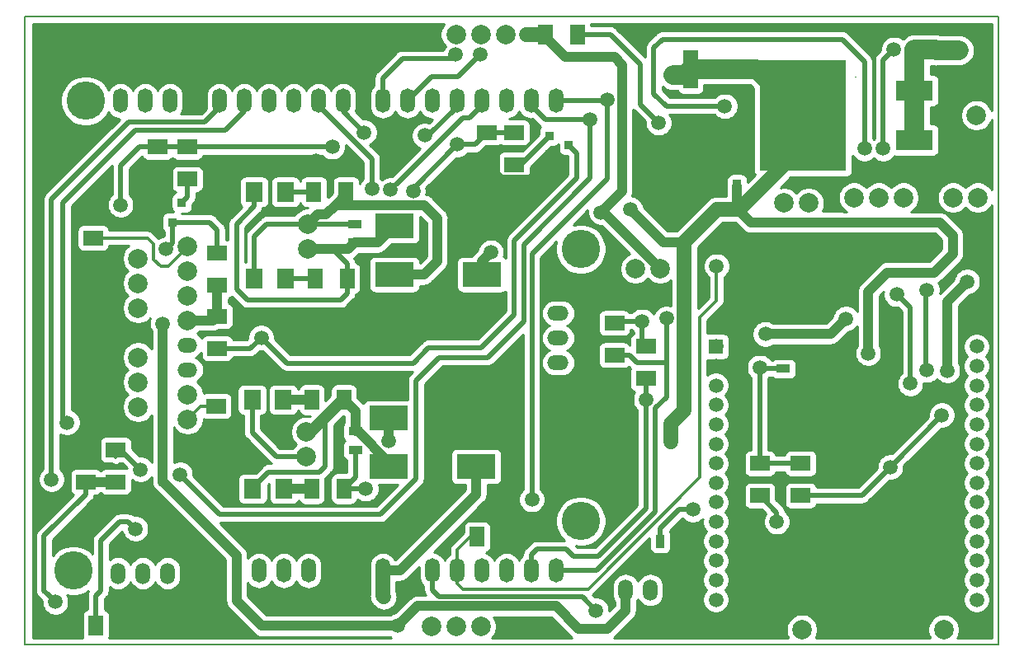
<source format=gtl>
G04 #@! TF.GenerationSoftware,KiCad,Pcbnew,(6.0.0-rc1-dev-1497-g419718b59)*
G04 #@! TF.CreationDate,2019-02-11T10:58:06+02:00
G04 #@! TF.ProjectId,MM3,4d4d332e-6b69-4636-9164-5f7063625858,rev?*
G04 #@! TF.SameCoordinates,PX3eb8464PY58619c4*
G04 #@! TF.FileFunction,Copper,L1,Top*
G04 #@! TF.FilePolarity,Positive*
%FSLAX46Y46*%
G04 Gerber Fmt 4.6, Leading zero omitted, Abs format (unit mm)*
G04 Created by KiCad (PCBNEW (6.0.0-rc1-dev-1497-g419718b59)) date Δευ 11 Φεβ 2019 10:58:06 πμ EET*
%MOMM*%
%LPD*%
G04 APERTURE LIST*
%ADD10C,0.150000*%
%ADD11O,1.500000X2.500000*%
%ADD12C,3.937000*%
%ADD13R,2.032000X1.524000*%
%ADD14C,1.500000*%
%ADD15C,0.100000*%
%ADD16O,2.200000X1.500000*%
%ADD17R,1.397000X0.889000*%
%ADD18R,1.501140X4.000500*%
%ADD19R,0.889000X1.397000*%
%ADD20R,3.810000X2.080000*%
%ADD21R,8.890000X11.430000*%
%ADD22R,1.800860X1.998980*%
%ADD23R,1.524000X2.032000*%
%ADD24C,2.000000*%
%ADD25O,1.500000X2.200000*%
%ADD26O,2.000000X1.500000*%
%ADD27R,0.914400X0.914400*%
%ADD28R,4.000500X2.499360*%
%ADD29C,1.000000*%
%ADD30C,0.500000*%
%ADD31C,1.500000*%
%ADD32C,0.300000*%
%ADD33C,2.000000*%
%ADD34C,0.254000*%
G04 APERTURE END LIST*
D10*
X-4950000Y-7600000D02*
X-4950000Y56900000D01*
X-4950000Y56900000D02*
X94950000Y56900000D01*
X94950000Y-7600000D02*
X-4950000Y-7600000D01*
X40532500Y-7592000D02*
X40532500Y-7592000D01*
X94950000Y56900000D02*
X94950000Y-7600000D01*
X80283500Y50764500D02*
X80283500Y50764500D01*
D11*
X49530000Y0D03*
X46990000Y0D03*
X44450000Y0D03*
X36830000Y0D03*
X39370000Y0D03*
X41910000Y0D03*
X31750000Y0D03*
X29210000Y0D03*
X26670000Y0D03*
X21590000Y0D03*
X19050000Y0D03*
X49530000Y48260000D03*
X46990000Y48260000D03*
X44450000Y48260000D03*
X41910000Y48260000D03*
X39370000Y48260000D03*
X36830000Y48260000D03*
X34290000Y48260000D03*
X31750000Y48260000D03*
X27686000Y48260000D03*
X25146000Y48260000D03*
X22606000Y48260000D03*
X20066000Y48260000D03*
X17526000Y48260000D03*
X14986000Y48260000D03*
X12446000Y48260000D03*
X9906000Y48260000D03*
X24130000Y0D03*
D12*
X52070000Y5080000D03*
X52070000Y33020000D03*
X1270000Y48260000D03*
X0Y0D03*
D11*
X7366000Y48260000D03*
X4826000Y48260000D03*
D13*
X1289500Y12410500D03*
X1289500Y9108500D03*
D14*
X65932500Y23015000D03*
D15*
G36*
X65182500Y23765000D02*
G01*
X66682500Y23765000D01*
X66682500Y22265000D01*
X65182500Y22265000D01*
X65182500Y23765000D01*
X65182500Y23765000D01*
G37*
D14*
X65932500Y21015000D03*
X65932500Y19015000D03*
X65932500Y17015000D03*
X65932500Y15015000D03*
X65932500Y13015000D03*
X65932500Y11015000D03*
X65932500Y9015000D03*
X65932500Y7015000D03*
X65932500Y5015000D03*
X65932500Y3015000D03*
X65932500Y1015000D03*
X65932500Y-985000D03*
X65932500Y-2985000D03*
X92682500Y-2985000D03*
X92682500Y-985000D03*
X92682500Y1015000D03*
X92682500Y3015000D03*
X92682500Y5015000D03*
X92682500Y7015000D03*
X92682500Y9015000D03*
X92682500Y11015000D03*
X92682500Y13015000D03*
X92682500Y15015000D03*
X92682500Y17015000D03*
X92682500Y19015000D03*
X92682500Y21015000D03*
X92682500Y23015000D03*
D16*
X49740000Y28984000D03*
X49740000Y26444000D03*
X49740000Y21364000D03*
X49740000Y23904000D03*
D17*
X28950000Y12395000D03*
X28950000Y14300000D03*
X28850000Y33695000D03*
X28850000Y35600000D03*
D18*
X63329000Y51526500D03*
X63329000Y40927080D03*
D19*
X68091500Y39461500D03*
X66186500Y39461500D03*
D20*
X86316000Y44224000D03*
X86316000Y49304000D03*
D21*
X74886000Y46764000D03*
D22*
X18412100Y8405500D03*
X21612500Y8405500D03*
X18348600Y17549500D03*
X21549000Y17549500D03*
X18559600Y30013000D03*
X21760000Y30013000D03*
X18559600Y38903000D03*
X21760000Y38903000D03*
D23*
X24470000Y8405500D03*
X27772000Y8405500D03*
X27772000Y17549500D03*
X24470000Y17549500D03*
X24808000Y30013000D03*
X28110000Y30013000D03*
X27983000Y38903000D03*
X24681000Y38903000D03*
D24*
X23898500Y11707500D03*
X23898500Y14247500D03*
X24046000Y33061000D03*
X24046000Y35601000D03*
X92666000Y46764000D03*
X90126000Y46764000D03*
D13*
X55518500Y25428000D03*
X55518500Y22126000D03*
X58757000Y23015000D03*
X58757000Y19713000D03*
D19*
X60217500Y3012500D03*
X62122500Y3012500D03*
D17*
X72854000Y20729000D03*
X72854000Y18824000D03*
D24*
X74759000Y-6068000D03*
X77299000Y-6068000D03*
X86760500Y-6068000D03*
X89300500Y-6068000D03*
X57677500Y31016000D03*
X60217500Y31016000D03*
D13*
X70441000Y11013500D03*
X70441000Y7711500D03*
D23*
X51708500Y55082500D03*
X48406500Y55082500D03*
D13*
X74632000Y11013500D03*
X74632000Y7711500D03*
D23*
X41421500Y3457000D03*
X44723500Y3457000D03*
D25*
X61741500Y-2004000D03*
X56661500Y-2004000D03*
X59201500Y-2004000D03*
D24*
X44342500Y55082500D03*
X41802500Y55082500D03*
X39262500Y55082500D03*
X36722500Y55082500D03*
X36722500Y-5750500D03*
X39262500Y-5750500D03*
X41802500Y-5750500D03*
X44342500Y-5750500D03*
X92793000Y38318500D03*
X90253000Y38318500D03*
X87713000Y38318500D03*
X85173000Y38318500D03*
X82633000Y38318500D03*
X80093000Y38318500D03*
X72917500Y37747000D03*
X75457500Y37747000D03*
D25*
X12211500Y-289500D03*
X9671500Y-289500D03*
X4591500Y-289500D03*
X7131500Y-289500D03*
D24*
X11733500Y15554500D03*
X6653500Y16824500D03*
X11733500Y18094500D03*
X6653500Y19364500D03*
D26*
X11733500Y20634500D03*
D24*
X6653500Y21904500D03*
D26*
X11733500Y23174500D03*
D24*
X6653500Y24444500D03*
X11733500Y25714500D03*
X6653500Y26984500D03*
X11733500Y28254500D03*
X6653500Y29524500D03*
X11733500Y30794500D03*
X6653500Y32064500D03*
X11733500Y33334500D03*
D13*
X14751500Y26126500D03*
X14751500Y22824500D03*
X45231500Y41698000D03*
X45231500Y45000000D03*
X14751500Y29301500D03*
X14751500Y32603500D03*
X11703500Y40223500D03*
X11703500Y43525500D03*
X8655500Y43525500D03*
X8655500Y40223500D03*
X42450000Y45000000D03*
X42450000Y41698000D03*
X4337500Y9108500D03*
X4337500Y12410500D03*
D27*
X9229540Y37795260D03*
X11129460Y37795260D03*
X10179500Y35778500D03*
X48833240Y42750040D03*
X48833240Y44649960D03*
X50850000Y43700000D03*
D23*
X2305500Y-5623500D03*
X5607500Y-5623500D03*
D13*
X14650000Y16898000D03*
X14650000Y20200000D03*
X2032000Y30861000D03*
X2032000Y34163000D03*
D28*
X32350000Y10700000D03*
X32350000Y15701260D03*
X41349220Y15701260D03*
X41349220Y10700000D03*
X41949220Y30398740D03*
X41949220Y35400000D03*
X32950000Y35400000D03*
X32950000Y30398740D03*
D14*
X40254623Y38800000D03*
X37250000Y19100000D03*
X30150000Y18900000D03*
X53050000Y17100000D03*
X14679319Y-2757319D03*
X26650080Y-2628558D03*
X2484009Y38943943D03*
X-650000Y42900000D03*
X28450000Y55082500D03*
X4083500Y25364500D03*
X88079177Y33183962D03*
X39348033Y41364944D03*
X24911500Y42128500D03*
X60027000Y36985000D03*
X62059000Y36985000D03*
X81490000Y-6068000D03*
X63710000Y345500D03*
X70504500Y-988000D03*
X68472500Y21046500D03*
X54150000Y36800000D03*
X91713500Y29682500D03*
X89681500Y20538500D03*
X9163500Y25364500D03*
X46501500Y55019000D03*
X33293500Y-5687000D03*
X63583000Y6251000D03*
X57150000Y37100000D03*
X42850000Y32700000D03*
X31850000Y-2700000D03*
X61529639Y50903351D03*
X65550000Y51526500D03*
X61285736Y13236000D03*
X61297000Y15077500D03*
X81553500Y22316500D03*
X34850000Y39000000D03*
X36050000Y44700000D03*
X39396288Y43775989D03*
X26557992Y43530500D03*
X29850000Y45000000D03*
X4845500Y37556500D03*
X53050000Y46300000D03*
X66850000Y47700000D03*
X6877500Y10378500D03*
X10941500Y9870500D03*
X84490462Y28380292D03*
X81172500Y43335000D03*
X85871500Y19205000D03*
X47050000Y7300000D03*
X60050000Y46000000D03*
X54750000Y48400000D03*
X87567729Y28798800D03*
X84191630Y53541951D03*
X83077500Y43335000D03*
X87586000Y20602000D03*
X32550002Y39100000D03*
X30650000Y39200000D03*
X60850000Y25900000D03*
X58757000Y17554000D03*
X72185000Y5015000D03*
X83839500Y10632500D03*
X89110000Y15966500D03*
X65996000Y31270000D03*
X53613500Y-4099500D03*
X41750000Y53000000D03*
X39250000Y53000000D03*
X-650000Y15200000D03*
X-2243005Y9362698D03*
X90824500Y53431500D03*
X88538500Y53431500D03*
X86316000Y53495000D03*
X79267500Y25872500D03*
X71003025Y24305109D03*
X70441000Y20856000D03*
X32350000Y13300000D03*
X29994500Y8405500D03*
X-1842317Y-3220026D03*
X19271032Y23927063D03*
X9525000Y33020000D03*
X6369500Y4282500D03*
X58350000Y25600000D03*
D29*
X41949220Y35400000D02*
X41949220Y37105403D01*
X41949220Y37105403D02*
X40254623Y38800000D01*
D30*
X48833240Y42750040D02*
X48833240Y41792840D01*
X43966000Y40436000D02*
X42704000Y41698000D01*
X48833240Y41792840D02*
X47476400Y40436000D01*
X47476400Y40436000D02*
X43966000Y40436000D01*
X42704000Y41698000D02*
X42450000Y41698000D01*
X39348033Y41364944D02*
X42116944Y41364944D01*
X42116944Y41364944D02*
X42450000Y41698000D01*
D29*
X41349220Y15701260D02*
X40648740Y15701260D01*
X40648740Y15701260D02*
X37250000Y19100000D01*
D31*
X33350000Y2800000D02*
X29950000Y2800000D01*
X29210000Y2060000D02*
X29210000Y0D01*
X29950000Y2800000D02*
X29210000Y2060000D01*
X37250000Y6700000D02*
X33350000Y2800000D01*
X37250000Y19100000D02*
X37250000Y6700000D01*
X37250000Y6700000D02*
X37209478Y6659478D01*
D29*
X33350000Y2800000D02*
X37209478Y6659478D01*
X37209478Y6659478D02*
X37209478Y8499478D01*
X37209478Y8499478D02*
X37250000Y8540000D01*
X37250000Y8540000D02*
X37250000Y19100000D01*
X37209478Y8499478D02*
X37250000Y8499478D01*
D30*
X44723500Y3457000D02*
X44723500Y16826500D01*
X44723500Y16826500D02*
X43199999Y18350001D01*
X43199999Y18350001D02*
X37999999Y18350001D01*
X37999999Y18350001D02*
X37250000Y19100000D01*
D32*
X28850000Y20200000D02*
X29400001Y19649999D01*
X14650000Y20200000D02*
X28850000Y20200000D01*
X29400001Y19649999D02*
X30150000Y18900000D01*
D29*
X52650000Y18560660D02*
X52650000Y26424000D01*
X52650000Y26424000D02*
X50090000Y28984000D01*
X50090000Y28984000D02*
X49740000Y28984000D01*
X53050000Y17100000D02*
X53050000Y18160660D01*
X53050000Y18160660D02*
X52650000Y18560660D01*
D32*
X2032000Y30861000D02*
X2032000Y27416000D01*
X2032000Y27416000D02*
X4083500Y25364500D01*
D30*
X13489300Y-2821700D02*
X14614938Y-2821700D01*
X14614938Y-2821700D02*
X14679319Y-2757319D01*
D29*
X26650080Y-2628558D02*
X26650080Y-1899920D01*
X26650080Y-1899920D02*
X26670000Y-1880000D01*
X26670000Y-1880000D02*
X26670000Y0D01*
D30*
X26650080Y-2628558D02*
X26456938Y-2821700D01*
X13489300Y-2821700D02*
X10687500Y-5623500D01*
X10687500Y-5623500D02*
X5607500Y-5623500D01*
D29*
X26670000Y0D02*
X29210000Y0D01*
X-3650000Y49600000D02*
X-3650000Y45900000D01*
X-3650000Y45900000D02*
X-650000Y42900000D01*
X-850000Y52400000D02*
X-3650000Y49600000D01*
X13650000Y52400000D02*
X-850000Y52400000D01*
X13650000Y52400000D02*
X25767500Y52400000D01*
X25767500Y52400000D02*
X28450000Y55082500D01*
X12446000Y51196000D02*
X13650000Y52400000D01*
X12446000Y48260000D02*
X12446000Y51196000D01*
X1289500Y13680500D02*
X4083500Y16474500D01*
X4083500Y16474500D02*
X4083500Y25364500D01*
X1289500Y12410500D02*
X1289500Y13680500D01*
D31*
X88079177Y33183962D02*
X88048331Y33153116D01*
X88048331Y33153116D02*
X70729459Y33153116D01*
X70729459Y33153116D02*
X68472500Y30896157D01*
X68472500Y30896157D02*
X68472500Y23586500D01*
D30*
X9417500Y41874500D02*
X24657500Y41874500D01*
X24657500Y41874500D02*
X24911500Y42128500D01*
X8655500Y41112500D02*
X9417500Y41874500D01*
X8655500Y40223500D02*
X8655500Y41112500D01*
X9229540Y37795260D02*
X9229540Y39649460D01*
X9229540Y39649460D02*
X8655500Y40223500D01*
D33*
X60027000Y36985000D02*
X62059000Y36985000D01*
X63329000Y38255000D02*
X62059000Y36985000D01*
D30*
X73489000Y22507000D02*
X69552000Y22507000D01*
X69552000Y22507000D02*
X68472500Y23586500D01*
X74505000Y21491000D02*
X73489000Y22507000D01*
X74505000Y19276500D02*
X74505000Y21491000D01*
X72854000Y18824000D02*
X74052500Y18824000D01*
X74052500Y18824000D02*
X74505000Y19276500D01*
X62122500Y3012500D02*
X62122500Y1933000D01*
X62122500Y1933000D02*
X63710000Y345500D01*
X66186500Y39461500D02*
X64794580Y39461500D01*
X64794580Y39461500D02*
X63329000Y40927080D01*
D33*
X63329000Y40927080D02*
X63329000Y38255000D01*
D29*
X68472500Y1044000D02*
X70504500Y-988000D01*
X70504500Y-988000D02*
X71901500Y-2385000D01*
D31*
X68472500Y21046500D02*
X68472500Y23586500D01*
D29*
X80728000Y-2385000D02*
X81490000Y-3147000D01*
X81490000Y-3147000D02*
X81490000Y-6068000D01*
X71901500Y-2385000D02*
X80728000Y-2385000D01*
X68472500Y21046500D02*
X68472500Y1044000D01*
X56299999Y51951501D02*
X56299999Y38949999D01*
X55517590Y52733910D02*
X56299999Y51951501D01*
X50501090Y52733910D02*
X55517590Y52733910D01*
X48406500Y54828500D02*
X50501090Y52733910D01*
X56299999Y38949999D02*
X54899999Y37549999D01*
X48406500Y55082500D02*
X48406500Y54828500D01*
X54433500Y36800000D02*
X54150000Y36800000D01*
X54899999Y37549999D02*
X54150000Y36800000D01*
X60217500Y31016000D02*
X54433500Y36800000D01*
X33293500Y-5687000D02*
X35330490Y-3650010D01*
X54765500Y-6000000D02*
X56661500Y-4104000D01*
X35330490Y-3650010D02*
X49500010Y-3650010D01*
X49500010Y-3650010D02*
X51850000Y-6000000D01*
X56661500Y-4104000D02*
X56661500Y-2004000D01*
X51850000Y-6000000D02*
X54765500Y-6000000D01*
X11733500Y25714500D02*
X14339500Y25714500D01*
X14339500Y25714500D02*
X14751500Y26126500D01*
X9163500Y14696500D02*
X9163500Y9159471D01*
X9163500Y9159471D02*
X16750000Y1572971D01*
X16750000Y1572971D02*
X16750000Y-3100000D01*
X16750000Y-3100000D02*
X19337000Y-5687000D01*
X19337000Y-5687000D02*
X33293500Y-5687000D01*
X9163500Y9108500D02*
X9163500Y14696500D01*
X9163500Y14696500D02*
X9163500Y25364500D01*
X14751500Y29301500D02*
X14751500Y26126500D01*
X89681500Y20538500D02*
X89681500Y27650500D01*
X89681500Y27650500D02*
X91713500Y29682500D01*
D31*
X46501500Y55019000D02*
X48343000Y55019000D01*
X48343000Y55019000D02*
X48406500Y55082500D01*
D30*
X60217500Y3012500D02*
X60217500Y4347057D01*
X60217500Y4347057D02*
X62121443Y6251000D01*
X62121443Y6251000D02*
X63583000Y6251000D01*
D29*
X57150000Y37100000D02*
X60507666Y33742334D01*
X60507666Y33742334D02*
X62689834Y33742334D01*
X41949220Y30398740D02*
X41949220Y31799220D01*
X41949220Y31799220D02*
X42850000Y32700000D01*
X41349220Y10700000D02*
X41349220Y7849220D01*
X41349220Y7849220D02*
X33500000Y0D01*
X33500000Y0D02*
X31750000Y0D01*
D31*
X31850000Y-2700000D02*
X31750000Y-2600000D01*
X31750000Y-2600000D02*
X31750000Y0D01*
D33*
X61529639Y50903351D02*
X62705851Y50903351D01*
X62705851Y50903351D02*
X63329000Y51526500D01*
X63329000Y51526500D02*
X65550000Y51526500D01*
X65550000Y51526500D02*
X70123500Y51526500D01*
D29*
X81553500Y22316500D02*
X81553500Y28666500D01*
X81553500Y28666500D02*
X83510801Y30623801D01*
X83510801Y30623801D02*
X88295094Y30623801D01*
X88295094Y30623801D02*
X90238348Y32567055D01*
X90238348Y34417774D02*
X88912000Y35744122D01*
X90238348Y32567055D02*
X90238348Y34417774D01*
X88912000Y35744122D02*
X78793878Y35744122D01*
X78793878Y35744122D02*
X78759500Y35778500D01*
X78759500Y35778500D02*
X69488500Y35778500D01*
X69488500Y35778500D02*
X68091500Y37175500D01*
D31*
X68346474Y37112000D02*
X70377500Y39143026D01*
X70377500Y39143026D02*
X74987442Y43752968D01*
D29*
X72917500Y44795500D02*
X74886000Y46764000D01*
D31*
X68155000Y37112000D02*
X68346474Y37112000D01*
X74987442Y43752968D02*
X74987442Y46724393D01*
X74987442Y46724393D02*
X75020095Y46757046D01*
X61297000Y15077500D02*
X62689834Y16470334D01*
X62689834Y16470334D02*
X62689834Y33742334D01*
X62689834Y33742334D02*
X66059500Y37112000D01*
X66059500Y37112000D02*
X68155000Y37112000D01*
D29*
X68091500Y37175500D02*
X68155000Y37112000D01*
X68091500Y39461500D02*
X68091500Y37175500D01*
D33*
X70123500Y51526500D02*
X74886000Y46764000D01*
X63231001Y51428501D02*
X63329000Y51526500D01*
D31*
X61297000Y15077500D02*
X61297000Y13247264D01*
X61297000Y13247264D02*
X61285736Y13236000D01*
D30*
X42450000Y45000000D02*
X45231500Y45000000D01*
X39396288Y43775989D02*
X41225989Y43775989D01*
X41225989Y43775989D02*
X42450000Y45000000D01*
X39396288Y43775989D02*
X34850000Y39229701D01*
X34850000Y39229701D02*
X34850000Y39000000D01*
X39370000Y47620000D02*
X36450000Y44700000D01*
X36450000Y44700000D02*
X36050000Y44700000D01*
X39370000Y48260000D02*
X39370000Y47620000D01*
X26557992Y43530500D02*
X21580500Y43530500D01*
X21580500Y43530500D02*
X21575500Y43525500D01*
X21575500Y43525500D02*
X11703500Y43525500D01*
X27686000Y48260000D02*
X27686000Y47164000D01*
X27686000Y47164000D02*
X29850000Y45000000D01*
X4845500Y41620500D02*
X6750500Y43525500D01*
X6750500Y43525500D02*
X8655500Y43525500D01*
X4845500Y37556500D02*
X4845500Y41620500D01*
X8655500Y43525500D02*
X11703500Y43525500D01*
X53050000Y45239340D02*
X53050000Y46300000D01*
X15033591Y5778409D02*
X31488341Y5778409D01*
X35150000Y9440068D02*
X35150000Y19500000D01*
X53050000Y40295000D02*
X53050000Y45239340D01*
X46250011Y33495011D02*
X53050000Y40295000D01*
X42539965Y21900000D02*
X46250011Y25610046D01*
X46250011Y25610046D02*
X46250011Y33495011D01*
X37550000Y21900000D02*
X42539965Y21900000D01*
X35150000Y19500000D02*
X37550000Y21900000D01*
X31488341Y5778409D02*
X35150000Y9440068D01*
X10941500Y9870500D02*
X15033591Y5778409D01*
X51989340Y46300000D02*
X53050000Y46300000D01*
X48450000Y46300000D02*
X51989340Y46300000D01*
X46990000Y47760000D02*
X48450000Y46300000D01*
X46990000Y48260000D02*
X46990000Y47760000D01*
X66850000Y47700000D02*
X60850000Y47700000D01*
X60850000Y47700000D02*
X59550000Y49000000D01*
X81172500Y52294449D02*
X81172500Y43335000D01*
X59550000Y49000000D02*
X59550000Y53700000D01*
X59550000Y53700000D02*
X60420083Y54570083D01*
X60420083Y54570083D02*
X78896866Y54570083D01*
X78896866Y54570083D02*
X81172500Y52294449D01*
X6877500Y10378500D02*
X4845500Y12410500D01*
X4845500Y12410500D02*
X4337500Y12410500D01*
D32*
X4337500Y12410500D02*
X4337500Y11648500D01*
D30*
X84490462Y28380292D02*
X85871500Y26999254D01*
X85871500Y26999254D02*
X85871500Y19205000D01*
X47050000Y7300000D02*
X47050000Y32517000D01*
X47050000Y32517000D02*
X54750000Y40217000D01*
X54750000Y40217000D02*
X54750000Y48400000D01*
X51708500Y55082500D02*
X55096410Y55082500D01*
X55096410Y55082500D02*
X58150000Y52028910D01*
X58150000Y52028910D02*
X58150000Y47900000D01*
X58150000Y47900000D02*
X60050000Y46000000D01*
X54750000Y48400000D02*
X54610000Y48260000D01*
X54610000Y48260000D02*
X49530000Y48260000D01*
X87567729Y28798800D02*
X87459000Y28690071D01*
X87459000Y20729000D02*
X87586000Y20602000D01*
X87459000Y28690071D02*
X87459000Y20729000D01*
X83077500Y43335000D02*
X83077500Y52427821D01*
X83077500Y52427821D02*
X83441631Y52791952D01*
X83441631Y52791952D02*
X84191630Y53541951D01*
D29*
X21612500Y8405500D02*
X24470000Y8405500D01*
X21549000Y17549500D02*
X24470000Y17549500D01*
D30*
X24808000Y30013000D02*
X21760000Y30013000D01*
X21760000Y38903000D02*
X24681000Y38903000D01*
X39960002Y46510000D02*
X33300001Y39849999D01*
X41910000Y47760000D02*
X40660000Y46510000D01*
X41910000Y48260000D02*
X41910000Y47760000D01*
X40660000Y46510000D02*
X39960002Y46510000D01*
X33300001Y39849999D02*
X32550002Y39100000D01*
X30650000Y40260660D02*
X30650000Y39200000D01*
X30650000Y42256000D02*
X30650000Y40260660D01*
X25146000Y47760000D02*
X30650000Y42256000D01*
X25146000Y48260000D02*
X25146000Y47760000D01*
X60850000Y21366500D02*
X60850000Y24839340D01*
X60852500Y21364000D02*
X60850000Y21366500D01*
X60852500Y17808000D02*
X60852500Y21364000D01*
X59709500Y16665000D02*
X60852500Y17808000D01*
X57796500Y21364000D02*
X57034500Y22126000D01*
X60852500Y21364000D02*
X57796500Y21364000D01*
X60850000Y24839340D02*
X60850000Y25900000D01*
X53650000Y0D02*
X59709500Y6059500D01*
X59709500Y6059500D02*
X59709500Y8029000D01*
X49530000Y0D02*
X53650000Y0D01*
X59709500Y8029000D02*
X59709500Y16665000D01*
X57034500Y22126000D02*
X55518500Y22126000D01*
X55264500Y22126000D02*
X55518500Y22126000D01*
X58757000Y17554000D02*
X58757000Y6378000D01*
X58757000Y6378000D02*
X53867500Y1488500D01*
X46990000Y1640000D02*
X46990000Y0D01*
X53867500Y1488500D02*
X51327500Y1488500D01*
X51327500Y1488500D02*
X50594882Y2221118D01*
X50594882Y2221118D02*
X47571118Y2221118D01*
X47571118Y2221118D02*
X46990000Y1640000D01*
X58757000Y19713000D02*
X58757000Y17554000D01*
X72185000Y5015000D02*
X72185000Y5967500D01*
X72185000Y5967500D02*
X70441000Y7711500D01*
X80918500Y7711500D02*
X83839500Y10632500D01*
X83839500Y10632500D02*
X89110000Y15903000D01*
X89110000Y15903000D02*
X89110000Y15966500D01*
X74632000Y7711500D02*
X80918500Y7711500D01*
D32*
X39370000Y0D02*
X39370000Y-1320000D01*
X39370000Y-1320000D02*
X39950000Y-1900000D01*
X39950000Y-1900000D02*
X52798305Y-1900000D01*
X52798305Y-1900000D02*
X64250000Y9551695D01*
X64250000Y9551695D02*
X64250000Y26000000D01*
X64250000Y26000000D02*
X65996000Y27746000D01*
X65996000Y27746000D02*
X65996000Y31270000D01*
X39370000Y2120000D02*
X40707000Y3457000D01*
X40707000Y3457000D02*
X41421500Y3457000D01*
X39370000Y0D02*
X39370000Y2120000D01*
D30*
X36830000Y0D02*
X36830000Y-1980000D01*
X36830000Y-1980000D02*
X37550000Y-2700000D01*
X37550000Y-2700000D02*
X52214000Y-2700000D01*
X52214000Y-2700000D02*
X53613500Y-4099500D01*
X39450000Y50700000D02*
X36730000Y50700000D01*
X36730000Y50700000D02*
X34290000Y48260000D01*
X41750000Y53000000D02*
X39450000Y50700000D01*
X33750000Y52600000D02*
X31750000Y50600000D01*
X31750000Y50600000D02*
X31750000Y48260000D01*
X38850000Y52600000D02*
X33750000Y52600000D01*
X39250000Y53000000D02*
X38850000Y52600000D01*
X-1050000Y37800000D02*
X-1050000Y15600000D01*
X-1050000Y15600000D02*
X-650000Y15200000D01*
X6350000Y45200000D02*
X-1050000Y37800000D01*
X15550000Y45200000D02*
X6350000Y45200000D01*
X17526000Y47176000D02*
X15550000Y45200000D01*
X17526000Y48260000D02*
X17526000Y47176000D01*
X17545500Y48279500D02*
X17526000Y48260000D01*
X-2243005Y9362698D02*
X-2243005Y38116454D01*
X-2243005Y38116454D02*
X5688144Y46047603D01*
X5688144Y46047603D02*
X13460439Y46047603D01*
X13460439Y46047603D02*
X14986000Y47573164D01*
X14986000Y47573164D02*
X14986000Y48260000D01*
D31*
X85451000Y44224000D02*
X86316000Y44224000D01*
D33*
X88538500Y53431500D02*
X90824500Y53431500D01*
X86316000Y53495000D02*
X88475000Y53495000D01*
X88475000Y53495000D02*
X88538500Y53431500D01*
X86316000Y49304000D02*
X86316000Y53495000D01*
X86316000Y44224000D02*
X86316000Y49304000D01*
D29*
X71003025Y24305109D02*
X77700109Y24305109D01*
X77700109Y24305109D02*
X79267500Y25872500D01*
D30*
X74632000Y11013500D02*
X70441000Y11013500D01*
X72854000Y20729000D02*
X70568000Y20729000D01*
X70568000Y20729000D02*
X70441000Y20856000D01*
X70441000Y11013500D02*
X70441000Y20856000D01*
D29*
X32350000Y15701260D02*
X32350000Y13300000D01*
D30*
X28950000Y12395000D02*
X28950000Y9583500D01*
X28950000Y9583500D02*
X27772000Y8405500D01*
X18348600Y14201400D02*
X20842500Y11707500D01*
X20842500Y11707500D02*
X23898500Y11707500D01*
X18348600Y17549500D02*
X18348600Y14201400D01*
X29994500Y8405500D02*
X30055500Y8405500D01*
X18348600Y17450440D02*
X18348600Y17549500D01*
X29994500Y8405500D02*
X27772000Y8405500D01*
D29*
X23898500Y14247500D02*
X24470000Y14247500D01*
X24470000Y14247500D02*
X27772000Y17549500D01*
X28950000Y14300000D02*
X28950000Y16371500D01*
X28950000Y16371500D02*
X27772000Y17549500D01*
X32350000Y10700000D02*
X32350000Y11154000D01*
X32350000Y11154000D02*
X29204000Y14300000D01*
X29204000Y14300000D02*
X28950000Y14300000D01*
D30*
X20159240Y10120000D02*
X25250000Y10120000D01*
X23898500Y14247500D02*
X25251000Y15600000D01*
X25251000Y15600000D02*
X27200500Y17549500D01*
X25850000Y10720000D02*
X25850000Y15001000D01*
X25850000Y15001000D02*
X25251000Y15600000D01*
X25250000Y10120000D02*
X25850000Y10720000D01*
X27200500Y17549500D02*
X27772000Y17549500D01*
X20159240Y10120000D02*
X20027540Y10120000D01*
X20027540Y10120000D02*
X18412100Y8504560D01*
X18412100Y8504560D02*
X18412100Y8405500D01*
X20159240Y10120000D02*
X20139646Y10100406D01*
D29*
X28216000Y33061000D02*
X24046000Y33061000D01*
X28850000Y33695000D02*
X28216000Y33061000D01*
X32950000Y35400000D02*
X31245000Y33695000D01*
X31245000Y33695000D02*
X28850000Y33695000D01*
D30*
X16750000Y28900000D02*
X16750000Y35593910D01*
X16750000Y35593910D02*
X18559600Y37403510D01*
X18559600Y37403510D02*
X18559600Y38903000D01*
X17850000Y27800000D02*
X16750000Y28900000D01*
X27413000Y27800000D02*
X17850000Y27800000D01*
X28110000Y30013000D02*
X28110000Y28497000D01*
X28110000Y28497000D02*
X27413000Y27800000D01*
X26589000Y33061000D02*
X28110000Y31540000D01*
X28110000Y31540000D02*
X28110000Y30013000D01*
X24046000Y33061000D02*
X26589000Y33061000D01*
D29*
X26899999Y37549999D02*
X27983000Y38633000D01*
X27983000Y38633000D02*
X27983000Y38903000D01*
X32950000Y30398740D02*
X35950250Y30398740D01*
X35950250Y30398740D02*
X37350000Y31798490D01*
X25950999Y36600999D02*
X25045999Y36600999D01*
X37350000Y31798490D02*
X37350000Y36200000D01*
X37350000Y36200000D02*
X36000001Y37549999D01*
X26899999Y37549999D02*
X25950999Y36600999D01*
X36000001Y37549999D02*
X26899999Y37549999D01*
X25045999Y36600999D02*
X24046000Y35601000D01*
D30*
X24046000Y35601000D02*
X19851000Y35601000D01*
X19851000Y35601000D02*
X18559600Y34309600D01*
X18559600Y34309600D02*
X18559600Y31512490D01*
X18559600Y31512490D02*
X18559600Y30013000D01*
X28850000Y35600000D02*
X24047000Y35600000D01*
X24047000Y35600000D02*
X24046000Y35601000D01*
X18559600Y30013000D02*
X18559600Y29430400D01*
X1289500Y9108500D02*
X1289500Y7846500D01*
X1289500Y7846500D02*
X-3006429Y3550571D01*
X-3006429Y3550571D02*
X-3006429Y-2055914D01*
X-3006429Y-2055914D02*
X-2592316Y-2470027D01*
X-2592316Y-2470027D02*
X-1842317Y-3220026D01*
D29*
X1289500Y9108500D02*
X4337500Y9108500D01*
D30*
X19271032Y23927063D02*
X21898095Y21300000D01*
X21898095Y21300000D02*
X34850000Y21300000D01*
X34850000Y21300000D02*
X36450000Y22900000D01*
X41850000Y22900000D02*
X45250000Y26300000D01*
X45250000Y26300000D02*
X45250000Y33900000D01*
X36450000Y22900000D02*
X41850000Y22900000D01*
X45250000Y33900000D02*
X51650000Y40300000D01*
X51650000Y40300000D02*
X51650000Y42500000D01*
X51650000Y41384200D02*
X51650000Y42500000D01*
X51650000Y42500000D02*
X51650000Y42900000D01*
X19271032Y23927063D02*
X20373595Y22824500D01*
X51650000Y42900000D02*
X50850000Y43700000D01*
X19271032Y23927063D02*
X18168469Y22824500D01*
X18168469Y22824500D02*
X14751500Y22824500D01*
X12083500Y22824500D02*
X11733500Y23174500D01*
X10179500Y35778500D02*
X10179500Y33674500D01*
X10179500Y33674500D02*
X9525000Y33020000D01*
X13989500Y35778500D02*
X14751500Y35016500D01*
X14751500Y35016500D02*
X14751500Y32603500D01*
X10179500Y35778500D02*
X13989500Y35778500D01*
D32*
X10179500Y35778500D02*
X13481500Y35778500D01*
D30*
X45231500Y41698000D02*
X45881280Y41698000D01*
X45881280Y41698000D02*
X48833240Y44649960D01*
X11703500Y40223500D02*
X11703500Y38369300D01*
X11703500Y38369300D02*
X11129460Y37795260D01*
D32*
X11733500Y15554500D02*
X13077000Y16898000D01*
X13077000Y16898000D02*
X14650000Y16898000D01*
X2032000Y34163000D02*
X7620000Y34163000D01*
X7620000Y34163000D02*
X8255000Y33528000D01*
X8255000Y33528000D02*
X8255000Y31962998D01*
X8255000Y31962998D02*
X8975998Y31242000D01*
X8975998Y31242000D02*
X9779000Y31242000D01*
X9779000Y31242000D02*
X11733500Y33196500D01*
X11733500Y33196500D02*
X11733500Y33334500D01*
D30*
X6369500Y4282500D02*
X5619501Y5032499D01*
X5619501Y5032499D02*
X4752219Y5032499D01*
X2813500Y-2067500D02*
X2305500Y-2575500D01*
X4752219Y5032499D02*
X2813500Y3093780D01*
X2813500Y3093780D02*
X2813500Y-2067500D01*
X2305500Y-2575500D02*
X2305500Y-5623500D01*
X58350000Y25600000D02*
X58350000Y23422000D01*
X58350000Y23422000D02*
X58757000Y23015000D01*
X58350000Y25600000D02*
X55690500Y25600000D01*
X55690500Y25600000D02*
X55518500Y25428000D01*
D29*
X55455000Y25491500D02*
X55518500Y25428000D01*
D34*
G36*
X8028500Y9215223D02*
G01*
X8023009Y9159471D01*
X8028500Y9103719D01*
X8028500Y9052749D01*
X8044923Y8886002D01*
X8109824Y8672054D01*
X8215216Y8474877D01*
X8357051Y8302051D01*
X8529877Y8160216D01*
X8589485Y8128355D01*
X15615000Y1102839D01*
X15615001Y-3044239D01*
X15609509Y-3100000D01*
X15631423Y-3322498D01*
X15696324Y-3536446D01*
X15722277Y-3585000D01*
X15801717Y-3733623D01*
X15943552Y-3906449D01*
X15986860Y-3941991D01*
X18495009Y-6450141D01*
X18530551Y-6493449D01*
X18703377Y-6635284D01*
X18900553Y-6740676D01*
X19114501Y-6805577D01*
X19281248Y-6822000D01*
X19281257Y-6822000D01*
X19336999Y-6827490D01*
X19392741Y-6822000D01*
X32499214Y-6822000D01*
X32600983Y-6890000D01*
X3653624Y-6890000D01*
X3657002Y-6883680D01*
X3693312Y-6763982D01*
X3705572Y-6639500D01*
X3705572Y-4607500D01*
X3693312Y-4483018D01*
X3657002Y-4363320D01*
X3598037Y-4253006D01*
X3518685Y-4156315D01*
X3421994Y-4076963D01*
X3311680Y-4017998D01*
X3191982Y-3981688D01*
X3190500Y-3981542D01*
X3190500Y-2942078D01*
X3408544Y-2724034D01*
X3442317Y-2696317D01*
X3552911Y-2561559D01*
X3635089Y-2407813D01*
X3685695Y-2240990D01*
X3698500Y-2110977D01*
X3698500Y-2110967D01*
X3702781Y-2067501D01*
X3698500Y-2024035D01*
X3698500Y-1698329D01*
X3818313Y-1796657D01*
X4058920Y-1925264D01*
X4319994Y-2004460D01*
X4591500Y-2031201D01*
X4863007Y-2004460D01*
X5124081Y-1925264D01*
X5364688Y-1796657D01*
X5575581Y-1623581D01*
X5748657Y-1412688D01*
X5861500Y-1201573D01*
X5974343Y-1412688D01*
X6147420Y-1623581D01*
X6358313Y-1796657D01*
X6598920Y-1925264D01*
X6859994Y-2004460D01*
X7131500Y-2031201D01*
X7403007Y-2004460D01*
X7664081Y-1925264D01*
X7904688Y-1796657D01*
X8115581Y-1623581D01*
X8288657Y-1412688D01*
X8401500Y-1201573D01*
X8514343Y-1412688D01*
X8687420Y-1623581D01*
X8898313Y-1796657D01*
X9138920Y-1925264D01*
X9399994Y-2004460D01*
X9671500Y-2031201D01*
X9943007Y-2004460D01*
X10204081Y-1925264D01*
X10444688Y-1796657D01*
X10655581Y-1623581D01*
X10828657Y-1412688D01*
X10957264Y-1172081D01*
X11036460Y-911006D01*
X11056500Y-707536D01*
X11056500Y128537D01*
X11036460Y332007D01*
X10957264Y593081D01*
X10828657Y833688D01*
X10655580Y1044581D01*
X10444687Y1217657D01*
X10204080Y1346264D01*
X9943006Y1425460D01*
X9671500Y1452201D01*
X9399993Y1425460D01*
X9138919Y1346264D01*
X8898312Y1217657D01*
X8687419Y1044580D01*
X8514343Y833687D01*
X8401500Y622573D01*
X8288657Y833688D01*
X8115580Y1044581D01*
X7904687Y1217657D01*
X7664080Y1346264D01*
X7403006Y1425460D01*
X7131500Y1452201D01*
X6859993Y1425460D01*
X6598919Y1346264D01*
X6358312Y1217657D01*
X6147419Y1044580D01*
X5974343Y833687D01*
X5861500Y622573D01*
X5748657Y833688D01*
X5575580Y1044581D01*
X5364687Y1217657D01*
X5124080Y1346264D01*
X4863006Y1425460D01*
X4591500Y1452201D01*
X4319993Y1425460D01*
X4058919Y1346264D01*
X3818312Y1217657D01*
X3698500Y1119329D01*
X3698500Y2727202D01*
X5006548Y4035249D01*
X5037725Y3878511D01*
X5142129Y3626457D01*
X5293701Y3399614D01*
X5486614Y3206701D01*
X5713457Y3055129D01*
X5965511Y2950725D01*
X6233089Y2897500D01*
X6505911Y2897500D01*
X6773489Y2950725D01*
X7025543Y3055129D01*
X7252386Y3206701D01*
X7445299Y3399614D01*
X7596871Y3626457D01*
X7701275Y3878511D01*
X7754500Y4146089D01*
X7754500Y4418911D01*
X7701275Y4686489D01*
X7596871Y4938543D01*
X7445299Y5165386D01*
X7252386Y5358299D01*
X7025543Y5509871D01*
X6773489Y5614275D01*
X6505911Y5667500D01*
X6240783Y5667500D01*
X6113560Y5771910D01*
X5959814Y5854088D01*
X5792991Y5904694D01*
X5662978Y5917499D01*
X5662970Y5917499D01*
X5619501Y5921780D01*
X5576032Y5917499D01*
X4795688Y5917499D01*
X4752219Y5921780D01*
X4708750Y5917499D01*
X4708742Y5917499D01*
X4578729Y5904694D01*
X4411906Y5854088D01*
X4384451Y5839413D01*
X4258160Y5771910D01*
X4157172Y5689031D01*
X4157170Y5689029D01*
X4123402Y5661316D01*
X4095689Y5627548D01*
X2218456Y3750314D01*
X2184683Y3722597D01*
X2074089Y3587838D01*
X1991911Y3434092D01*
X1941305Y3267269D01*
X1928500Y3137256D01*
X1928500Y3137249D01*
X1924219Y3093780D01*
X1928500Y3050311D01*
X1928500Y1753404D01*
X1659634Y2022270D01*
X1233220Y2307192D01*
X759413Y2503449D01*
X256422Y2603500D01*
X-256422Y2603500D01*
X-759413Y2503449D01*
X-1233220Y2307192D01*
X-1659634Y2022270D01*
X-2022270Y1659634D01*
X-2121429Y1511233D01*
X-2121429Y3183993D01*
X1884549Y7189970D01*
X1918317Y7217683D01*
X1950193Y7256523D01*
X2010249Y7329701D01*
X2028911Y7352441D01*
X2111089Y7506187D01*
X2161695Y7673010D01*
X2165183Y7708428D01*
X2305500Y7708428D01*
X2429982Y7720688D01*
X2549680Y7756998D01*
X2659994Y7815963D01*
X2756685Y7895315D01*
X2813500Y7964544D01*
X2870315Y7895315D01*
X2967006Y7815963D01*
X3077320Y7756998D01*
X3197018Y7720688D01*
X3321500Y7708428D01*
X5353500Y7708428D01*
X5477982Y7720688D01*
X5597680Y7756998D01*
X5707994Y7815963D01*
X5804685Y7895315D01*
X5884037Y7992006D01*
X5943002Y8102320D01*
X5979312Y8222018D01*
X5991572Y8346500D01*
X5991572Y9305743D01*
X5994614Y9302701D01*
X6221457Y9151129D01*
X6473511Y9046725D01*
X6741089Y8993500D01*
X7013911Y8993500D01*
X7281489Y9046725D01*
X7533543Y9151129D01*
X7760386Y9302701D01*
X7953299Y9495614D01*
X8028500Y9608160D01*
X8028500Y9215223D01*
X8028500Y9215223D01*
G37*
X8028500Y9215223D02*
X8023009Y9159471D01*
X8028500Y9103719D01*
X8028500Y9052749D01*
X8044923Y8886002D01*
X8109824Y8672054D01*
X8215216Y8474877D01*
X8357051Y8302051D01*
X8529877Y8160216D01*
X8589485Y8128355D01*
X15615000Y1102839D01*
X15615001Y-3044239D01*
X15609509Y-3100000D01*
X15631423Y-3322498D01*
X15696324Y-3536446D01*
X15722277Y-3585000D01*
X15801717Y-3733623D01*
X15943552Y-3906449D01*
X15986860Y-3941991D01*
X18495009Y-6450141D01*
X18530551Y-6493449D01*
X18703377Y-6635284D01*
X18900553Y-6740676D01*
X19114501Y-6805577D01*
X19281248Y-6822000D01*
X19281257Y-6822000D01*
X19336999Y-6827490D01*
X19392741Y-6822000D01*
X32499214Y-6822000D01*
X32600983Y-6890000D01*
X3653624Y-6890000D01*
X3657002Y-6883680D01*
X3693312Y-6763982D01*
X3705572Y-6639500D01*
X3705572Y-4607500D01*
X3693312Y-4483018D01*
X3657002Y-4363320D01*
X3598037Y-4253006D01*
X3518685Y-4156315D01*
X3421994Y-4076963D01*
X3311680Y-4017998D01*
X3191982Y-3981688D01*
X3190500Y-3981542D01*
X3190500Y-2942078D01*
X3408544Y-2724034D01*
X3442317Y-2696317D01*
X3552911Y-2561559D01*
X3635089Y-2407813D01*
X3685695Y-2240990D01*
X3698500Y-2110977D01*
X3698500Y-2110967D01*
X3702781Y-2067501D01*
X3698500Y-2024035D01*
X3698500Y-1698329D01*
X3818313Y-1796657D01*
X4058920Y-1925264D01*
X4319994Y-2004460D01*
X4591500Y-2031201D01*
X4863007Y-2004460D01*
X5124081Y-1925264D01*
X5364688Y-1796657D01*
X5575581Y-1623581D01*
X5748657Y-1412688D01*
X5861500Y-1201573D01*
X5974343Y-1412688D01*
X6147420Y-1623581D01*
X6358313Y-1796657D01*
X6598920Y-1925264D01*
X6859994Y-2004460D01*
X7131500Y-2031201D01*
X7403007Y-2004460D01*
X7664081Y-1925264D01*
X7904688Y-1796657D01*
X8115581Y-1623581D01*
X8288657Y-1412688D01*
X8401500Y-1201573D01*
X8514343Y-1412688D01*
X8687420Y-1623581D01*
X8898313Y-1796657D01*
X9138920Y-1925264D01*
X9399994Y-2004460D01*
X9671500Y-2031201D01*
X9943007Y-2004460D01*
X10204081Y-1925264D01*
X10444688Y-1796657D01*
X10655581Y-1623581D01*
X10828657Y-1412688D01*
X10957264Y-1172081D01*
X11036460Y-911006D01*
X11056500Y-707536D01*
X11056500Y128537D01*
X11036460Y332007D01*
X10957264Y593081D01*
X10828657Y833688D01*
X10655580Y1044581D01*
X10444687Y1217657D01*
X10204080Y1346264D01*
X9943006Y1425460D01*
X9671500Y1452201D01*
X9399993Y1425460D01*
X9138919Y1346264D01*
X8898312Y1217657D01*
X8687419Y1044580D01*
X8514343Y833687D01*
X8401500Y622573D01*
X8288657Y833688D01*
X8115580Y1044581D01*
X7904687Y1217657D01*
X7664080Y1346264D01*
X7403006Y1425460D01*
X7131500Y1452201D01*
X6859993Y1425460D01*
X6598919Y1346264D01*
X6358312Y1217657D01*
X6147419Y1044580D01*
X5974343Y833687D01*
X5861500Y622573D01*
X5748657Y833688D01*
X5575580Y1044581D01*
X5364687Y1217657D01*
X5124080Y1346264D01*
X4863006Y1425460D01*
X4591500Y1452201D01*
X4319993Y1425460D01*
X4058919Y1346264D01*
X3818312Y1217657D01*
X3698500Y1119329D01*
X3698500Y2727202D01*
X5006548Y4035249D01*
X5037725Y3878511D01*
X5142129Y3626457D01*
X5293701Y3399614D01*
X5486614Y3206701D01*
X5713457Y3055129D01*
X5965511Y2950725D01*
X6233089Y2897500D01*
X6505911Y2897500D01*
X6773489Y2950725D01*
X7025543Y3055129D01*
X7252386Y3206701D01*
X7445299Y3399614D01*
X7596871Y3626457D01*
X7701275Y3878511D01*
X7754500Y4146089D01*
X7754500Y4418911D01*
X7701275Y4686489D01*
X7596871Y4938543D01*
X7445299Y5165386D01*
X7252386Y5358299D01*
X7025543Y5509871D01*
X6773489Y5614275D01*
X6505911Y5667500D01*
X6240783Y5667500D01*
X6113560Y5771910D01*
X5959814Y5854088D01*
X5792991Y5904694D01*
X5662978Y5917499D01*
X5662970Y5917499D01*
X5619501Y5921780D01*
X5576032Y5917499D01*
X4795688Y5917499D01*
X4752219Y5921780D01*
X4708750Y5917499D01*
X4708742Y5917499D01*
X4578729Y5904694D01*
X4411906Y5854088D01*
X4384451Y5839413D01*
X4258160Y5771910D01*
X4157172Y5689031D01*
X4157170Y5689029D01*
X4123402Y5661316D01*
X4095689Y5627548D01*
X2218456Y3750314D01*
X2184683Y3722597D01*
X2074089Y3587838D01*
X1991911Y3434092D01*
X1941305Y3267269D01*
X1928500Y3137256D01*
X1928500Y3137249D01*
X1924219Y3093780D01*
X1928500Y3050311D01*
X1928500Y1753404D01*
X1659634Y2022270D01*
X1233220Y2307192D01*
X759413Y2503449D01*
X256422Y2603500D01*
X-256422Y2603500D01*
X-759413Y2503449D01*
X-1233220Y2307192D01*
X-1659634Y2022270D01*
X-2022270Y1659634D01*
X-2121429Y1511233D01*
X-2121429Y3183993D01*
X1884549Y7189970D01*
X1918317Y7217683D01*
X1950193Y7256523D01*
X2010249Y7329701D01*
X2028911Y7352441D01*
X2111089Y7506187D01*
X2161695Y7673010D01*
X2165183Y7708428D01*
X2305500Y7708428D01*
X2429982Y7720688D01*
X2549680Y7756998D01*
X2659994Y7815963D01*
X2756685Y7895315D01*
X2813500Y7964544D01*
X2870315Y7895315D01*
X2967006Y7815963D01*
X3077320Y7756998D01*
X3197018Y7720688D01*
X3321500Y7708428D01*
X5353500Y7708428D01*
X5477982Y7720688D01*
X5597680Y7756998D01*
X5707994Y7815963D01*
X5804685Y7895315D01*
X5884037Y7992006D01*
X5943002Y8102320D01*
X5979312Y8222018D01*
X5991572Y8346500D01*
X5991572Y9305743D01*
X5994614Y9302701D01*
X6221457Y9151129D01*
X6473511Y9046725D01*
X6741089Y8993500D01*
X7013911Y8993500D01*
X7281489Y9046725D01*
X7533543Y9151129D01*
X7760386Y9302701D01*
X7953299Y9495614D01*
X8028500Y9608160D01*
X8028500Y9215223D01*
G36*
X37992513Y56124752D02*
G01*
X37813582Y55856963D01*
X37690332Y55559412D01*
X37627500Y55243533D01*
X37627500Y54921467D01*
X37690332Y54605588D01*
X37813582Y54308037D01*
X37992513Y54040248D01*
X38164457Y53868304D01*
X38022629Y53656043D01*
X37951781Y53485000D01*
X33793465Y53485000D01*
X33749999Y53489281D01*
X33706533Y53485000D01*
X33706523Y53485000D01*
X33576510Y53472195D01*
X33409687Y53421589D01*
X33255941Y53339411D01*
X33255939Y53339410D01*
X33255940Y53339410D01*
X33154953Y53256532D01*
X33154951Y53256530D01*
X33121183Y53228817D01*
X33093470Y53195049D01*
X31154956Y51256534D01*
X31121183Y51228817D01*
X31010589Y51094058D01*
X30928411Y50940312D01*
X30905110Y50863500D01*
X30884387Y50795185D01*
X30877805Y50773489D01*
X30865000Y50643476D01*
X30865000Y50643469D01*
X30860719Y50600000D01*
X30865000Y50556531D01*
X30865000Y49825395D01*
X30765919Y49744080D01*
X30592843Y49533187D01*
X30464236Y49292580D01*
X30385040Y49031506D01*
X30365000Y48828036D01*
X30365000Y47691963D01*
X30385040Y47488493D01*
X30464236Y47227419D01*
X30592843Y46986812D01*
X30765920Y46775919D01*
X30976813Y46602843D01*
X31217420Y46474236D01*
X31478494Y46395040D01*
X31750000Y46368299D01*
X32021507Y46395040D01*
X32282581Y46474236D01*
X32523188Y46602843D01*
X32734081Y46775919D01*
X32907157Y46986812D01*
X33020000Y47197927D01*
X33132843Y46986812D01*
X33305920Y46775919D01*
X33516813Y46602843D01*
X33757420Y46474236D01*
X34018494Y46395040D01*
X34290000Y46368299D01*
X34561507Y46395040D01*
X34822581Y46474236D01*
X35063188Y46602843D01*
X35274081Y46775919D01*
X35447157Y46986812D01*
X35560000Y47197927D01*
X35672843Y46986812D01*
X35845920Y46775919D01*
X36056813Y46602843D01*
X36297420Y46474236D01*
X36558494Y46395040D01*
X36830000Y46368299D01*
X36870732Y46372311D01*
X36507876Y46009454D01*
X36453989Y46031775D01*
X36186411Y46085000D01*
X35913589Y46085000D01*
X35646011Y46031775D01*
X35393957Y45927371D01*
X35167114Y45775799D01*
X34974201Y45582886D01*
X34822629Y45356043D01*
X34718225Y45103989D01*
X34665000Y44836411D01*
X34665000Y44563589D01*
X34718225Y44296011D01*
X34822629Y44043957D01*
X34974201Y43817114D01*
X35167114Y43624201D01*
X35393957Y43472629D01*
X35589893Y43391470D01*
X32704960Y40506536D01*
X32704954Y40506531D01*
X32683423Y40485000D01*
X32413591Y40485000D01*
X32146013Y40431775D01*
X31893959Y40327371D01*
X31667116Y40175799D01*
X31650001Y40158684D01*
X31535000Y40273685D01*
X31535000Y42212535D01*
X31539281Y42256001D01*
X31535000Y42299467D01*
X31535000Y42299477D01*
X31522195Y42429490D01*
X31471589Y42596313D01*
X31389411Y42750059D01*
X31336530Y42814494D01*
X31306532Y42851047D01*
X31306530Y42851049D01*
X31278817Y42884817D01*
X31245051Y42912528D01*
X30420417Y43737162D01*
X30506043Y43772629D01*
X30732886Y43924201D01*
X30925799Y44117114D01*
X31077371Y44343957D01*
X31181775Y44596011D01*
X31235000Y44863589D01*
X31235000Y45136411D01*
X31181775Y45403989D01*
X31077371Y45656043D01*
X30925799Y45882886D01*
X30732886Y46075799D01*
X30506043Y46227371D01*
X30253989Y46331775D01*
X29986411Y46385000D01*
X29716579Y46385000D01*
X28937766Y47163813D01*
X28971764Y47227419D01*
X29050960Y47488493D01*
X29071000Y47691963D01*
X29071000Y48828037D01*
X29050960Y49031507D01*
X28971764Y49292581D01*
X28843157Y49533188D01*
X28670080Y49744081D01*
X28459187Y49917157D01*
X28218580Y50045764D01*
X27957506Y50124960D01*
X27686000Y50151701D01*
X27414493Y50124960D01*
X27153419Y50045764D01*
X26912812Y49917157D01*
X26701919Y49744080D01*
X26528843Y49533187D01*
X26416000Y49322073D01*
X26303157Y49533188D01*
X26130080Y49744081D01*
X25919187Y49917157D01*
X25678580Y50045764D01*
X25417506Y50124960D01*
X25146000Y50151701D01*
X24874493Y50124960D01*
X24613419Y50045764D01*
X24372812Y49917157D01*
X24161919Y49744080D01*
X23988843Y49533187D01*
X23876000Y49322073D01*
X23763157Y49533188D01*
X23590080Y49744081D01*
X23379187Y49917157D01*
X23138580Y50045764D01*
X22877506Y50124960D01*
X22606000Y50151701D01*
X22334493Y50124960D01*
X22073419Y50045764D01*
X21832812Y49917157D01*
X21621919Y49744080D01*
X21448843Y49533187D01*
X21336000Y49322073D01*
X21223157Y49533188D01*
X21050080Y49744081D01*
X20839187Y49917157D01*
X20598580Y50045764D01*
X20337506Y50124960D01*
X20066000Y50151701D01*
X19794493Y50124960D01*
X19533419Y50045764D01*
X19292812Y49917157D01*
X19081919Y49744080D01*
X18908843Y49533187D01*
X18796000Y49322073D01*
X18683157Y49533188D01*
X18510080Y49744081D01*
X18299187Y49917157D01*
X18058580Y50045764D01*
X17797506Y50124960D01*
X17526000Y50151701D01*
X17254493Y50124960D01*
X16993419Y50045764D01*
X16752812Y49917157D01*
X16541919Y49744080D01*
X16368843Y49533187D01*
X16256000Y49322073D01*
X16143157Y49533188D01*
X15970080Y49744081D01*
X15759187Y49917157D01*
X15518580Y50045764D01*
X15257506Y50124960D01*
X14986000Y50151701D01*
X14714493Y50124960D01*
X14453419Y50045764D01*
X14212812Y49917157D01*
X14001919Y49744080D01*
X13828843Y49533187D01*
X13700236Y49292580D01*
X13621040Y49031506D01*
X13601000Y48828036D01*
X13601000Y47691963D01*
X13621040Y47488493D01*
X13627722Y47466465D01*
X13093861Y46932603D01*
X11018669Y46932603D01*
X11063157Y46986812D01*
X11191764Y47227419D01*
X11270960Y47488493D01*
X11291000Y47691963D01*
X11291000Y48828037D01*
X11270960Y49031507D01*
X11191764Y49292581D01*
X11063157Y49533188D01*
X10890080Y49744081D01*
X10679187Y49917157D01*
X10438580Y50045764D01*
X10177506Y50124960D01*
X9906000Y50151701D01*
X9634493Y50124960D01*
X9373419Y50045764D01*
X9132812Y49917157D01*
X8921919Y49744080D01*
X8748843Y49533187D01*
X8636000Y49322073D01*
X8523157Y49533188D01*
X8350080Y49744081D01*
X8139187Y49917157D01*
X7898580Y50045764D01*
X7637506Y50124960D01*
X7366000Y50151701D01*
X7094493Y50124960D01*
X6833419Y50045764D01*
X6592812Y49917157D01*
X6381919Y49744080D01*
X6208843Y49533187D01*
X6096000Y49322073D01*
X5983157Y49533188D01*
X5810080Y49744081D01*
X5599187Y49917157D01*
X5358580Y50045764D01*
X5097506Y50124960D01*
X4826000Y50151701D01*
X4554493Y50124960D01*
X4293419Y50045764D01*
X4052812Y49917157D01*
X3841919Y49744080D01*
X3668843Y49533187D01*
X3607880Y49419133D01*
X3577192Y49493220D01*
X3292270Y49919634D01*
X2929634Y50282270D01*
X2503220Y50567192D01*
X2029413Y50763449D01*
X1526422Y50863500D01*
X1013578Y50863500D01*
X510587Y50763449D01*
X36780Y50567192D01*
X-389634Y50282270D01*
X-752270Y49919634D01*
X-1037192Y49493220D01*
X-1233449Y49019413D01*
X-1333500Y48516422D01*
X-1333500Y48003578D01*
X-1233449Y47500587D01*
X-1037192Y47026780D01*
X-752270Y46600366D01*
X-389634Y46237730D01*
X36780Y45952808D01*
X510587Y45756551D01*
X1013578Y45656500D01*
X1526422Y45656500D01*
X2029413Y45756551D01*
X2503220Y45952808D01*
X2929634Y46237730D01*
X3292270Y46600366D01*
X3577192Y47026780D01*
X3607880Y47100867D01*
X3668843Y46986812D01*
X3841920Y46775919D01*
X4052813Y46602843D01*
X4293420Y46474236D01*
X4554494Y46395040D01*
X4763424Y46374462D01*
X-2838053Y38772984D01*
X-2871821Y38745271D01*
X-2899534Y38711503D01*
X-2899537Y38711500D01*
X-2982415Y38610513D01*
X-3064593Y38456767D01*
X-3115200Y38289944D01*
X-3132286Y38116454D01*
X-3128004Y38072975D01*
X-3128005Y10436383D01*
X-3318804Y10245584D01*
X-3470376Y10018741D01*
X-3574780Y9766687D01*
X-3628005Y9499109D01*
X-3628005Y9226287D01*
X-3574780Y8958709D01*
X-3470376Y8706655D01*
X-3318804Y8479812D01*
X-3125891Y8286899D01*
X-2899048Y8135327D01*
X-2646994Y8030923D01*
X-2379416Y7977698D01*
X-2106594Y7977698D01*
X-1839016Y8030923D01*
X-1586962Y8135327D01*
X-1360119Y8286899D01*
X-1167206Y8479812D01*
X-1015634Y8706655D01*
X-911230Y8958709D01*
X-858005Y9226287D01*
X-858005Y9499109D01*
X-911230Y9766687D01*
X-1015634Y10018741D01*
X-1167206Y10245584D01*
X-1358005Y10436383D01*
X-1358005Y14007349D01*
X-1306043Y13972629D01*
X-1053989Y13868225D01*
X-786411Y13815000D01*
X-513589Y13815000D01*
X-246011Y13868225D01*
X6043Y13972629D01*
X232886Y14124201D01*
X425799Y14317114D01*
X577371Y14543957D01*
X681775Y14796011D01*
X735000Y15063589D01*
X735000Y15336411D01*
X681775Y15603989D01*
X577371Y15856043D01*
X425799Y16082886D01*
X232886Y16275799D01*
X6043Y16427371D01*
X-165000Y16498219D01*
X-165000Y37433422D01*
X3960501Y41558922D01*
X3960500Y38630185D01*
X3769701Y38439386D01*
X3618129Y38212543D01*
X3513725Y37960489D01*
X3460500Y37692911D01*
X3460500Y37420089D01*
X3513725Y37152511D01*
X3618129Y36900457D01*
X3769701Y36673614D01*
X3962614Y36480701D01*
X4189457Y36329129D01*
X4441511Y36224725D01*
X4709089Y36171500D01*
X4981911Y36171500D01*
X5249489Y36224725D01*
X5501543Y36329129D01*
X5728386Y36480701D01*
X5921299Y36673614D01*
X6072871Y36900457D01*
X6177275Y37152511D01*
X6230500Y37420089D01*
X6230500Y37692911D01*
X6177275Y37960489D01*
X6072871Y38212543D01*
X5921299Y38439386D01*
X5730500Y38630185D01*
X5730500Y41253922D01*
X7037407Y42560828D01*
X7049998Y42519320D01*
X7108963Y42409006D01*
X7188315Y42312315D01*
X7285006Y42232963D01*
X7395320Y42173998D01*
X7515018Y42137688D01*
X7639500Y42125428D01*
X9671500Y42125428D01*
X9795982Y42137688D01*
X9915680Y42173998D01*
X10025994Y42232963D01*
X10122685Y42312315D01*
X10179500Y42381544D01*
X10236315Y42312315D01*
X10333006Y42232963D01*
X10443320Y42173998D01*
X10563018Y42137688D01*
X10687500Y42125428D01*
X12719500Y42125428D01*
X12843982Y42137688D01*
X12963680Y42173998D01*
X13073994Y42232963D01*
X13170685Y42312315D01*
X13250037Y42409006D01*
X13309002Y42519320D01*
X13345312Y42639018D01*
X13345458Y42640500D01*
X21532031Y42640500D01*
X21575500Y42636219D01*
X21618969Y42640500D01*
X21618977Y42640500D01*
X21669743Y42645500D01*
X25484307Y42645500D01*
X25675106Y42454701D01*
X25901949Y42303129D01*
X26154003Y42198725D01*
X26421581Y42145500D01*
X26694403Y42145500D01*
X26961981Y42198725D01*
X27214035Y42303129D01*
X27440878Y42454701D01*
X27633791Y42647614D01*
X27785363Y42874457D01*
X27889767Y43126511D01*
X27942992Y43394089D01*
X27942992Y43666911D01*
X27931938Y43722484D01*
X29765000Y41889421D01*
X29765001Y40304146D01*
X29765000Y40304136D01*
X29765000Y40273685D01*
X29574201Y40082886D01*
X29422629Y39856043D01*
X29383072Y39760544D01*
X29383072Y39919000D01*
X29370812Y40043482D01*
X29334502Y40163180D01*
X29275537Y40273494D01*
X29196185Y40370185D01*
X29099494Y40449537D01*
X28989180Y40508502D01*
X28869482Y40544812D01*
X28745000Y40557072D01*
X27221000Y40557072D01*
X27096518Y40544812D01*
X26976820Y40508502D01*
X26866506Y40449537D01*
X26769815Y40370185D01*
X26690463Y40273494D01*
X26631498Y40163180D01*
X26595188Y40043482D01*
X26582928Y39919000D01*
X26582928Y38838060D01*
X26136865Y38391997D01*
X26136855Y38391988D01*
X26136854Y38391987D01*
X26093550Y38356448D01*
X26081072Y38341244D01*
X26081072Y39919000D01*
X26068812Y40043482D01*
X26032502Y40163180D01*
X25973537Y40273494D01*
X25894185Y40370185D01*
X25797494Y40449537D01*
X25687180Y40508502D01*
X25567482Y40544812D01*
X25443000Y40557072D01*
X23919000Y40557072D01*
X23794518Y40544812D01*
X23674820Y40508502D01*
X23564506Y40449537D01*
X23467815Y40370185D01*
X23388463Y40273494D01*
X23329498Y40163180D01*
X23293188Y40043482D01*
X23288902Y39999964D01*
X23286242Y40026972D01*
X23249932Y40146670D01*
X23190967Y40256984D01*
X23111615Y40353675D01*
X23014924Y40433027D01*
X22904610Y40491992D01*
X22784912Y40528302D01*
X22660430Y40540562D01*
X20859570Y40540562D01*
X20735088Y40528302D01*
X20615390Y40491992D01*
X20505076Y40433027D01*
X20408385Y40353675D01*
X20329033Y40256984D01*
X20270068Y40146670D01*
X20233758Y40026972D01*
X20221498Y39902490D01*
X20221498Y37903510D01*
X20233758Y37779028D01*
X20270068Y37659330D01*
X20329033Y37549016D01*
X20408385Y37452325D01*
X20505076Y37372973D01*
X20615390Y37314008D01*
X20735088Y37277698D01*
X20859570Y37265438D01*
X22660430Y37265438D01*
X22784912Y37277698D01*
X22904610Y37314008D01*
X23014924Y37372973D01*
X23111615Y37452325D01*
X23190967Y37549016D01*
X23249932Y37659330D01*
X23286242Y37779028D01*
X23288902Y37806036D01*
X23293188Y37762518D01*
X23329498Y37642820D01*
X23388463Y37532506D01*
X23467815Y37435815D01*
X23564506Y37356463D01*
X23674820Y37297498D01*
X23794518Y37261188D01*
X23919000Y37248928D01*
X24088796Y37248928D01*
X24075868Y37236000D01*
X23884967Y37236000D01*
X23569088Y37173168D01*
X23271537Y37049918D01*
X23003748Y36870987D01*
X22776013Y36643252D01*
X22670941Y36486000D01*
X19894465Y36486000D01*
X19850999Y36490281D01*
X19807533Y36486000D01*
X19807523Y36486000D01*
X19677510Y36473195D01*
X19510687Y36422589D01*
X19356941Y36340411D01*
X19351888Y36336264D01*
X19255953Y36257532D01*
X19255951Y36257530D01*
X19222183Y36229817D01*
X19194470Y36196049D01*
X17964556Y34966134D01*
X17930783Y34938417D01*
X17820189Y34803658D01*
X17738011Y34649912D01*
X17712556Y34565998D01*
X17692975Y34501449D01*
X17687405Y34483089D01*
X17674600Y34353076D01*
X17674600Y34353069D01*
X17670319Y34309600D01*
X17674600Y34266131D01*
X17674601Y31650562D01*
X17659170Y31650562D01*
X17635000Y31648182D01*
X17635000Y35227332D01*
X19154650Y36746981D01*
X19188417Y36774693D01*
X19235593Y36832176D01*
X19299011Y36909451D01*
X19359435Y37022498D01*
X19381189Y37063197D01*
X19431795Y37230020D01*
X19435283Y37265438D01*
X19460030Y37265438D01*
X19584512Y37277698D01*
X19704210Y37314008D01*
X19814524Y37372973D01*
X19911215Y37452325D01*
X19990567Y37549016D01*
X20049532Y37659330D01*
X20085842Y37779028D01*
X20098102Y37903510D01*
X20098102Y39902490D01*
X20085842Y40026972D01*
X20049532Y40146670D01*
X19990567Y40256984D01*
X19911215Y40353675D01*
X19814524Y40433027D01*
X19704210Y40491992D01*
X19584512Y40528302D01*
X19460030Y40540562D01*
X17659170Y40540562D01*
X17534688Y40528302D01*
X17414990Y40491992D01*
X17304676Y40433027D01*
X17207985Y40353675D01*
X17128633Y40256984D01*
X17069668Y40146670D01*
X17033358Y40026972D01*
X17021098Y39902490D01*
X17021098Y37903510D01*
X17033358Y37779028D01*
X17069668Y37659330D01*
X17128633Y37549016D01*
X17207985Y37452325D01*
X17289741Y37385230D01*
X16154951Y36250439D01*
X16121184Y36222727D01*
X16093471Y36188959D01*
X16093468Y36188956D01*
X16010590Y36087969D01*
X15928412Y35934223D01*
X15877805Y35767400D01*
X15860719Y35593910D01*
X15865001Y35550431D01*
X15865001Y33993969D01*
X15767500Y34003572D01*
X15636500Y34003572D01*
X15636500Y34973031D01*
X15640781Y35016500D01*
X15636500Y35059969D01*
X15636500Y35059977D01*
X15623695Y35189990D01*
X15573089Y35356813D01*
X15490911Y35510559D01*
X15457876Y35550812D01*
X15408032Y35611547D01*
X15408030Y35611549D01*
X15380317Y35645317D01*
X15346550Y35673029D01*
X14646034Y36373544D01*
X14618317Y36407317D01*
X14483559Y36517911D01*
X14329813Y36600089D01*
X14162990Y36650695D01*
X14032977Y36663500D01*
X14032969Y36663500D01*
X13989500Y36667781D01*
X13946031Y36663500D01*
X11107077Y36663500D01*
X11087885Y36686885D01*
X11071919Y36699988D01*
X11586660Y36699988D01*
X11711142Y36712248D01*
X11830840Y36748558D01*
X11941154Y36807523D01*
X12037845Y36886875D01*
X12117197Y36983566D01*
X12176162Y37093880D01*
X12212472Y37213578D01*
X12224732Y37338060D01*
X12224732Y37638954D01*
X12298544Y37712766D01*
X12332317Y37740483D01*
X12442911Y37875241D01*
X12525089Y38028987D01*
X12575695Y38195810D01*
X12588500Y38325823D01*
X12588500Y38325833D01*
X12592781Y38369299D01*
X12588500Y38412765D01*
X12588500Y38823428D01*
X12719500Y38823428D01*
X12843982Y38835688D01*
X12963680Y38871998D01*
X13073994Y38930963D01*
X13170685Y39010315D01*
X13250037Y39107006D01*
X13309002Y39217320D01*
X13345312Y39337018D01*
X13357572Y39461500D01*
X13357572Y40985500D01*
X13345312Y41109982D01*
X13309002Y41229680D01*
X13250037Y41339994D01*
X13170685Y41436685D01*
X13073994Y41516037D01*
X12963680Y41575002D01*
X12843982Y41611312D01*
X12719500Y41623572D01*
X10687500Y41623572D01*
X10563018Y41611312D01*
X10443320Y41575002D01*
X10333006Y41516037D01*
X10236315Y41436685D01*
X10156963Y41339994D01*
X10097998Y41229680D01*
X10061688Y41109982D01*
X10049428Y40985500D01*
X10049428Y39461500D01*
X10061688Y39337018D01*
X10097998Y39217320D01*
X10156963Y39107006D01*
X10236315Y39010315D01*
X10333006Y38930963D01*
X10443320Y38871998D01*
X10485208Y38859292D01*
X10428080Y38841962D01*
X10317766Y38782997D01*
X10221075Y38703645D01*
X10141723Y38606954D01*
X10082758Y38496640D01*
X10046448Y38376942D01*
X10034188Y38252460D01*
X10034188Y37338060D01*
X10046448Y37213578D01*
X10082758Y37093880D01*
X10141723Y36983566D01*
X10221075Y36886875D01*
X10237041Y36873772D01*
X9722300Y36873772D01*
X9597818Y36861512D01*
X9478120Y36825202D01*
X9367806Y36766237D01*
X9271115Y36686885D01*
X9191763Y36590194D01*
X9132798Y36479880D01*
X9096488Y36360182D01*
X9084228Y36235700D01*
X9084228Y35321300D01*
X9096488Y35196818D01*
X9132798Y35077120D01*
X9191763Y34966806D01*
X9271115Y34870115D01*
X9294500Y34850923D01*
X9294501Y34386285D01*
X9121011Y34351775D01*
X8868957Y34247371D01*
X8735176Y34157981D01*
X8202347Y34690810D01*
X8177764Y34720764D01*
X8058233Y34818862D01*
X7921860Y34891754D01*
X7773887Y34936641D01*
X7658561Y34948000D01*
X7658553Y34948000D01*
X7620000Y34951797D01*
X7581447Y34948000D01*
X3683807Y34948000D01*
X3673812Y35049482D01*
X3637502Y35169180D01*
X3578537Y35279494D01*
X3499185Y35376185D01*
X3402494Y35455537D01*
X3292180Y35514502D01*
X3172482Y35550812D01*
X3048000Y35563072D01*
X1016000Y35563072D01*
X891518Y35550812D01*
X771820Y35514502D01*
X661506Y35455537D01*
X564815Y35376185D01*
X485463Y35279494D01*
X426498Y35169180D01*
X390188Y35049482D01*
X377928Y34925000D01*
X377928Y33401000D01*
X390188Y33276518D01*
X426498Y33156820D01*
X485463Y33046506D01*
X564815Y32949815D01*
X661506Y32870463D01*
X771820Y32811498D01*
X891518Y32775188D01*
X1016000Y32762928D01*
X3048000Y32762928D01*
X3172482Y32775188D01*
X3292180Y32811498D01*
X3402494Y32870463D01*
X3499185Y32949815D01*
X3578537Y33046506D01*
X3637502Y33156820D01*
X3673812Y33276518D01*
X3683807Y33378000D01*
X5676370Y33378000D01*
X5611248Y33334487D01*
X5383513Y33106752D01*
X5204582Y32838963D01*
X5081332Y32541412D01*
X5018500Y32225533D01*
X5018500Y31903467D01*
X5081332Y31587588D01*
X5204582Y31290037D01*
X5383513Y31022248D01*
X5611248Y30794513D01*
X5611267Y30794500D01*
X5611248Y30794487D01*
X5383513Y30566752D01*
X5204582Y30298963D01*
X5081332Y30001412D01*
X5018500Y29685533D01*
X5018500Y29363467D01*
X5081332Y29047588D01*
X5204582Y28750037D01*
X5383513Y28482248D01*
X5611248Y28254513D01*
X5611267Y28254500D01*
X5611248Y28254487D01*
X5383513Y28026752D01*
X5204582Y27758963D01*
X5081332Y27461412D01*
X5018500Y27145533D01*
X5018500Y26823467D01*
X5081332Y26507588D01*
X5204582Y26210037D01*
X5383513Y25942248D01*
X5611248Y25714513D01*
X5879037Y25535582D01*
X6176588Y25412332D01*
X6492467Y25349500D01*
X6814533Y25349500D01*
X7130412Y25412332D01*
X7427963Y25535582D01*
X7695752Y25714513D01*
X7889705Y25908466D01*
X7831725Y25768489D01*
X7778500Y25500911D01*
X7778500Y25228089D01*
X7831725Y24960511D01*
X7936129Y24708457D01*
X8028501Y24570213D01*
X8028501Y22789588D01*
X7923487Y22946752D01*
X7695752Y23174487D01*
X7427963Y23353418D01*
X7130412Y23476668D01*
X6814533Y23539500D01*
X6492467Y23539500D01*
X6176588Y23476668D01*
X5879037Y23353418D01*
X5611248Y23174487D01*
X5383513Y22946752D01*
X5204582Y22678963D01*
X5081332Y22381412D01*
X5018500Y22065533D01*
X5018500Y21743467D01*
X5081332Y21427588D01*
X5204582Y21130037D01*
X5383513Y20862248D01*
X5611248Y20634513D01*
X5611267Y20634500D01*
X5611248Y20634487D01*
X5383513Y20406752D01*
X5204582Y20138963D01*
X5081332Y19841412D01*
X5018500Y19525533D01*
X5018500Y19203467D01*
X5081332Y18887588D01*
X5204582Y18590037D01*
X5383513Y18322248D01*
X5611248Y18094513D01*
X5611267Y18094500D01*
X5611248Y18094487D01*
X5383513Y17866752D01*
X5204582Y17598963D01*
X5081332Y17301412D01*
X5018500Y16985533D01*
X5018500Y16663467D01*
X5081332Y16347588D01*
X5204582Y16050037D01*
X5383513Y15782248D01*
X5611248Y15554513D01*
X5879037Y15375582D01*
X6176588Y15252332D01*
X6492467Y15189500D01*
X6814533Y15189500D01*
X7130412Y15252332D01*
X7427963Y15375582D01*
X7695752Y15554513D01*
X7923487Y15782248D01*
X8028500Y15939411D01*
X8028500Y14752251D01*
X8028501Y11917144D01*
X8028500Y11148839D01*
X7953299Y11261386D01*
X7760386Y11454299D01*
X7533543Y11605871D01*
X7281489Y11710275D01*
X7013911Y11763500D01*
X6744079Y11763500D01*
X5991572Y12516006D01*
X5991572Y13172500D01*
X5979312Y13296982D01*
X5943002Y13416680D01*
X5884037Y13526994D01*
X5804685Y13623685D01*
X5707994Y13703037D01*
X5597680Y13762002D01*
X5477982Y13798312D01*
X5353500Y13810572D01*
X3321500Y13810572D01*
X3197018Y13798312D01*
X3077320Y13762002D01*
X2967006Y13703037D01*
X2870315Y13623685D01*
X2790963Y13526994D01*
X2731998Y13416680D01*
X2695688Y13296982D01*
X2683428Y13172500D01*
X2683428Y11648500D01*
X2695688Y11524018D01*
X2731998Y11404320D01*
X2790963Y11294006D01*
X2870315Y11197315D01*
X2967006Y11117963D01*
X3077320Y11058998D01*
X3197018Y11022688D01*
X3321500Y11010428D01*
X3877591Y11010428D01*
X3899268Y10992638D01*
X4035641Y10919746D01*
X4183614Y10874859D01*
X4337500Y10859702D01*
X4491387Y10874859D01*
X4639360Y10919746D01*
X4775733Y10992638D01*
X4797410Y11010428D01*
X4993994Y11010428D01*
X5492500Y10511921D01*
X5492500Y10491908D01*
X5477982Y10496312D01*
X5353500Y10508572D01*
X3321500Y10508572D01*
X3197018Y10496312D01*
X3077320Y10460002D01*
X2967006Y10401037D01*
X2870315Y10321685D01*
X2813500Y10252456D01*
X2756685Y10321685D01*
X2659994Y10401037D01*
X2549680Y10460002D01*
X2429982Y10496312D01*
X2305500Y10508572D01*
X273500Y10508572D01*
X149018Y10496312D01*
X29320Y10460002D01*
X-80994Y10401037D01*
X-177685Y10321685D01*
X-257037Y10224994D01*
X-316002Y10114680D01*
X-352312Y9994982D01*
X-364572Y9870500D01*
X-364572Y8346500D01*
X-352312Y8222018D01*
X-316002Y8102320D01*
X-257037Y7992006D01*
X-177685Y7895315D01*
X-80994Y7815963D01*
X-23401Y7785178D01*
X-3601473Y4207105D01*
X-3635246Y4179388D01*
X-3745840Y4044629D01*
X-3828018Y3890883D01*
X-3878624Y3724060D01*
X-3891429Y3594047D01*
X-3891429Y3594040D01*
X-3895710Y3550571D01*
X-3891429Y3507102D01*
X-3891428Y-2012435D01*
X-3895710Y-2055914D01*
X-3878624Y-2229404D01*
X-3828017Y-2396227D01*
X-3745839Y-2549973D01*
X-3662961Y-2650960D01*
X-3662958Y-2650963D01*
X-3635245Y-2684731D01*
X-3601477Y-2712444D01*
X-3227317Y-3086604D01*
X-3227317Y-3356437D01*
X-3174092Y-3624015D01*
X-3069688Y-3876069D01*
X-2918116Y-4102912D01*
X-2725203Y-4295825D01*
X-2498360Y-4447397D01*
X-2246306Y-4551801D01*
X-1978728Y-4605026D01*
X-1705906Y-4605026D01*
X-1438328Y-4551801D01*
X-1186274Y-4447397D01*
X-959431Y-4295825D01*
X-766518Y-4102912D01*
X-614946Y-3876069D01*
X-510542Y-3624015D01*
X-457317Y-3356437D01*
X-457317Y-3083615D01*
X-510542Y-2816037D01*
X-614946Y-2563983D01*
X-639449Y-2527311D01*
X-256422Y-2603500D01*
X256422Y-2603500D01*
X759413Y-2503449D01*
X1233220Y-2307192D01*
X1563318Y-2086627D01*
X1483911Y-2235188D01*
X1452652Y-2338233D01*
X1433305Y-2402010D01*
X1432733Y-2407814D01*
X1420500Y-2532024D01*
X1420500Y-2532031D01*
X1416219Y-2575500D01*
X1420500Y-2618969D01*
X1420500Y-3981542D01*
X1419018Y-3981688D01*
X1299320Y-4017998D01*
X1189006Y-4076963D01*
X1092315Y-4156315D01*
X1012963Y-4253006D01*
X953998Y-4363320D01*
X917688Y-4483018D01*
X905428Y-4607500D01*
X905428Y-6639500D01*
X917688Y-6763982D01*
X953998Y-6883680D01*
X957376Y-6890000D01*
X-4123000Y-6890000D01*
X-4123000Y56190000D01*
X38057761Y56190000D01*
X37992513Y56124752D01*
X37992513Y56124752D01*
G37*
X37992513Y56124752D02*
X37813582Y55856963D01*
X37690332Y55559412D01*
X37627500Y55243533D01*
X37627500Y54921467D01*
X37690332Y54605588D01*
X37813582Y54308037D01*
X37992513Y54040248D01*
X38164457Y53868304D01*
X38022629Y53656043D01*
X37951781Y53485000D01*
X33793465Y53485000D01*
X33749999Y53489281D01*
X33706533Y53485000D01*
X33706523Y53485000D01*
X33576510Y53472195D01*
X33409687Y53421589D01*
X33255941Y53339411D01*
X33255939Y53339410D01*
X33255940Y53339410D01*
X33154953Y53256532D01*
X33154951Y53256530D01*
X33121183Y53228817D01*
X33093470Y53195049D01*
X31154956Y51256534D01*
X31121183Y51228817D01*
X31010589Y51094058D01*
X30928411Y50940312D01*
X30905110Y50863500D01*
X30884387Y50795185D01*
X30877805Y50773489D01*
X30865000Y50643476D01*
X30865000Y50643469D01*
X30860719Y50600000D01*
X30865000Y50556531D01*
X30865000Y49825395D01*
X30765919Y49744080D01*
X30592843Y49533187D01*
X30464236Y49292580D01*
X30385040Y49031506D01*
X30365000Y48828036D01*
X30365000Y47691963D01*
X30385040Y47488493D01*
X30464236Y47227419D01*
X30592843Y46986812D01*
X30765920Y46775919D01*
X30976813Y46602843D01*
X31217420Y46474236D01*
X31478494Y46395040D01*
X31750000Y46368299D01*
X32021507Y46395040D01*
X32282581Y46474236D01*
X32523188Y46602843D01*
X32734081Y46775919D01*
X32907157Y46986812D01*
X33020000Y47197927D01*
X33132843Y46986812D01*
X33305920Y46775919D01*
X33516813Y46602843D01*
X33757420Y46474236D01*
X34018494Y46395040D01*
X34290000Y46368299D01*
X34561507Y46395040D01*
X34822581Y46474236D01*
X35063188Y46602843D01*
X35274081Y46775919D01*
X35447157Y46986812D01*
X35560000Y47197927D01*
X35672843Y46986812D01*
X35845920Y46775919D01*
X36056813Y46602843D01*
X36297420Y46474236D01*
X36558494Y46395040D01*
X36830000Y46368299D01*
X36870732Y46372311D01*
X36507876Y46009454D01*
X36453989Y46031775D01*
X36186411Y46085000D01*
X35913589Y46085000D01*
X35646011Y46031775D01*
X35393957Y45927371D01*
X35167114Y45775799D01*
X34974201Y45582886D01*
X34822629Y45356043D01*
X34718225Y45103989D01*
X34665000Y44836411D01*
X34665000Y44563589D01*
X34718225Y44296011D01*
X34822629Y44043957D01*
X34974201Y43817114D01*
X35167114Y43624201D01*
X35393957Y43472629D01*
X35589893Y43391470D01*
X32704960Y40506536D01*
X32704954Y40506531D01*
X32683423Y40485000D01*
X32413591Y40485000D01*
X32146013Y40431775D01*
X31893959Y40327371D01*
X31667116Y40175799D01*
X31650001Y40158684D01*
X31535000Y40273685D01*
X31535000Y42212535D01*
X31539281Y42256001D01*
X31535000Y42299467D01*
X31535000Y42299477D01*
X31522195Y42429490D01*
X31471589Y42596313D01*
X31389411Y42750059D01*
X31336530Y42814494D01*
X31306532Y42851047D01*
X31306530Y42851049D01*
X31278817Y42884817D01*
X31245051Y42912528D01*
X30420417Y43737162D01*
X30506043Y43772629D01*
X30732886Y43924201D01*
X30925799Y44117114D01*
X31077371Y44343957D01*
X31181775Y44596011D01*
X31235000Y44863589D01*
X31235000Y45136411D01*
X31181775Y45403989D01*
X31077371Y45656043D01*
X30925799Y45882886D01*
X30732886Y46075799D01*
X30506043Y46227371D01*
X30253989Y46331775D01*
X29986411Y46385000D01*
X29716579Y46385000D01*
X28937766Y47163813D01*
X28971764Y47227419D01*
X29050960Y47488493D01*
X29071000Y47691963D01*
X29071000Y48828037D01*
X29050960Y49031507D01*
X28971764Y49292581D01*
X28843157Y49533188D01*
X28670080Y49744081D01*
X28459187Y49917157D01*
X28218580Y50045764D01*
X27957506Y50124960D01*
X27686000Y50151701D01*
X27414493Y50124960D01*
X27153419Y50045764D01*
X26912812Y49917157D01*
X26701919Y49744080D01*
X26528843Y49533187D01*
X26416000Y49322073D01*
X26303157Y49533188D01*
X26130080Y49744081D01*
X25919187Y49917157D01*
X25678580Y50045764D01*
X25417506Y50124960D01*
X25146000Y50151701D01*
X24874493Y50124960D01*
X24613419Y50045764D01*
X24372812Y49917157D01*
X24161919Y49744080D01*
X23988843Y49533187D01*
X23876000Y49322073D01*
X23763157Y49533188D01*
X23590080Y49744081D01*
X23379187Y49917157D01*
X23138580Y50045764D01*
X22877506Y50124960D01*
X22606000Y50151701D01*
X22334493Y50124960D01*
X22073419Y50045764D01*
X21832812Y49917157D01*
X21621919Y49744080D01*
X21448843Y49533187D01*
X21336000Y49322073D01*
X21223157Y49533188D01*
X21050080Y49744081D01*
X20839187Y49917157D01*
X20598580Y50045764D01*
X20337506Y50124960D01*
X20066000Y50151701D01*
X19794493Y50124960D01*
X19533419Y50045764D01*
X19292812Y49917157D01*
X19081919Y49744080D01*
X18908843Y49533187D01*
X18796000Y49322073D01*
X18683157Y49533188D01*
X18510080Y49744081D01*
X18299187Y49917157D01*
X18058580Y50045764D01*
X17797506Y50124960D01*
X17526000Y50151701D01*
X17254493Y50124960D01*
X16993419Y50045764D01*
X16752812Y49917157D01*
X16541919Y49744080D01*
X16368843Y49533187D01*
X16256000Y49322073D01*
X16143157Y49533188D01*
X15970080Y49744081D01*
X15759187Y49917157D01*
X15518580Y50045764D01*
X15257506Y50124960D01*
X14986000Y50151701D01*
X14714493Y50124960D01*
X14453419Y50045764D01*
X14212812Y49917157D01*
X14001919Y49744080D01*
X13828843Y49533187D01*
X13700236Y49292580D01*
X13621040Y49031506D01*
X13601000Y48828036D01*
X13601000Y47691963D01*
X13621040Y47488493D01*
X13627722Y47466465D01*
X13093861Y46932603D01*
X11018669Y46932603D01*
X11063157Y46986812D01*
X11191764Y47227419D01*
X11270960Y47488493D01*
X11291000Y47691963D01*
X11291000Y48828037D01*
X11270960Y49031507D01*
X11191764Y49292581D01*
X11063157Y49533188D01*
X10890080Y49744081D01*
X10679187Y49917157D01*
X10438580Y50045764D01*
X10177506Y50124960D01*
X9906000Y50151701D01*
X9634493Y50124960D01*
X9373419Y50045764D01*
X9132812Y49917157D01*
X8921919Y49744080D01*
X8748843Y49533187D01*
X8636000Y49322073D01*
X8523157Y49533188D01*
X8350080Y49744081D01*
X8139187Y49917157D01*
X7898580Y50045764D01*
X7637506Y50124960D01*
X7366000Y50151701D01*
X7094493Y50124960D01*
X6833419Y50045764D01*
X6592812Y49917157D01*
X6381919Y49744080D01*
X6208843Y49533187D01*
X6096000Y49322073D01*
X5983157Y49533188D01*
X5810080Y49744081D01*
X5599187Y49917157D01*
X5358580Y50045764D01*
X5097506Y50124960D01*
X4826000Y50151701D01*
X4554493Y50124960D01*
X4293419Y50045764D01*
X4052812Y49917157D01*
X3841919Y49744080D01*
X3668843Y49533187D01*
X3607880Y49419133D01*
X3577192Y49493220D01*
X3292270Y49919634D01*
X2929634Y50282270D01*
X2503220Y50567192D01*
X2029413Y50763449D01*
X1526422Y50863500D01*
X1013578Y50863500D01*
X510587Y50763449D01*
X36780Y50567192D01*
X-389634Y50282270D01*
X-752270Y49919634D01*
X-1037192Y49493220D01*
X-1233449Y49019413D01*
X-1333500Y48516422D01*
X-1333500Y48003578D01*
X-1233449Y47500587D01*
X-1037192Y47026780D01*
X-752270Y46600366D01*
X-389634Y46237730D01*
X36780Y45952808D01*
X510587Y45756551D01*
X1013578Y45656500D01*
X1526422Y45656500D01*
X2029413Y45756551D01*
X2503220Y45952808D01*
X2929634Y46237730D01*
X3292270Y46600366D01*
X3577192Y47026780D01*
X3607880Y47100867D01*
X3668843Y46986812D01*
X3841920Y46775919D01*
X4052813Y46602843D01*
X4293420Y46474236D01*
X4554494Y46395040D01*
X4763424Y46374462D01*
X-2838053Y38772984D01*
X-2871821Y38745271D01*
X-2899534Y38711503D01*
X-2899537Y38711500D01*
X-2982415Y38610513D01*
X-3064593Y38456767D01*
X-3115200Y38289944D01*
X-3132286Y38116454D01*
X-3128004Y38072975D01*
X-3128005Y10436383D01*
X-3318804Y10245584D01*
X-3470376Y10018741D01*
X-3574780Y9766687D01*
X-3628005Y9499109D01*
X-3628005Y9226287D01*
X-3574780Y8958709D01*
X-3470376Y8706655D01*
X-3318804Y8479812D01*
X-3125891Y8286899D01*
X-2899048Y8135327D01*
X-2646994Y8030923D01*
X-2379416Y7977698D01*
X-2106594Y7977698D01*
X-1839016Y8030923D01*
X-1586962Y8135327D01*
X-1360119Y8286899D01*
X-1167206Y8479812D01*
X-1015634Y8706655D01*
X-911230Y8958709D01*
X-858005Y9226287D01*
X-858005Y9499109D01*
X-911230Y9766687D01*
X-1015634Y10018741D01*
X-1167206Y10245584D01*
X-1358005Y10436383D01*
X-1358005Y14007349D01*
X-1306043Y13972629D01*
X-1053989Y13868225D01*
X-786411Y13815000D01*
X-513589Y13815000D01*
X-246011Y13868225D01*
X6043Y13972629D01*
X232886Y14124201D01*
X425799Y14317114D01*
X577371Y14543957D01*
X681775Y14796011D01*
X735000Y15063589D01*
X735000Y15336411D01*
X681775Y15603989D01*
X577371Y15856043D01*
X425799Y16082886D01*
X232886Y16275799D01*
X6043Y16427371D01*
X-165000Y16498219D01*
X-165000Y37433422D01*
X3960501Y41558922D01*
X3960500Y38630185D01*
X3769701Y38439386D01*
X3618129Y38212543D01*
X3513725Y37960489D01*
X3460500Y37692911D01*
X3460500Y37420089D01*
X3513725Y37152511D01*
X3618129Y36900457D01*
X3769701Y36673614D01*
X3962614Y36480701D01*
X4189457Y36329129D01*
X4441511Y36224725D01*
X4709089Y36171500D01*
X4981911Y36171500D01*
X5249489Y36224725D01*
X5501543Y36329129D01*
X5728386Y36480701D01*
X5921299Y36673614D01*
X6072871Y36900457D01*
X6177275Y37152511D01*
X6230500Y37420089D01*
X6230500Y37692911D01*
X6177275Y37960489D01*
X6072871Y38212543D01*
X5921299Y38439386D01*
X5730500Y38630185D01*
X5730500Y41253922D01*
X7037407Y42560828D01*
X7049998Y42519320D01*
X7108963Y42409006D01*
X7188315Y42312315D01*
X7285006Y42232963D01*
X7395320Y42173998D01*
X7515018Y42137688D01*
X7639500Y42125428D01*
X9671500Y42125428D01*
X9795982Y42137688D01*
X9915680Y42173998D01*
X10025994Y42232963D01*
X10122685Y42312315D01*
X10179500Y42381544D01*
X10236315Y42312315D01*
X10333006Y42232963D01*
X10443320Y42173998D01*
X10563018Y42137688D01*
X10687500Y42125428D01*
X12719500Y42125428D01*
X12843982Y42137688D01*
X12963680Y42173998D01*
X13073994Y42232963D01*
X13170685Y42312315D01*
X13250037Y42409006D01*
X13309002Y42519320D01*
X13345312Y42639018D01*
X13345458Y42640500D01*
X21532031Y42640500D01*
X21575500Y42636219D01*
X21618969Y42640500D01*
X21618977Y42640500D01*
X21669743Y42645500D01*
X25484307Y42645500D01*
X25675106Y42454701D01*
X25901949Y42303129D01*
X26154003Y42198725D01*
X26421581Y42145500D01*
X26694403Y42145500D01*
X26961981Y42198725D01*
X27214035Y42303129D01*
X27440878Y42454701D01*
X27633791Y42647614D01*
X27785363Y42874457D01*
X27889767Y43126511D01*
X27942992Y43394089D01*
X27942992Y43666911D01*
X27931938Y43722484D01*
X29765000Y41889421D01*
X29765001Y40304146D01*
X29765000Y40304136D01*
X29765000Y40273685D01*
X29574201Y40082886D01*
X29422629Y39856043D01*
X29383072Y39760544D01*
X29383072Y39919000D01*
X29370812Y40043482D01*
X29334502Y40163180D01*
X29275537Y40273494D01*
X29196185Y40370185D01*
X29099494Y40449537D01*
X28989180Y40508502D01*
X28869482Y40544812D01*
X28745000Y40557072D01*
X27221000Y40557072D01*
X27096518Y40544812D01*
X26976820Y40508502D01*
X26866506Y40449537D01*
X26769815Y40370185D01*
X26690463Y40273494D01*
X26631498Y40163180D01*
X26595188Y40043482D01*
X26582928Y39919000D01*
X26582928Y38838060D01*
X26136865Y38391997D01*
X26136855Y38391988D01*
X26136854Y38391987D01*
X26093550Y38356448D01*
X26081072Y38341244D01*
X26081072Y39919000D01*
X26068812Y40043482D01*
X26032502Y40163180D01*
X25973537Y40273494D01*
X25894185Y40370185D01*
X25797494Y40449537D01*
X25687180Y40508502D01*
X25567482Y40544812D01*
X25443000Y40557072D01*
X23919000Y40557072D01*
X23794518Y40544812D01*
X23674820Y40508502D01*
X23564506Y40449537D01*
X23467815Y40370185D01*
X23388463Y40273494D01*
X23329498Y40163180D01*
X23293188Y40043482D01*
X23288902Y39999964D01*
X23286242Y40026972D01*
X23249932Y40146670D01*
X23190967Y40256984D01*
X23111615Y40353675D01*
X23014924Y40433027D01*
X22904610Y40491992D01*
X22784912Y40528302D01*
X22660430Y40540562D01*
X20859570Y40540562D01*
X20735088Y40528302D01*
X20615390Y40491992D01*
X20505076Y40433027D01*
X20408385Y40353675D01*
X20329033Y40256984D01*
X20270068Y40146670D01*
X20233758Y40026972D01*
X20221498Y39902490D01*
X20221498Y37903510D01*
X20233758Y37779028D01*
X20270068Y37659330D01*
X20329033Y37549016D01*
X20408385Y37452325D01*
X20505076Y37372973D01*
X20615390Y37314008D01*
X20735088Y37277698D01*
X20859570Y37265438D01*
X22660430Y37265438D01*
X22784912Y37277698D01*
X22904610Y37314008D01*
X23014924Y37372973D01*
X23111615Y37452325D01*
X23190967Y37549016D01*
X23249932Y37659330D01*
X23286242Y37779028D01*
X23288902Y37806036D01*
X23293188Y37762518D01*
X23329498Y37642820D01*
X23388463Y37532506D01*
X23467815Y37435815D01*
X23564506Y37356463D01*
X23674820Y37297498D01*
X23794518Y37261188D01*
X23919000Y37248928D01*
X24088796Y37248928D01*
X24075868Y37236000D01*
X23884967Y37236000D01*
X23569088Y37173168D01*
X23271537Y37049918D01*
X23003748Y36870987D01*
X22776013Y36643252D01*
X22670941Y36486000D01*
X19894465Y36486000D01*
X19850999Y36490281D01*
X19807533Y36486000D01*
X19807523Y36486000D01*
X19677510Y36473195D01*
X19510687Y36422589D01*
X19356941Y36340411D01*
X19351888Y36336264D01*
X19255953Y36257532D01*
X19255951Y36257530D01*
X19222183Y36229817D01*
X19194470Y36196049D01*
X17964556Y34966134D01*
X17930783Y34938417D01*
X17820189Y34803658D01*
X17738011Y34649912D01*
X17712556Y34565998D01*
X17692975Y34501449D01*
X17687405Y34483089D01*
X17674600Y34353076D01*
X17674600Y34353069D01*
X17670319Y34309600D01*
X17674600Y34266131D01*
X17674601Y31650562D01*
X17659170Y31650562D01*
X17635000Y31648182D01*
X17635000Y35227332D01*
X19154650Y36746981D01*
X19188417Y36774693D01*
X19235593Y36832176D01*
X19299011Y36909451D01*
X19359435Y37022498D01*
X19381189Y37063197D01*
X19431795Y37230020D01*
X19435283Y37265438D01*
X19460030Y37265438D01*
X19584512Y37277698D01*
X19704210Y37314008D01*
X19814524Y37372973D01*
X19911215Y37452325D01*
X19990567Y37549016D01*
X20049532Y37659330D01*
X20085842Y37779028D01*
X20098102Y37903510D01*
X20098102Y39902490D01*
X20085842Y40026972D01*
X20049532Y40146670D01*
X19990567Y40256984D01*
X19911215Y40353675D01*
X19814524Y40433027D01*
X19704210Y40491992D01*
X19584512Y40528302D01*
X19460030Y40540562D01*
X17659170Y40540562D01*
X17534688Y40528302D01*
X17414990Y40491992D01*
X17304676Y40433027D01*
X17207985Y40353675D01*
X17128633Y40256984D01*
X17069668Y40146670D01*
X17033358Y40026972D01*
X17021098Y39902490D01*
X17021098Y37903510D01*
X17033358Y37779028D01*
X17069668Y37659330D01*
X17128633Y37549016D01*
X17207985Y37452325D01*
X17289741Y37385230D01*
X16154951Y36250439D01*
X16121184Y36222727D01*
X16093471Y36188959D01*
X16093468Y36188956D01*
X16010590Y36087969D01*
X15928412Y35934223D01*
X15877805Y35767400D01*
X15860719Y35593910D01*
X15865001Y35550431D01*
X15865001Y33993969D01*
X15767500Y34003572D01*
X15636500Y34003572D01*
X15636500Y34973031D01*
X15640781Y35016500D01*
X15636500Y35059969D01*
X15636500Y35059977D01*
X15623695Y35189990D01*
X15573089Y35356813D01*
X15490911Y35510559D01*
X15457876Y35550812D01*
X15408032Y35611547D01*
X15408030Y35611549D01*
X15380317Y35645317D01*
X15346550Y35673029D01*
X14646034Y36373544D01*
X14618317Y36407317D01*
X14483559Y36517911D01*
X14329813Y36600089D01*
X14162990Y36650695D01*
X14032977Y36663500D01*
X14032969Y36663500D01*
X13989500Y36667781D01*
X13946031Y36663500D01*
X11107077Y36663500D01*
X11087885Y36686885D01*
X11071919Y36699988D01*
X11586660Y36699988D01*
X11711142Y36712248D01*
X11830840Y36748558D01*
X11941154Y36807523D01*
X12037845Y36886875D01*
X12117197Y36983566D01*
X12176162Y37093880D01*
X12212472Y37213578D01*
X12224732Y37338060D01*
X12224732Y37638954D01*
X12298544Y37712766D01*
X12332317Y37740483D01*
X12442911Y37875241D01*
X12525089Y38028987D01*
X12575695Y38195810D01*
X12588500Y38325823D01*
X12588500Y38325833D01*
X12592781Y38369299D01*
X12588500Y38412765D01*
X12588500Y38823428D01*
X12719500Y38823428D01*
X12843982Y38835688D01*
X12963680Y38871998D01*
X13073994Y38930963D01*
X13170685Y39010315D01*
X13250037Y39107006D01*
X13309002Y39217320D01*
X13345312Y39337018D01*
X13357572Y39461500D01*
X13357572Y40985500D01*
X13345312Y41109982D01*
X13309002Y41229680D01*
X13250037Y41339994D01*
X13170685Y41436685D01*
X13073994Y41516037D01*
X12963680Y41575002D01*
X12843982Y41611312D01*
X12719500Y41623572D01*
X10687500Y41623572D01*
X10563018Y41611312D01*
X10443320Y41575002D01*
X10333006Y41516037D01*
X10236315Y41436685D01*
X10156963Y41339994D01*
X10097998Y41229680D01*
X10061688Y41109982D01*
X10049428Y40985500D01*
X10049428Y39461500D01*
X10061688Y39337018D01*
X10097998Y39217320D01*
X10156963Y39107006D01*
X10236315Y39010315D01*
X10333006Y38930963D01*
X10443320Y38871998D01*
X10485208Y38859292D01*
X10428080Y38841962D01*
X10317766Y38782997D01*
X10221075Y38703645D01*
X10141723Y38606954D01*
X10082758Y38496640D01*
X10046448Y38376942D01*
X10034188Y38252460D01*
X10034188Y37338060D01*
X10046448Y37213578D01*
X10082758Y37093880D01*
X10141723Y36983566D01*
X10221075Y36886875D01*
X10237041Y36873772D01*
X9722300Y36873772D01*
X9597818Y36861512D01*
X9478120Y36825202D01*
X9367806Y36766237D01*
X9271115Y36686885D01*
X9191763Y36590194D01*
X9132798Y36479880D01*
X9096488Y36360182D01*
X9084228Y36235700D01*
X9084228Y35321300D01*
X9096488Y35196818D01*
X9132798Y35077120D01*
X9191763Y34966806D01*
X9271115Y34870115D01*
X9294500Y34850923D01*
X9294501Y34386285D01*
X9121011Y34351775D01*
X8868957Y34247371D01*
X8735176Y34157981D01*
X8202347Y34690810D01*
X8177764Y34720764D01*
X8058233Y34818862D01*
X7921860Y34891754D01*
X7773887Y34936641D01*
X7658561Y34948000D01*
X7658553Y34948000D01*
X7620000Y34951797D01*
X7581447Y34948000D01*
X3683807Y34948000D01*
X3673812Y35049482D01*
X3637502Y35169180D01*
X3578537Y35279494D01*
X3499185Y35376185D01*
X3402494Y35455537D01*
X3292180Y35514502D01*
X3172482Y35550812D01*
X3048000Y35563072D01*
X1016000Y35563072D01*
X891518Y35550812D01*
X771820Y35514502D01*
X661506Y35455537D01*
X564815Y35376185D01*
X485463Y35279494D01*
X426498Y35169180D01*
X390188Y35049482D01*
X377928Y34925000D01*
X377928Y33401000D01*
X390188Y33276518D01*
X426498Y33156820D01*
X485463Y33046506D01*
X564815Y32949815D01*
X661506Y32870463D01*
X771820Y32811498D01*
X891518Y32775188D01*
X1016000Y32762928D01*
X3048000Y32762928D01*
X3172482Y32775188D01*
X3292180Y32811498D01*
X3402494Y32870463D01*
X3499185Y32949815D01*
X3578537Y33046506D01*
X3637502Y33156820D01*
X3673812Y33276518D01*
X3683807Y33378000D01*
X5676370Y33378000D01*
X5611248Y33334487D01*
X5383513Y33106752D01*
X5204582Y32838963D01*
X5081332Y32541412D01*
X5018500Y32225533D01*
X5018500Y31903467D01*
X5081332Y31587588D01*
X5204582Y31290037D01*
X5383513Y31022248D01*
X5611248Y30794513D01*
X5611267Y30794500D01*
X5611248Y30794487D01*
X5383513Y30566752D01*
X5204582Y30298963D01*
X5081332Y30001412D01*
X5018500Y29685533D01*
X5018500Y29363467D01*
X5081332Y29047588D01*
X5204582Y28750037D01*
X5383513Y28482248D01*
X5611248Y28254513D01*
X5611267Y28254500D01*
X5611248Y28254487D01*
X5383513Y28026752D01*
X5204582Y27758963D01*
X5081332Y27461412D01*
X5018500Y27145533D01*
X5018500Y26823467D01*
X5081332Y26507588D01*
X5204582Y26210037D01*
X5383513Y25942248D01*
X5611248Y25714513D01*
X5879037Y25535582D01*
X6176588Y25412332D01*
X6492467Y25349500D01*
X6814533Y25349500D01*
X7130412Y25412332D01*
X7427963Y25535582D01*
X7695752Y25714513D01*
X7889705Y25908466D01*
X7831725Y25768489D01*
X7778500Y25500911D01*
X7778500Y25228089D01*
X7831725Y24960511D01*
X7936129Y24708457D01*
X8028501Y24570213D01*
X8028501Y22789588D01*
X7923487Y22946752D01*
X7695752Y23174487D01*
X7427963Y23353418D01*
X7130412Y23476668D01*
X6814533Y23539500D01*
X6492467Y23539500D01*
X6176588Y23476668D01*
X5879037Y23353418D01*
X5611248Y23174487D01*
X5383513Y22946752D01*
X5204582Y22678963D01*
X5081332Y22381412D01*
X5018500Y22065533D01*
X5018500Y21743467D01*
X5081332Y21427588D01*
X5204582Y21130037D01*
X5383513Y20862248D01*
X5611248Y20634513D01*
X5611267Y20634500D01*
X5611248Y20634487D01*
X5383513Y20406752D01*
X5204582Y20138963D01*
X5081332Y19841412D01*
X5018500Y19525533D01*
X5018500Y19203467D01*
X5081332Y18887588D01*
X5204582Y18590037D01*
X5383513Y18322248D01*
X5611248Y18094513D01*
X5611267Y18094500D01*
X5611248Y18094487D01*
X5383513Y17866752D01*
X5204582Y17598963D01*
X5081332Y17301412D01*
X5018500Y16985533D01*
X5018500Y16663467D01*
X5081332Y16347588D01*
X5204582Y16050037D01*
X5383513Y15782248D01*
X5611248Y15554513D01*
X5879037Y15375582D01*
X6176588Y15252332D01*
X6492467Y15189500D01*
X6814533Y15189500D01*
X7130412Y15252332D01*
X7427963Y15375582D01*
X7695752Y15554513D01*
X7923487Y15782248D01*
X8028500Y15939411D01*
X8028500Y14752251D01*
X8028501Y11917144D01*
X8028500Y11148839D01*
X7953299Y11261386D01*
X7760386Y11454299D01*
X7533543Y11605871D01*
X7281489Y11710275D01*
X7013911Y11763500D01*
X6744079Y11763500D01*
X5991572Y12516006D01*
X5991572Y13172500D01*
X5979312Y13296982D01*
X5943002Y13416680D01*
X5884037Y13526994D01*
X5804685Y13623685D01*
X5707994Y13703037D01*
X5597680Y13762002D01*
X5477982Y13798312D01*
X5353500Y13810572D01*
X3321500Y13810572D01*
X3197018Y13798312D01*
X3077320Y13762002D01*
X2967006Y13703037D01*
X2870315Y13623685D01*
X2790963Y13526994D01*
X2731998Y13416680D01*
X2695688Y13296982D01*
X2683428Y13172500D01*
X2683428Y11648500D01*
X2695688Y11524018D01*
X2731998Y11404320D01*
X2790963Y11294006D01*
X2870315Y11197315D01*
X2967006Y11117963D01*
X3077320Y11058998D01*
X3197018Y11022688D01*
X3321500Y11010428D01*
X3877591Y11010428D01*
X3899268Y10992638D01*
X4035641Y10919746D01*
X4183614Y10874859D01*
X4337500Y10859702D01*
X4491387Y10874859D01*
X4639360Y10919746D01*
X4775733Y10992638D01*
X4797410Y11010428D01*
X4993994Y11010428D01*
X5492500Y10511921D01*
X5492500Y10491908D01*
X5477982Y10496312D01*
X5353500Y10508572D01*
X3321500Y10508572D01*
X3197018Y10496312D01*
X3077320Y10460002D01*
X2967006Y10401037D01*
X2870315Y10321685D01*
X2813500Y10252456D01*
X2756685Y10321685D01*
X2659994Y10401037D01*
X2549680Y10460002D01*
X2429982Y10496312D01*
X2305500Y10508572D01*
X273500Y10508572D01*
X149018Y10496312D01*
X29320Y10460002D01*
X-80994Y10401037D01*
X-177685Y10321685D01*
X-257037Y10224994D01*
X-316002Y10114680D01*
X-352312Y9994982D01*
X-364572Y9870500D01*
X-364572Y8346500D01*
X-352312Y8222018D01*
X-316002Y8102320D01*
X-257037Y7992006D01*
X-177685Y7895315D01*
X-80994Y7815963D01*
X-23401Y7785178D01*
X-3601473Y4207105D01*
X-3635246Y4179388D01*
X-3745840Y4044629D01*
X-3828018Y3890883D01*
X-3878624Y3724060D01*
X-3891429Y3594047D01*
X-3891429Y3594040D01*
X-3895710Y3550571D01*
X-3891429Y3507102D01*
X-3891428Y-2012435D01*
X-3895710Y-2055914D01*
X-3878624Y-2229404D01*
X-3828017Y-2396227D01*
X-3745839Y-2549973D01*
X-3662961Y-2650960D01*
X-3662958Y-2650963D01*
X-3635245Y-2684731D01*
X-3601477Y-2712444D01*
X-3227317Y-3086604D01*
X-3227317Y-3356437D01*
X-3174092Y-3624015D01*
X-3069688Y-3876069D01*
X-2918116Y-4102912D01*
X-2725203Y-4295825D01*
X-2498360Y-4447397D01*
X-2246306Y-4551801D01*
X-1978728Y-4605026D01*
X-1705906Y-4605026D01*
X-1438328Y-4551801D01*
X-1186274Y-4447397D01*
X-959431Y-4295825D01*
X-766518Y-4102912D01*
X-614946Y-3876069D01*
X-510542Y-3624015D01*
X-457317Y-3356437D01*
X-457317Y-3083615D01*
X-510542Y-2816037D01*
X-614946Y-2563983D01*
X-639449Y-2527311D01*
X-256422Y-2603500D01*
X256422Y-2603500D01*
X759413Y-2503449D01*
X1233220Y-2307192D01*
X1563318Y-2086627D01*
X1483911Y-2235188D01*
X1452652Y-2338233D01*
X1433305Y-2402010D01*
X1432733Y-2407814D01*
X1420500Y-2532024D01*
X1420500Y-2532031D01*
X1416219Y-2575500D01*
X1420500Y-2618969D01*
X1420500Y-3981542D01*
X1419018Y-3981688D01*
X1299320Y-4017998D01*
X1189006Y-4076963D01*
X1092315Y-4156315D01*
X1012963Y-4253006D01*
X953998Y-4363320D01*
X917688Y-4483018D01*
X905428Y-4607500D01*
X905428Y-6639500D01*
X917688Y-6763982D01*
X953998Y-6883680D01*
X957376Y-6890000D01*
X-4123000Y-6890000D01*
X-4123000Y56190000D01*
X38057761Y56190000D01*
X37992513Y56124752D01*
G36*
X94240000Y47231701D02*
G01*
X94238168Y47240912D01*
X94114918Y47538463D01*
X93935987Y47806252D01*
X93708252Y48033987D01*
X93440463Y48212918D01*
X93142912Y48336168D01*
X92827033Y48399000D01*
X92504967Y48399000D01*
X92189088Y48336168D01*
X91891537Y48212918D01*
X91623748Y48033987D01*
X91396013Y47806252D01*
X91217082Y47538463D01*
X91093832Y47240912D01*
X91031000Y46925033D01*
X91031000Y46602967D01*
X91093832Y46287088D01*
X91217082Y45989537D01*
X91396013Y45721748D01*
X91623748Y45494013D01*
X91891537Y45315082D01*
X92189088Y45191832D01*
X92504967Y45129000D01*
X92827033Y45129000D01*
X93142912Y45191832D01*
X93440463Y45315082D01*
X93708252Y45494013D01*
X93935987Y45721748D01*
X94114918Y45989537D01*
X94238168Y46287088D01*
X94240000Y46296299D01*
X94240000Y39095833D01*
X94062987Y39360752D01*
X93835252Y39588487D01*
X93567463Y39767418D01*
X93269912Y39890668D01*
X92954033Y39953500D01*
X92631967Y39953500D01*
X92316088Y39890668D01*
X92018537Y39767418D01*
X91750748Y39588487D01*
X91523013Y39360752D01*
X91523000Y39360733D01*
X91522987Y39360752D01*
X91295252Y39588487D01*
X91027463Y39767418D01*
X90729912Y39890668D01*
X90414033Y39953500D01*
X90091967Y39953500D01*
X89776088Y39890668D01*
X89478537Y39767418D01*
X89210748Y39588487D01*
X88983013Y39360752D01*
X88804082Y39092963D01*
X88680832Y38795412D01*
X88618000Y38479533D01*
X88618000Y38157467D01*
X88680832Y37841588D01*
X88804082Y37544037D01*
X88983013Y37276248D01*
X89210748Y37048513D01*
X89478537Y36869582D01*
X89776088Y36746332D01*
X90091967Y36683500D01*
X90414033Y36683500D01*
X90729912Y36746332D01*
X91027463Y36869582D01*
X91295252Y37048513D01*
X91522987Y37276248D01*
X91523000Y37276267D01*
X91523013Y37276248D01*
X91750748Y37048513D01*
X92018537Y36869582D01*
X92316088Y36746332D01*
X92631967Y36683500D01*
X92954033Y36683500D01*
X93269912Y36746332D01*
X93567463Y36869582D01*
X93835252Y37048513D01*
X94062987Y37276248D01*
X94240000Y37541167D01*
X94240001Y-6890000D01*
X90717655Y-6890000D01*
X90749418Y-6842463D01*
X90872668Y-6544912D01*
X90935500Y-6229033D01*
X90935500Y-5906967D01*
X90872668Y-5591088D01*
X90749418Y-5293537D01*
X90570487Y-5025748D01*
X90342752Y-4798013D01*
X90074963Y-4619082D01*
X89777412Y-4495832D01*
X89461533Y-4433000D01*
X89139467Y-4433000D01*
X88823588Y-4495832D01*
X88526037Y-4619082D01*
X88258248Y-4798013D01*
X88030513Y-5025748D01*
X87851582Y-5293537D01*
X87728332Y-5591088D01*
X87665500Y-5906967D01*
X87665500Y-6229033D01*
X87728332Y-6544912D01*
X87851582Y-6842463D01*
X87883345Y-6890000D01*
X76176155Y-6890000D01*
X76207918Y-6842463D01*
X76331168Y-6544912D01*
X76394000Y-6229033D01*
X76394000Y-5906967D01*
X76331168Y-5591088D01*
X76207918Y-5293537D01*
X76028987Y-5025748D01*
X75801252Y-4798013D01*
X75533463Y-4619082D01*
X75235912Y-4495832D01*
X74920033Y-4433000D01*
X74597967Y-4433000D01*
X74282088Y-4495832D01*
X73984537Y-4619082D01*
X73716748Y-4798013D01*
X73489013Y-5025748D01*
X73310082Y-5293537D01*
X73186832Y-5591088D01*
X73124000Y-5906967D01*
X73124000Y-6229033D01*
X73186832Y-6544912D01*
X73310082Y-6842463D01*
X73341845Y-6890000D01*
X55470142Y-6890000D01*
X55571949Y-6806449D01*
X55607496Y-6763135D01*
X57424641Y-4945991D01*
X57467949Y-4910449D01*
X57609784Y-4737623D01*
X57715176Y-4540447D01*
X57780077Y-4326499D01*
X57796500Y-4159752D01*
X57796500Y-4159751D01*
X57801991Y-4104000D01*
X57796500Y-4048249D01*
X57796500Y-3154186D01*
X57818657Y-3127188D01*
X57931500Y-2916073D01*
X58044343Y-3127188D01*
X58217420Y-3338081D01*
X58428313Y-3511157D01*
X58668920Y-3639764D01*
X58929994Y-3718960D01*
X59201500Y-3745701D01*
X59473007Y-3718960D01*
X59734081Y-3639764D01*
X59974688Y-3511157D01*
X60185581Y-3338081D01*
X60358657Y-3127188D01*
X60487264Y-2886581D01*
X60566460Y-2625506D01*
X60586500Y-2422036D01*
X60586500Y-1585963D01*
X60566460Y-1382493D01*
X60487264Y-1121419D01*
X60358657Y-880812D01*
X60185580Y-669919D01*
X59974687Y-496843D01*
X59734080Y-368236D01*
X59473006Y-289040D01*
X59201500Y-262299D01*
X58929993Y-289040D01*
X58668919Y-368236D01*
X58428312Y-496843D01*
X58217419Y-669920D01*
X58044343Y-880813D01*
X57931500Y-1091927D01*
X57818657Y-880812D01*
X57645580Y-669919D01*
X57434687Y-496843D01*
X57194080Y-368236D01*
X56933006Y-289040D01*
X56661500Y-262299D01*
X56389993Y-289040D01*
X56128919Y-368236D01*
X55888312Y-496843D01*
X55677419Y-669920D01*
X55504343Y-880813D01*
X55375736Y-1121420D01*
X55296540Y-1382494D01*
X55276500Y-1585964D01*
X55276500Y-2422037D01*
X55296540Y-2625507D01*
X55375736Y-2886581D01*
X55504343Y-3127188D01*
X55526500Y-3154187D01*
X55526500Y-3633868D01*
X54998500Y-4161868D01*
X54998500Y-3963089D01*
X54945275Y-3695511D01*
X54840871Y-3443457D01*
X54689299Y-3216614D01*
X54496386Y-3023701D01*
X54269543Y-2872129D01*
X54017489Y-2767725D01*
X53749911Y-2714500D01*
X53480078Y-2714500D01*
X53283170Y-2517592D01*
X53356069Y-2457764D01*
X53380652Y-2427810D01*
X59134928Y3326465D01*
X59134928Y2314000D01*
X59147188Y2189518D01*
X59183498Y2069820D01*
X59242463Y1959506D01*
X59321815Y1862815D01*
X59418506Y1783463D01*
X59528820Y1724498D01*
X59648518Y1688188D01*
X59773000Y1675928D01*
X60662000Y1675928D01*
X60786482Y1688188D01*
X60906180Y1724498D01*
X61016494Y1783463D01*
X61113185Y1862815D01*
X61192537Y1959506D01*
X61251502Y2069820D01*
X61287812Y2189518D01*
X61300072Y2314000D01*
X61300072Y3711000D01*
X61287812Y3835482D01*
X61251502Y3955180D01*
X61192537Y4065494D01*
X61190273Y4068252D01*
X62488022Y5366000D01*
X62509315Y5366000D01*
X62700114Y5175201D01*
X62926957Y5023629D01*
X63179011Y4919225D01*
X63446589Y4866000D01*
X63719411Y4866000D01*
X63986989Y4919225D01*
X64239043Y5023629D01*
X64465886Y5175201D01*
X64573672Y5282987D01*
X64547500Y5151411D01*
X64547500Y4878589D01*
X64600725Y4611011D01*
X64705129Y4358957D01*
X64856701Y4132114D01*
X64973815Y4015000D01*
X64856701Y3897886D01*
X64705129Y3671043D01*
X64600725Y3418989D01*
X64547500Y3151411D01*
X64547500Y2878589D01*
X64600725Y2611011D01*
X64705129Y2358957D01*
X64856701Y2132114D01*
X64973815Y2015000D01*
X64856701Y1897886D01*
X64705129Y1671043D01*
X64600725Y1418989D01*
X64547500Y1151411D01*
X64547500Y878589D01*
X64600725Y611011D01*
X64705129Y358957D01*
X64856701Y132114D01*
X64973815Y15000D01*
X64856701Y-102114D01*
X64705129Y-328957D01*
X64600725Y-581011D01*
X64547500Y-848589D01*
X64547500Y-1121411D01*
X64600725Y-1388989D01*
X64705129Y-1641043D01*
X64856701Y-1867886D01*
X64973815Y-1985000D01*
X64856701Y-2102114D01*
X64705129Y-2328957D01*
X64600725Y-2581011D01*
X64547500Y-2848589D01*
X64547500Y-3121411D01*
X64600725Y-3388989D01*
X64705129Y-3641043D01*
X64856701Y-3867886D01*
X65049614Y-4060799D01*
X65276457Y-4212371D01*
X65528511Y-4316775D01*
X65796089Y-4370000D01*
X66068911Y-4370000D01*
X66336489Y-4316775D01*
X66588543Y-4212371D01*
X66815386Y-4060799D01*
X67008299Y-3867886D01*
X67159871Y-3641043D01*
X67264275Y-3388989D01*
X67317500Y-3121411D01*
X67317500Y-2848589D01*
X67264275Y-2581011D01*
X67159871Y-2328957D01*
X67008299Y-2102114D01*
X66891185Y-1985000D01*
X67008299Y-1867886D01*
X67159871Y-1641043D01*
X67264275Y-1388989D01*
X67317500Y-1121411D01*
X67317500Y-848589D01*
X67264275Y-581011D01*
X67159871Y-328957D01*
X67008299Y-102114D01*
X66891185Y15000D01*
X67008299Y132114D01*
X67159871Y358957D01*
X67264275Y611011D01*
X67317500Y878589D01*
X67317500Y1151411D01*
X67264275Y1418989D01*
X67159871Y1671043D01*
X67008299Y1897886D01*
X66891185Y2015000D01*
X67008299Y2132114D01*
X67159871Y2358957D01*
X67264275Y2611011D01*
X67317500Y2878589D01*
X67317500Y3151411D01*
X67264275Y3418989D01*
X67159871Y3671043D01*
X67008299Y3897886D01*
X66891185Y4015000D01*
X67008299Y4132114D01*
X67159871Y4358957D01*
X67264275Y4611011D01*
X67317500Y4878589D01*
X67317500Y5151411D01*
X67264275Y5418989D01*
X67159871Y5671043D01*
X67008299Y5897886D01*
X66891185Y6015000D01*
X67008299Y6132114D01*
X67159871Y6358957D01*
X67264275Y6611011D01*
X67317500Y6878589D01*
X67317500Y7151411D01*
X67264275Y7418989D01*
X67159871Y7671043D01*
X67008299Y7897886D01*
X66891185Y8015000D01*
X67008299Y8132114D01*
X67159871Y8358957D01*
X67207316Y8473500D01*
X68786928Y8473500D01*
X68786928Y6949500D01*
X68799188Y6825018D01*
X68835498Y6705320D01*
X68894463Y6595006D01*
X68973815Y6498315D01*
X69070506Y6418963D01*
X69180820Y6359998D01*
X69300518Y6323688D01*
X69425000Y6311428D01*
X70589494Y6311428D01*
X71066677Y5834244D01*
X70957629Y5671043D01*
X70853225Y5418989D01*
X70800000Y5151411D01*
X70800000Y4878589D01*
X70853225Y4611011D01*
X70957629Y4358957D01*
X71109201Y4132114D01*
X71302114Y3939201D01*
X71528957Y3787629D01*
X71781011Y3683225D01*
X72048589Y3630000D01*
X72321411Y3630000D01*
X72588989Y3683225D01*
X72841043Y3787629D01*
X73067886Y3939201D01*
X73260799Y4132114D01*
X73412371Y4358957D01*
X73516775Y4611011D01*
X73570000Y4878589D01*
X73570000Y5151411D01*
X73516775Y5418989D01*
X73412371Y5671043D01*
X73260799Y5897886D01*
X73067886Y6090799D01*
X73061733Y6094910D01*
X73057195Y6140990D01*
X73006589Y6307813D01*
X72924411Y6461559D01*
X72894246Y6498315D01*
X72841532Y6562547D01*
X72841530Y6562549D01*
X72813817Y6596317D01*
X72780049Y6624030D01*
X72095072Y7309007D01*
X72095072Y8473500D01*
X72977928Y8473500D01*
X72977928Y6949500D01*
X72990188Y6825018D01*
X73026498Y6705320D01*
X73085463Y6595006D01*
X73164815Y6498315D01*
X73261506Y6418963D01*
X73371820Y6359998D01*
X73491518Y6323688D01*
X73616000Y6311428D01*
X75648000Y6311428D01*
X75772482Y6323688D01*
X75892180Y6359998D01*
X76002494Y6418963D01*
X76099185Y6498315D01*
X76178537Y6595006D01*
X76237502Y6705320D01*
X76273812Y6825018D01*
X76273958Y6826500D01*
X80875031Y6826500D01*
X80918500Y6822219D01*
X80961969Y6826500D01*
X80961977Y6826500D01*
X81091990Y6839305D01*
X81258813Y6889911D01*
X81412559Y6972089D01*
X81547317Y7082683D01*
X81575034Y7116456D01*
X83706079Y9247500D01*
X83975911Y9247500D01*
X84243489Y9300725D01*
X84495543Y9405129D01*
X84722386Y9556701D01*
X84915299Y9749614D01*
X85066871Y9976457D01*
X85171275Y10228511D01*
X85224500Y10496089D01*
X85224500Y10765922D01*
X89040079Y14581500D01*
X89246411Y14581500D01*
X89513989Y14634725D01*
X89766043Y14739129D01*
X89992886Y14890701D01*
X90185799Y15083614D01*
X90337371Y15310457D01*
X90441775Y15562511D01*
X90495000Y15830089D01*
X90495000Y16102911D01*
X90441775Y16370489D01*
X90337371Y16622543D01*
X90185799Y16849386D01*
X89992886Y17042299D01*
X89766043Y17193871D01*
X89513989Y17298275D01*
X89246411Y17351500D01*
X88973589Y17351500D01*
X88706011Y17298275D01*
X88453957Y17193871D01*
X88227114Y17042299D01*
X88034201Y16849386D01*
X87882629Y16622543D01*
X87778225Y16370489D01*
X87725000Y16102911D01*
X87725000Y15830089D01*
X87735039Y15779618D01*
X83972922Y12017500D01*
X83703089Y12017500D01*
X83435511Y11964275D01*
X83183457Y11859871D01*
X82956614Y11708299D01*
X82763701Y11515386D01*
X82612129Y11288543D01*
X82507725Y11036489D01*
X82454500Y10768911D01*
X82454500Y10499079D01*
X80551922Y8596500D01*
X76273958Y8596500D01*
X76273812Y8597982D01*
X76237502Y8717680D01*
X76178537Y8827994D01*
X76099185Y8924685D01*
X76002494Y9004037D01*
X75892180Y9063002D01*
X75772482Y9099312D01*
X75648000Y9111572D01*
X73616000Y9111572D01*
X73491518Y9099312D01*
X73371820Y9063002D01*
X73261506Y9004037D01*
X73164815Y8924685D01*
X73085463Y8827994D01*
X73026498Y8717680D01*
X72990188Y8597982D01*
X72977928Y8473500D01*
X72095072Y8473500D01*
X72082812Y8597982D01*
X72046502Y8717680D01*
X71987537Y8827994D01*
X71908185Y8924685D01*
X71811494Y9004037D01*
X71701180Y9063002D01*
X71581482Y9099312D01*
X71457000Y9111572D01*
X69425000Y9111572D01*
X69300518Y9099312D01*
X69180820Y9063002D01*
X69070506Y9004037D01*
X68973815Y8924685D01*
X68894463Y8827994D01*
X68835498Y8717680D01*
X68799188Y8597982D01*
X68786928Y8473500D01*
X67207316Y8473500D01*
X67264275Y8611011D01*
X67317500Y8878589D01*
X67317500Y9151411D01*
X67264275Y9418989D01*
X67159871Y9671043D01*
X67008299Y9897886D01*
X66891185Y10015000D01*
X67008299Y10132114D01*
X67159871Y10358957D01*
X67264275Y10611011D01*
X67317500Y10878589D01*
X67317500Y11151411D01*
X67264275Y11418989D01*
X67159871Y11671043D01*
X67090075Y11775500D01*
X68786928Y11775500D01*
X68786928Y10251500D01*
X68799188Y10127018D01*
X68835498Y10007320D01*
X68894463Y9897006D01*
X68973815Y9800315D01*
X69070506Y9720963D01*
X69180820Y9661998D01*
X69300518Y9625688D01*
X69425000Y9613428D01*
X71457000Y9613428D01*
X71581482Y9625688D01*
X71701180Y9661998D01*
X71811494Y9720963D01*
X71908185Y9800315D01*
X71987537Y9897006D01*
X72046502Y10007320D01*
X72082812Y10127018D01*
X72082958Y10128500D01*
X72990042Y10128500D01*
X72990188Y10127018D01*
X73026498Y10007320D01*
X73085463Y9897006D01*
X73164815Y9800315D01*
X73261506Y9720963D01*
X73371820Y9661998D01*
X73491518Y9625688D01*
X73616000Y9613428D01*
X75648000Y9613428D01*
X75772482Y9625688D01*
X75892180Y9661998D01*
X76002494Y9720963D01*
X76099185Y9800315D01*
X76178537Y9897006D01*
X76237502Y10007320D01*
X76273812Y10127018D01*
X76286072Y10251500D01*
X76286072Y11775500D01*
X76273812Y11899982D01*
X76237502Y12019680D01*
X76178537Y12129994D01*
X76099185Y12226685D01*
X76002494Y12306037D01*
X75892180Y12365002D01*
X75772482Y12401312D01*
X75648000Y12413572D01*
X73616000Y12413572D01*
X73491518Y12401312D01*
X73371820Y12365002D01*
X73261506Y12306037D01*
X73164815Y12226685D01*
X73085463Y12129994D01*
X73026498Y12019680D01*
X72990188Y11899982D01*
X72990042Y11898500D01*
X72082958Y11898500D01*
X72082812Y11899982D01*
X72046502Y12019680D01*
X71987537Y12129994D01*
X71908185Y12226685D01*
X71811494Y12306037D01*
X71701180Y12365002D01*
X71581482Y12401312D01*
X71457000Y12413572D01*
X71326000Y12413572D01*
X71326000Y19782315D01*
X71387685Y19844000D01*
X71695546Y19844000D01*
X71704315Y19833315D01*
X71801006Y19753963D01*
X71911320Y19694998D01*
X72031018Y19658688D01*
X72155500Y19646428D01*
X73552500Y19646428D01*
X73676982Y19658688D01*
X73796680Y19694998D01*
X73906994Y19753963D01*
X74003685Y19833315D01*
X74083037Y19930006D01*
X74142002Y20040320D01*
X74178312Y20160018D01*
X74190572Y20284500D01*
X74190572Y21173500D01*
X74178312Y21297982D01*
X74142002Y21417680D01*
X74083037Y21527994D01*
X74003685Y21624685D01*
X73906994Y21704037D01*
X73796680Y21763002D01*
X73676982Y21799312D01*
X73552500Y21811572D01*
X72155500Y21811572D01*
X72031018Y21799312D01*
X71911320Y21763002D01*
X71801006Y21704037D01*
X71704315Y21624685D01*
X71695546Y21614000D01*
X71600245Y21614000D01*
X71516799Y21738886D01*
X71323886Y21931799D01*
X71097043Y22083371D01*
X70844989Y22187775D01*
X70577411Y22241000D01*
X70304589Y22241000D01*
X70037011Y22187775D01*
X69784957Y22083371D01*
X69558114Y21931799D01*
X69365201Y21738886D01*
X69213629Y21512043D01*
X69109225Y21259989D01*
X69056000Y20992411D01*
X69056000Y20719589D01*
X69109225Y20452011D01*
X69213629Y20199957D01*
X69365201Y19973114D01*
X69556001Y19782314D01*
X69556000Y12413572D01*
X69425000Y12413572D01*
X69300518Y12401312D01*
X69180820Y12365002D01*
X69070506Y12306037D01*
X68973815Y12226685D01*
X68894463Y12129994D01*
X68835498Y12019680D01*
X68799188Y11899982D01*
X68786928Y11775500D01*
X67090075Y11775500D01*
X67008299Y11897886D01*
X66891185Y12015000D01*
X67008299Y12132114D01*
X67159871Y12358957D01*
X67264275Y12611011D01*
X67317500Y12878589D01*
X67317500Y13151411D01*
X67264275Y13418989D01*
X67159871Y13671043D01*
X67008299Y13897886D01*
X66891185Y14015000D01*
X67008299Y14132114D01*
X67159871Y14358957D01*
X67264275Y14611011D01*
X67317500Y14878589D01*
X67317500Y15151411D01*
X67264275Y15418989D01*
X67159871Y15671043D01*
X67008299Y15897886D01*
X66891185Y16015000D01*
X67008299Y16132114D01*
X67159871Y16358957D01*
X67264275Y16611011D01*
X67317500Y16878589D01*
X67317500Y17151411D01*
X67264275Y17418989D01*
X67159871Y17671043D01*
X67008299Y17897886D01*
X66891185Y18015000D01*
X67008299Y18132114D01*
X67159871Y18358957D01*
X67264275Y18611011D01*
X67317500Y18878589D01*
X67317500Y19151411D01*
X67264275Y19418989D01*
X67159871Y19671043D01*
X67008299Y19897886D01*
X66815386Y20090799D01*
X66588543Y20242371D01*
X66336489Y20346775D01*
X66068911Y20400000D01*
X65796089Y20400000D01*
X65528511Y20346775D01*
X65276457Y20242371D01*
X65049614Y20090799D01*
X65035000Y20076185D01*
X65035000Y21646170D01*
X65058018Y21639188D01*
X65182500Y21626928D01*
X66682500Y21626928D01*
X66806982Y21639188D01*
X66926680Y21675498D01*
X67036994Y21734463D01*
X67133685Y21813815D01*
X67213037Y21910506D01*
X67272002Y22020820D01*
X67308312Y22140518D01*
X67320572Y22265000D01*
X67320572Y23765000D01*
X67308312Y23889482D01*
X67272002Y24009180D01*
X67213037Y24119494D01*
X67133685Y24216185D01*
X67036994Y24295537D01*
X66926680Y24354502D01*
X66806982Y24390812D01*
X66682500Y24403072D01*
X65182500Y24403072D01*
X65058018Y24390812D01*
X65035000Y24383830D01*
X65035000Y25674843D01*
X66523811Y27163654D01*
X66553764Y27188236D01*
X66651862Y27307767D01*
X66724754Y27444140D01*
X66729470Y27459687D01*
X66769642Y27592113D01*
X66780883Y27706252D01*
X66781000Y27707439D01*
X66781000Y27707444D01*
X66784797Y27746000D01*
X66781000Y27784556D01*
X66781000Y30128796D01*
X66878886Y30194201D01*
X67071799Y30387114D01*
X67223371Y30613957D01*
X67327775Y30866011D01*
X67381000Y31133589D01*
X67381000Y31406411D01*
X67327775Y31673989D01*
X67223371Y31926043D01*
X67071799Y32152886D01*
X66878886Y32345799D01*
X66652043Y32497371D01*
X66399989Y32601775D01*
X66132411Y32655000D01*
X65859589Y32655000D01*
X65592011Y32601775D01*
X65339957Y32497371D01*
X65113114Y32345799D01*
X64920201Y32152886D01*
X64768629Y31926043D01*
X64664225Y31673989D01*
X64611000Y31406411D01*
X64611000Y31133589D01*
X64664225Y30866011D01*
X64768629Y30613957D01*
X64920201Y30387114D01*
X65113114Y30194201D01*
X65211001Y30128795D01*
X65211000Y28071157D01*
X64074834Y26934991D01*
X64074834Y33168649D01*
X66633186Y35727000D01*
X67934869Y35727000D01*
X68646508Y35015360D01*
X68682051Y34972051D01*
X68854877Y34830216D01*
X69052053Y34724824D01*
X69266001Y34659923D01*
X69432748Y34643500D01*
X69432757Y34643500D01*
X69488499Y34638010D01*
X69544241Y34643500D01*
X78512190Y34643500D01*
X78571379Y34625545D01*
X78738126Y34609122D01*
X78738127Y34609122D01*
X78793878Y34603631D01*
X78849630Y34609122D01*
X88441869Y34609122D01*
X89103349Y33947642D01*
X89103348Y33037187D01*
X87824963Y31758801D01*
X83566553Y31758801D01*
X83510801Y31764292D01*
X83288302Y31742378D01*
X83074354Y31677477D01*
X82877178Y31572085D01*
X82747657Y31465790D01*
X82747655Y31465788D01*
X82704352Y31430250D01*
X82668814Y31386947D01*
X80790360Y29508491D01*
X80747052Y29472949D01*
X80605217Y29300123D01*
X80563637Y29222332D01*
X80499824Y29102946D01*
X80434923Y28888998D01*
X80413009Y28666500D01*
X80418501Y28610739D01*
X80418501Y26642839D01*
X80343299Y26755386D01*
X80150386Y26948299D01*
X79923543Y27099871D01*
X79671489Y27204275D01*
X79403911Y27257500D01*
X79131089Y27257500D01*
X78863511Y27204275D01*
X78611457Y27099871D01*
X78384614Y26948299D01*
X78191701Y26755386D01*
X78040129Y26528543D01*
X77935725Y26276489D01*
X77903288Y26113421D01*
X77229978Y25440109D01*
X71797311Y25440109D01*
X71659068Y25532480D01*
X71407014Y25636884D01*
X71139436Y25690109D01*
X70866614Y25690109D01*
X70599036Y25636884D01*
X70346982Y25532480D01*
X70120139Y25380908D01*
X69927226Y25187995D01*
X69775654Y24961152D01*
X69671250Y24709098D01*
X69618025Y24441520D01*
X69618025Y24168698D01*
X69671250Y23901120D01*
X69775654Y23649066D01*
X69927226Y23422223D01*
X70120139Y23229310D01*
X70346982Y23077738D01*
X70599036Y22973334D01*
X70866614Y22920109D01*
X71139436Y22920109D01*
X71407014Y22973334D01*
X71659068Y23077738D01*
X71797311Y23170109D01*
X77644358Y23170109D01*
X77700109Y23164618D01*
X77755860Y23170109D01*
X77755861Y23170109D01*
X77922608Y23186532D01*
X78136556Y23251433D01*
X78333732Y23356825D01*
X78506558Y23498660D01*
X78542104Y23541973D01*
X79508421Y24508288D01*
X79671489Y24540725D01*
X79923543Y24645129D01*
X80150386Y24796701D01*
X80343299Y24989614D01*
X80418500Y25102161D01*
X80418500Y23110786D01*
X80326129Y22972543D01*
X80221725Y22720489D01*
X80168500Y22452911D01*
X80168500Y22180089D01*
X80221725Y21912511D01*
X80326129Y21660457D01*
X80477701Y21433614D01*
X80670614Y21240701D01*
X80897457Y21089129D01*
X81149511Y20984725D01*
X81417089Y20931500D01*
X81689911Y20931500D01*
X81957489Y20984725D01*
X82209543Y21089129D01*
X82436386Y21240701D01*
X82629299Y21433614D01*
X82780871Y21660457D01*
X82885275Y21912511D01*
X82938500Y22180089D01*
X82938500Y22452911D01*
X82885275Y22720489D01*
X82780871Y22972543D01*
X82688500Y23110786D01*
X82688500Y28196369D01*
X83129455Y28637323D01*
X83105462Y28516703D01*
X83105462Y28243881D01*
X83158687Y27976303D01*
X83263091Y27724249D01*
X83414663Y27497406D01*
X83607576Y27304493D01*
X83834419Y27152921D01*
X84086473Y27048517D01*
X84354051Y26995292D01*
X84623883Y26995292D01*
X84986500Y26632675D01*
X84986501Y20278686D01*
X84795701Y20087886D01*
X84644129Y19861043D01*
X84539725Y19608989D01*
X84486500Y19341411D01*
X84486500Y19068589D01*
X84539725Y18801011D01*
X84644129Y18548957D01*
X84795701Y18322114D01*
X84988614Y18129201D01*
X85215457Y17977629D01*
X85467511Y17873225D01*
X85735089Y17820000D01*
X86007911Y17820000D01*
X86275489Y17873225D01*
X86527543Y17977629D01*
X86754386Y18129201D01*
X86947299Y18322114D01*
X87098871Y18548957D01*
X87203275Y18801011D01*
X87256500Y19068589D01*
X87256500Y19255408D01*
X87449589Y19217000D01*
X87722411Y19217000D01*
X87989989Y19270225D01*
X88242043Y19374629D01*
X88468886Y19526201D01*
X88602736Y19660051D01*
X88605701Y19655614D01*
X88798614Y19462701D01*
X89025457Y19311129D01*
X89277511Y19206725D01*
X89545089Y19153500D01*
X89817911Y19153500D01*
X90085489Y19206725D01*
X90337543Y19311129D01*
X90564386Y19462701D01*
X90757299Y19655614D01*
X90908871Y19882457D01*
X91013275Y20134511D01*
X91066500Y20402089D01*
X91066500Y20674911D01*
X91013275Y20942489D01*
X90908871Y21194543D01*
X90816500Y21332786D01*
X90816500Y23151411D01*
X91297500Y23151411D01*
X91297500Y22878589D01*
X91350725Y22611011D01*
X91455129Y22358957D01*
X91606701Y22132114D01*
X91723815Y22015000D01*
X91606701Y21897886D01*
X91455129Y21671043D01*
X91350725Y21418989D01*
X91297500Y21151411D01*
X91297500Y20878589D01*
X91350725Y20611011D01*
X91455129Y20358957D01*
X91606701Y20132114D01*
X91723815Y20015000D01*
X91606701Y19897886D01*
X91455129Y19671043D01*
X91350725Y19418989D01*
X91297500Y19151411D01*
X91297500Y18878589D01*
X91350725Y18611011D01*
X91455129Y18358957D01*
X91606701Y18132114D01*
X91723815Y18015000D01*
X91606701Y17897886D01*
X91455129Y17671043D01*
X91350725Y17418989D01*
X91297500Y17151411D01*
X91297500Y16878589D01*
X91350725Y16611011D01*
X91455129Y16358957D01*
X91606701Y16132114D01*
X91723815Y16015000D01*
X91606701Y15897886D01*
X91455129Y15671043D01*
X91350725Y15418989D01*
X91297500Y15151411D01*
X91297500Y14878589D01*
X91350725Y14611011D01*
X91455129Y14358957D01*
X91606701Y14132114D01*
X91723815Y14015000D01*
X91606701Y13897886D01*
X91455129Y13671043D01*
X91350725Y13418989D01*
X91297500Y13151411D01*
X91297500Y12878589D01*
X91350725Y12611011D01*
X91455129Y12358957D01*
X91606701Y12132114D01*
X91723815Y12015000D01*
X91606701Y11897886D01*
X91455129Y11671043D01*
X91350725Y11418989D01*
X91297500Y11151411D01*
X91297500Y10878589D01*
X91350725Y10611011D01*
X91455129Y10358957D01*
X91606701Y10132114D01*
X91723815Y10015000D01*
X91606701Y9897886D01*
X91455129Y9671043D01*
X91350725Y9418989D01*
X91297500Y9151411D01*
X91297500Y8878589D01*
X91350725Y8611011D01*
X91455129Y8358957D01*
X91606701Y8132114D01*
X91723815Y8015000D01*
X91606701Y7897886D01*
X91455129Y7671043D01*
X91350725Y7418989D01*
X91297500Y7151411D01*
X91297500Y6878589D01*
X91350725Y6611011D01*
X91455129Y6358957D01*
X91606701Y6132114D01*
X91723815Y6015000D01*
X91606701Y5897886D01*
X91455129Y5671043D01*
X91350725Y5418989D01*
X91297500Y5151411D01*
X91297500Y4878589D01*
X91350725Y4611011D01*
X91455129Y4358957D01*
X91606701Y4132114D01*
X91723815Y4015000D01*
X91606701Y3897886D01*
X91455129Y3671043D01*
X91350725Y3418989D01*
X91297500Y3151411D01*
X91297500Y2878589D01*
X91350725Y2611011D01*
X91455129Y2358957D01*
X91606701Y2132114D01*
X91723815Y2015000D01*
X91606701Y1897886D01*
X91455129Y1671043D01*
X91350725Y1418989D01*
X91297500Y1151411D01*
X91297500Y878589D01*
X91350725Y611011D01*
X91455129Y358957D01*
X91606701Y132114D01*
X91723815Y15000D01*
X91606701Y-102114D01*
X91455129Y-328957D01*
X91350725Y-581011D01*
X91297500Y-848589D01*
X91297500Y-1121411D01*
X91350725Y-1388989D01*
X91455129Y-1641043D01*
X91606701Y-1867886D01*
X91723815Y-1985000D01*
X91606701Y-2102114D01*
X91455129Y-2328957D01*
X91350725Y-2581011D01*
X91297500Y-2848589D01*
X91297500Y-3121411D01*
X91350725Y-3388989D01*
X91455129Y-3641043D01*
X91606701Y-3867886D01*
X91799614Y-4060799D01*
X92026457Y-4212371D01*
X92278511Y-4316775D01*
X92546089Y-4370000D01*
X92818911Y-4370000D01*
X93086489Y-4316775D01*
X93338543Y-4212371D01*
X93565386Y-4060799D01*
X93758299Y-3867886D01*
X93909871Y-3641043D01*
X94014275Y-3388989D01*
X94067500Y-3121411D01*
X94067500Y-2848589D01*
X94014275Y-2581011D01*
X93909871Y-2328957D01*
X93758299Y-2102114D01*
X93641185Y-1985000D01*
X93758299Y-1867886D01*
X93909871Y-1641043D01*
X94014275Y-1388989D01*
X94067500Y-1121411D01*
X94067500Y-848589D01*
X94014275Y-581011D01*
X93909871Y-328957D01*
X93758299Y-102114D01*
X93641185Y15000D01*
X93758299Y132114D01*
X93909871Y358957D01*
X94014275Y611011D01*
X94067500Y878589D01*
X94067500Y1151411D01*
X94014275Y1418989D01*
X93909871Y1671043D01*
X93758299Y1897886D01*
X93641185Y2015000D01*
X93758299Y2132114D01*
X93909871Y2358957D01*
X94014275Y2611011D01*
X94067500Y2878589D01*
X94067500Y3151411D01*
X94014275Y3418989D01*
X93909871Y3671043D01*
X93758299Y3897886D01*
X93641185Y4015000D01*
X93758299Y4132114D01*
X93909871Y4358957D01*
X94014275Y4611011D01*
X94067500Y4878589D01*
X94067500Y5151411D01*
X94014275Y5418989D01*
X93909871Y5671043D01*
X93758299Y5897886D01*
X93641185Y6015000D01*
X93758299Y6132114D01*
X93909871Y6358957D01*
X94014275Y6611011D01*
X94067500Y6878589D01*
X94067500Y7151411D01*
X94014275Y7418989D01*
X93909871Y7671043D01*
X93758299Y7897886D01*
X93641185Y8015000D01*
X93758299Y8132114D01*
X93909871Y8358957D01*
X94014275Y8611011D01*
X94067500Y8878589D01*
X94067500Y9151411D01*
X94014275Y9418989D01*
X93909871Y9671043D01*
X93758299Y9897886D01*
X93641185Y10015000D01*
X93758299Y10132114D01*
X93909871Y10358957D01*
X94014275Y10611011D01*
X94067500Y10878589D01*
X94067500Y11151411D01*
X94014275Y11418989D01*
X93909871Y11671043D01*
X93758299Y11897886D01*
X93641185Y12015000D01*
X93758299Y12132114D01*
X93909871Y12358957D01*
X94014275Y12611011D01*
X94067500Y12878589D01*
X94067500Y13151411D01*
X94014275Y13418989D01*
X93909871Y13671043D01*
X93758299Y13897886D01*
X93641185Y14015000D01*
X93758299Y14132114D01*
X93909871Y14358957D01*
X94014275Y14611011D01*
X94067500Y14878589D01*
X94067500Y15151411D01*
X94014275Y15418989D01*
X93909871Y15671043D01*
X93758299Y15897886D01*
X93641185Y16015000D01*
X93758299Y16132114D01*
X93909871Y16358957D01*
X94014275Y16611011D01*
X94067500Y16878589D01*
X94067500Y17151411D01*
X94014275Y17418989D01*
X93909871Y17671043D01*
X93758299Y17897886D01*
X93641185Y18015000D01*
X93758299Y18132114D01*
X93909871Y18358957D01*
X94014275Y18611011D01*
X94067500Y18878589D01*
X94067500Y19151411D01*
X94014275Y19418989D01*
X93909871Y19671043D01*
X93758299Y19897886D01*
X93641185Y20015000D01*
X93758299Y20132114D01*
X93909871Y20358957D01*
X94014275Y20611011D01*
X94067500Y20878589D01*
X94067500Y21151411D01*
X94014275Y21418989D01*
X93909871Y21671043D01*
X93758299Y21897886D01*
X93641185Y22015000D01*
X93758299Y22132114D01*
X93909871Y22358957D01*
X94014275Y22611011D01*
X94067500Y22878589D01*
X94067500Y23151411D01*
X94014275Y23418989D01*
X93909871Y23671043D01*
X93758299Y23897886D01*
X93565386Y24090799D01*
X93338543Y24242371D01*
X93086489Y24346775D01*
X92818911Y24400000D01*
X92546089Y24400000D01*
X92278511Y24346775D01*
X92026457Y24242371D01*
X91799614Y24090799D01*
X91606701Y23897886D01*
X91455129Y23671043D01*
X91350725Y23418989D01*
X91297500Y23151411D01*
X90816500Y23151411D01*
X90816500Y27180369D01*
X91954420Y28318288D01*
X92117489Y28350725D01*
X92369543Y28455129D01*
X92596386Y28606701D01*
X92789299Y28799614D01*
X92940871Y29026457D01*
X93045275Y29278511D01*
X93098500Y29546089D01*
X93098500Y29818911D01*
X93045275Y30086489D01*
X92940871Y30338543D01*
X92789299Y30565386D01*
X92596386Y30758299D01*
X92369543Y30909871D01*
X92117489Y31014275D01*
X91849911Y31067500D01*
X91577089Y31067500D01*
X91309511Y31014275D01*
X91057457Y30909871D01*
X90830614Y30758299D01*
X90637701Y30565386D01*
X90486129Y30338543D01*
X90381725Y30086489D01*
X90349288Y29923420D01*
X88919076Y28493207D01*
X88952729Y28662389D01*
X88952729Y28935211D01*
X88899504Y29202789D01*
X88795100Y29454843D01*
X88720341Y29566727D01*
X88731541Y29570125D01*
X88928717Y29675517D01*
X89101543Y29817352D01*
X89137090Y29860666D01*
X91001489Y31725064D01*
X91044797Y31760606D01*
X91186632Y31933432D01*
X91292024Y32130608D01*
X91356925Y32344556D01*
X91357048Y32345799D01*
X91365082Y32427378D01*
X91373348Y32511303D01*
X91373348Y32511310D01*
X91378838Y32567054D01*
X91373348Y32622798D01*
X91373348Y34362033D01*
X91378838Y34417775D01*
X91373348Y34473517D01*
X91373348Y34473526D01*
X91356925Y34640273D01*
X91292024Y34854221D01*
X91186632Y35051397D01*
X91044797Y35224223D01*
X91001488Y35259766D01*
X89753996Y36507257D01*
X89718449Y36550571D01*
X89545623Y36692406D01*
X89348447Y36797798D01*
X89134499Y36862699D01*
X88967752Y36879122D01*
X88967751Y36879122D01*
X88912000Y36884613D01*
X88856249Y36879122D01*
X85961741Y36879122D01*
X86215252Y37048513D01*
X86442987Y37276248D01*
X86621918Y37544037D01*
X86745168Y37841588D01*
X86808000Y38157467D01*
X86808000Y38479533D01*
X86745168Y38795412D01*
X86621918Y39092963D01*
X86442987Y39360752D01*
X86215252Y39588487D01*
X85947463Y39767418D01*
X85649912Y39890668D01*
X85334033Y39953500D01*
X85011967Y39953500D01*
X84696088Y39890668D01*
X84398537Y39767418D01*
X84130748Y39588487D01*
X83903013Y39360752D01*
X83903000Y39360733D01*
X83902987Y39360752D01*
X83675252Y39588487D01*
X83407463Y39767418D01*
X83109912Y39890668D01*
X82794033Y39953500D01*
X82471967Y39953500D01*
X82156088Y39890668D01*
X81858537Y39767418D01*
X81590748Y39588487D01*
X81363013Y39360752D01*
X81363000Y39360733D01*
X81362987Y39360752D01*
X81135252Y39588487D01*
X80867463Y39767418D01*
X80569912Y39890668D01*
X80254033Y39953500D01*
X79931967Y39953500D01*
X79616088Y39890668D01*
X79318537Y39767418D01*
X79050748Y39588487D01*
X78823013Y39360752D01*
X78644082Y39092963D01*
X78520832Y38795412D01*
X78458000Y38479533D01*
X78458000Y38157467D01*
X78520832Y37841588D01*
X78644082Y37544037D01*
X78823013Y37276248D01*
X79050748Y37048513D01*
X79304259Y36879122D01*
X79041188Y36879122D01*
X78981999Y36897077D01*
X78815252Y36913500D01*
X78815251Y36913500D01*
X78759500Y36918991D01*
X78703749Y36913500D01*
X76866971Y36913500D01*
X76906418Y36972537D01*
X77029668Y37270088D01*
X77092500Y37585967D01*
X77092500Y37908033D01*
X77029668Y38223912D01*
X76906418Y38521463D01*
X76727487Y38789252D01*
X76499752Y39016987D01*
X76231963Y39195918D01*
X75934412Y39319168D01*
X75618533Y39382000D01*
X75296467Y39382000D01*
X74980588Y39319168D01*
X74683037Y39195918D01*
X74415248Y39016987D01*
X74187513Y38789252D01*
X74187500Y38789233D01*
X74187487Y38789252D01*
X73959752Y39016987D01*
X73691963Y39195918D01*
X73394412Y39319168D01*
X73078533Y39382000D01*
X72756467Y39382000D01*
X72530140Y39336981D01*
X73604087Y40410928D01*
X79331000Y40410928D01*
X79455482Y40423188D01*
X79575180Y40459498D01*
X79685494Y40518463D01*
X79782185Y40597815D01*
X79861537Y40694506D01*
X79920502Y40804820D01*
X79956812Y40924518D01*
X79969072Y41049000D01*
X79969072Y42643124D01*
X80096701Y42452114D01*
X80289614Y42259201D01*
X80516457Y42107629D01*
X80768511Y42003225D01*
X81036089Y41950000D01*
X81308911Y41950000D01*
X81576489Y42003225D01*
X81828543Y42107629D01*
X82055386Y42259201D01*
X82125000Y42328815D01*
X82194614Y42259201D01*
X82421457Y42107629D01*
X82673511Y42003225D01*
X82941089Y41950000D01*
X83213911Y41950000D01*
X83481489Y42003225D01*
X83733543Y42107629D01*
X83960386Y42259201D01*
X84153299Y42452114D01*
X84234682Y42573912D01*
X84286518Y42558188D01*
X84411000Y42545928D01*
X88221000Y42545928D01*
X88345482Y42558188D01*
X88465180Y42594498D01*
X88575494Y42653463D01*
X88672185Y42732815D01*
X88751537Y42829506D01*
X88810502Y42939820D01*
X88846812Y43059518D01*
X88859072Y43184000D01*
X88859072Y45264000D01*
X88846812Y45388482D01*
X88810502Y45508180D01*
X88751537Y45618494D01*
X88672185Y45715185D01*
X88575494Y45794537D01*
X88465180Y45853502D01*
X88345482Y45889812D01*
X88221000Y45902072D01*
X87951000Y45902072D01*
X87951000Y47625928D01*
X88221000Y47625928D01*
X88345482Y47638188D01*
X88465180Y47674498D01*
X88575494Y47733463D01*
X88672185Y47812815D01*
X88751537Y47909506D01*
X88810502Y48019820D01*
X88846812Y48139518D01*
X88859072Y48264000D01*
X88859072Y50344000D01*
X88846812Y50468482D01*
X88810502Y50588180D01*
X88751537Y50698494D01*
X88672185Y50795185D01*
X88575494Y50874537D01*
X88465180Y50933502D01*
X88345482Y50969812D01*
X88221000Y50982072D01*
X87951000Y50982072D01*
X87951000Y51860000D01*
X88086639Y51860000D01*
X88217984Y51820157D01*
X88538500Y51788588D01*
X88618830Y51796500D01*
X90904822Y51796500D01*
X91145016Y51820157D01*
X91453215Y51913648D01*
X91737252Y52065469D01*
X91986214Y52269786D01*
X92190531Y52518748D01*
X92342352Y52802785D01*
X92435843Y53110984D01*
X92467411Y53431500D01*
X92435843Y53752016D01*
X92342352Y54060215D01*
X92190531Y54344252D01*
X91986214Y54593214D01*
X91737252Y54797531D01*
X91453215Y54949352D01*
X91145016Y55042843D01*
X90904822Y55066500D01*
X88926861Y55066500D01*
X88795516Y55106343D01*
X88555322Y55130000D01*
X88555319Y55130000D01*
X88475000Y55137911D01*
X88394681Y55130000D01*
X86396322Y55130000D01*
X86316000Y55137911D01*
X86235678Y55130000D01*
X85995484Y55106343D01*
X85687285Y55012852D01*
X85403248Y54861031D01*
X85154286Y54656714D01*
X85100766Y54591500D01*
X85074516Y54617750D01*
X84847673Y54769322D01*
X84595619Y54873726D01*
X84328041Y54926951D01*
X84055219Y54926951D01*
X83787641Y54873726D01*
X83535587Y54769322D01*
X83308744Y54617750D01*
X83115831Y54424837D01*
X82964259Y54197994D01*
X82859855Y53945940D01*
X82806630Y53678362D01*
X82806630Y53408529D01*
X82482452Y53084351D01*
X82448684Y53056638D01*
X82420971Y53022870D01*
X82420968Y53022867D01*
X82338090Y52921880D01*
X82255912Y52768134D01*
X82205305Y52601311D01*
X82188219Y52427821D01*
X82192501Y52384342D01*
X82192500Y44408685D01*
X82125000Y44341185D01*
X82057500Y44408685D01*
X82057500Y52250984D01*
X82061781Y52294450D01*
X82057500Y52337916D01*
X82057500Y52337926D01*
X82044695Y52467939D01*
X81994089Y52634762D01*
X81911911Y52788508D01*
X81838128Y52878412D01*
X81829032Y52889496D01*
X81829030Y52889498D01*
X81801317Y52923266D01*
X81767550Y52950978D01*
X79553400Y55165127D01*
X79525683Y55198900D01*
X79390925Y55309494D01*
X79237179Y55391672D01*
X79070356Y55442278D01*
X78940343Y55455083D01*
X78940335Y55455083D01*
X78896866Y55459364D01*
X78853397Y55455083D01*
X60463548Y55455083D01*
X60420082Y55459364D01*
X60376616Y55455083D01*
X60376606Y55455083D01*
X60246593Y55442278D01*
X60079770Y55391672D01*
X59926024Y55309494D01*
X59896535Y55285293D01*
X59825036Y55226615D01*
X59825034Y55226613D01*
X59791266Y55198900D01*
X59763553Y55165132D01*
X58954951Y54356529D01*
X58921184Y54328817D01*
X58893471Y54295049D01*
X58893468Y54295046D01*
X58810590Y54194059D01*
X58728412Y54040313D01*
X58677805Y53873490D01*
X58660719Y53700000D01*
X58665001Y53656521D01*
X58665001Y52765488D01*
X55752944Y55677544D01*
X55725227Y55711317D01*
X55590469Y55821911D01*
X55436723Y55904089D01*
X55269900Y55954695D01*
X55139887Y55967500D01*
X55139879Y55967500D01*
X55096410Y55971781D01*
X55052941Y55967500D01*
X53108572Y55967500D01*
X53108572Y56098500D01*
X53099560Y56190000D01*
X94240000Y56190000D01*
X94240000Y47231701D01*
X94240000Y47231701D01*
G37*
X94240000Y47231701D02*
X94238168Y47240912D01*
X94114918Y47538463D01*
X93935987Y47806252D01*
X93708252Y48033987D01*
X93440463Y48212918D01*
X93142912Y48336168D01*
X92827033Y48399000D01*
X92504967Y48399000D01*
X92189088Y48336168D01*
X91891537Y48212918D01*
X91623748Y48033987D01*
X91396013Y47806252D01*
X91217082Y47538463D01*
X91093832Y47240912D01*
X91031000Y46925033D01*
X91031000Y46602967D01*
X91093832Y46287088D01*
X91217082Y45989537D01*
X91396013Y45721748D01*
X91623748Y45494013D01*
X91891537Y45315082D01*
X92189088Y45191832D01*
X92504967Y45129000D01*
X92827033Y45129000D01*
X93142912Y45191832D01*
X93440463Y45315082D01*
X93708252Y45494013D01*
X93935987Y45721748D01*
X94114918Y45989537D01*
X94238168Y46287088D01*
X94240000Y46296299D01*
X94240000Y39095833D01*
X94062987Y39360752D01*
X93835252Y39588487D01*
X93567463Y39767418D01*
X93269912Y39890668D01*
X92954033Y39953500D01*
X92631967Y39953500D01*
X92316088Y39890668D01*
X92018537Y39767418D01*
X91750748Y39588487D01*
X91523013Y39360752D01*
X91523000Y39360733D01*
X91522987Y39360752D01*
X91295252Y39588487D01*
X91027463Y39767418D01*
X90729912Y39890668D01*
X90414033Y39953500D01*
X90091967Y39953500D01*
X89776088Y39890668D01*
X89478537Y39767418D01*
X89210748Y39588487D01*
X88983013Y39360752D01*
X88804082Y39092963D01*
X88680832Y38795412D01*
X88618000Y38479533D01*
X88618000Y38157467D01*
X88680832Y37841588D01*
X88804082Y37544037D01*
X88983013Y37276248D01*
X89210748Y37048513D01*
X89478537Y36869582D01*
X89776088Y36746332D01*
X90091967Y36683500D01*
X90414033Y36683500D01*
X90729912Y36746332D01*
X91027463Y36869582D01*
X91295252Y37048513D01*
X91522987Y37276248D01*
X91523000Y37276267D01*
X91523013Y37276248D01*
X91750748Y37048513D01*
X92018537Y36869582D01*
X92316088Y36746332D01*
X92631967Y36683500D01*
X92954033Y36683500D01*
X93269912Y36746332D01*
X93567463Y36869582D01*
X93835252Y37048513D01*
X94062987Y37276248D01*
X94240000Y37541167D01*
X94240001Y-6890000D01*
X90717655Y-6890000D01*
X90749418Y-6842463D01*
X90872668Y-6544912D01*
X90935500Y-6229033D01*
X90935500Y-5906967D01*
X90872668Y-5591088D01*
X90749418Y-5293537D01*
X90570487Y-5025748D01*
X90342752Y-4798013D01*
X90074963Y-4619082D01*
X89777412Y-4495832D01*
X89461533Y-4433000D01*
X89139467Y-4433000D01*
X88823588Y-4495832D01*
X88526037Y-4619082D01*
X88258248Y-4798013D01*
X88030513Y-5025748D01*
X87851582Y-5293537D01*
X87728332Y-5591088D01*
X87665500Y-5906967D01*
X87665500Y-6229033D01*
X87728332Y-6544912D01*
X87851582Y-6842463D01*
X87883345Y-6890000D01*
X76176155Y-6890000D01*
X76207918Y-6842463D01*
X76331168Y-6544912D01*
X76394000Y-6229033D01*
X76394000Y-5906967D01*
X76331168Y-5591088D01*
X76207918Y-5293537D01*
X76028987Y-5025748D01*
X75801252Y-4798013D01*
X75533463Y-4619082D01*
X75235912Y-4495832D01*
X74920033Y-4433000D01*
X74597967Y-4433000D01*
X74282088Y-4495832D01*
X73984537Y-4619082D01*
X73716748Y-4798013D01*
X73489013Y-5025748D01*
X73310082Y-5293537D01*
X73186832Y-5591088D01*
X73124000Y-5906967D01*
X73124000Y-6229033D01*
X73186832Y-6544912D01*
X73310082Y-6842463D01*
X73341845Y-6890000D01*
X55470142Y-6890000D01*
X55571949Y-6806449D01*
X55607496Y-6763135D01*
X57424641Y-4945991D01*
X57467949Y-4910449D01*
X57609784Y-4737623D01*
X57715176Y-4540447D01*
X57780077Y-4326499D01*
X57796500Y-4159752D01*
X57796500Y-4159751D01*
X57801991Y-4104000D01*
X57796500Y-4048249D01*
X57796500Y-3154186D01*
X57818657Y-3127188D01*
X57931500Y-2916073D01*
X58044343Y-3127188D01*
X58217420Y-3338081D01*
X58428313Y-3511157D01*
X58668920Y-3639764D01*
X58929994Y-3718960D01*
X59201500Y-3745701D01*
X59473007Y-3718960D01*
X59734081Y-3639764D01*
X59974688Y-3511157D01*
X60185581Y-3338081D01*
X60358657Y-3127188D01*
X60487264Y-2886581D01*
X60566460Y-2625506D01*
X60586500Y-2422036D01*
X60586500Y-1585963D01*
X60566460Y-1382493D01*
X60487264Y-1121419D01*
X60358657Y-880812D01*
X60185580Y-669919D01*
X59974687Y-496843D01*
X59734080Y-368236D01*
X59473006Y-289040D01*
X59201500Y-262299D01*
X58929993Y-289040D01*
X58668919Y-368236D01*
X58428312Y-496843D01*
X58217419Y-669920D01*
X58044343Y-880813D01*
X57931500Y-1091927D01*
X57818657Y-880812D01*
X57645580Y-669919D01*
X57434687Y-496843D01*
X57194080Y-368236D01*
X56933006Y-289040D01*
X56661500Y-262299D01*
X56389993Y-289040D01*
X56128919Y-368236D01*
X55888312Y-496843D01*
X55677419Y-669920D01*
X55504343Y-880813D01*
X55375736Y-1121420D01*
X55296540Y-1382494D01*
X55276500Y-1585964D01*
X55276500Y-2422037D01*
X55296540Y-2625507D01*
X55375736Y-2886581D01*
X55504343Y-3127188D01*
X55526500Y-3154187D01*
X55526500Y-3633868D01*
X54998500Y-4161868D01*
X54998500Y-3963089D01*
X54945275Y-3695511D01*
X54840871Y-3443457D01*
X54689299Y-3216614D01*
X54496386Y-3023701D01*
X54269543Y-2872129D01*
X54017489Y-2767725D01*
X53749911Y-2714500D01*
X53480078Y-2714500D01*
X53283170Y-2517592D01*
X53356069Y-2457764D01*
X53380652Y-2427810D01*
X59134928Y3326465D01*
X59134928Y2314000D01*
X59147188Y2189518D01*
X59183498Y2069820D01*
X59242463Y1959506D01*
X59321815Y1862815D01*
X59418506Y1783463D01*
X59528820Y1724498D01*
X59648518Y1688188D01*
X59773000Y1675928D01*
X60662000Y1675928D01*
X60786482Y1688188D01*
X60906180Y1724498D01*
X61016494Y1783463D01*
X61113185Y1862815D01*
X61192537Y1959506D01*
X61251502Y2069820D01*
X61287812Y2189518D01*
X61300072Y2314000D01*
X61300072Y3711000D01*
X61287812Y3835482D01*
X61251502Y3955180D01*
X61192537Y4065494D01*
X61190273Y4068252D01*
X62488022Y5366000D01*
X62509315Y5366000D01*
X62700114Y5175201D01*
X62926957Y5023629D01*
X63179011Y4919225D01*
X63446589Y4866000D01*
X63719411Y4866000D01*
X63986989Y4919225D01*
X64239043Y5023629D01*
X64465886Y5175201D01*
X64573672Y5282987D01*
X64547500Y5151411D01*
X64547500Y4878589D01*
X64600725Y4611011D01*
X64705129Y4358957D01*
X64856701Y4132114D01*
X64973815Y4015000D01*
X64856701Y3897886D01*
X64705129Y3671043D01*
X64600725Y3418989D01*
X64547500Y3151411D01*
X64547500Y2878589D01*
X64600725Y2611011D01*
X64705129Y2358957D01*
X64856701Y2132114D01*
X64973815Y2015000D01*
X64856701Y1897886D01*
X64705129Y1671043D01*
X64600725Y1418989D01*
X64547500Y1151411D01*
X64547500Y878589D01*
X64600725Y611011D01*
X64705129Y358957D01*
X64856701Y132114D01*
X64973815Y15000D01*
X64856701Y-102114D01*
X64705129Y-328957D01*
X64600725Y-581011D01*
X64547500Y-848589D01*
X64547500Y-1121411D01*
X64600725Y-1388989D01*
X64705129Y-1641043D01*
X64856701Y-1867886D01*
X64973815Y-1985000D01*
X64856701Y-2102114D01*
X64705129Y-2328957D01*
X64600725Y-2581011D01*
X64547500Y-2848589D01*
X64547500Y-3121411D01*
X64600725Y-3388989D01*
X64705129Y-3641043D01*
X64856701Y-3867886D01*
X65049614Y-4060799D01*
X65276457Y-4212371D01*
X65528511Y-4316775D01*
X65796089Y-4370000D01*
X66068911Y-4370000D01*
X66336489Y-4316775D01*
X66588543Y-4212371D01*
X66815386Y-4060799D01*
X67008299Y-3867886D01*
X67159871Y-3641043D01*
X67264275Y-3388989D01*
X67317500Y-3121411D01*
X67317500Y-2848589D01*
X67264275Y-2581011D01*
X67159871Y-2328957D01*
X67008299Y-2102114D01*
X66891185Y-1985000D01*
X67008299Y-1867886D01*
X67159871Y-1641043D01*
X67264275Y-1388989D01*
X67317500Y-1121411D01*
X67317500Y-848589D01*
X67264275Y-581011D01*
X67159871Y-328957D01*
X67008299Y-102114D01*
X66891185Y15000D01*
X67008299Y132114D01*
X67159871Y358957D01*
X67264275Y611011D01*
X67317500Y878589D01*
X67317500Y1151411D01*
X67264275Y1418989D01*
X67159871Y1671043D01*
X67008299Y1897886D01*
X66891185Y2015000D01*
X67008299Y2132114D01*
X67159871Y2358957D01*
X67264275Y2611011D01*
X67317500Y2878589D01*
X67317500Y3151411D01*
X67264275Y3418989D01*
X67159871Y3671043D01*
X67008299Y3897886D01*
X66891185Y4015000D01*
X67008299Y4132114D01*
X67159871Y4358957D01*
X67264275Y4611011D01*
X67317500Y4878589D01*
X67317500Y5151411D01*
X67264275Y5418989D01*
X67159871Y5671043D01*
X67008299Y5897886D01*
X66891185Y6015000D01*
X67008299Y6132114D01*
X67159871Y6358957D01*
X67264275Y6611011D01*
X67317500Y6878589D01*
X67317500Y7151411D01*
X67264275Y7418989D01*
X67159871Y7671043D01*
X67008299Y7897886D01*
X66891185Y8015000D01*
X67008299Y8132114D01*
X67159871Y8358957D01*
X67207316Y8473500D01*
X68786928Y8473500D01*
X68786928Y6949500D01*
X68799188Y6825018D01*
X68835498Y6705320D01*
X68894463Y6595006D01*
X68973815Y6498315D01*
X69070506Y6418963D01*
X69180820Y6359998D01*
X69300518Y6323688D01*
X69425000Y6311428D01*
X70589494Y6311428D01*
X71066677Y5834244D01*
X70957629Y5671043D01*
X70853225Y5418989D01*
X70800000Y5151411D01*
X70800000Y4878589D01*
X70853225Y4611011D01*
X70957629Y4358957D01*
X71109201Y4132114D01*
X71302114Y3939201D01*
X71528957Y3787629D01*
X71781011Y3683225D01*
X72048589Y3630000D01*
X72321411Y3630000D01*
X72588989Y3683225D01*
X72841043Y3787629D01*
X73067886Y3939201D01*
X73260799Y4132114D01*
X73412371Y4358957D01*
X73516775Y4611011D01*
X73570000Y4878589D01*
X73570000Y5151411D01*
X73516775Y5418989D01*
X73412371Y5671043D01*
X73260799Y5897886D01*
X73067886Y6090799D01*
X73061733Y6094910D01*
X73057195Y6140990D01*
X73006589Y6307813D01*
X72924411Y6461559D01*
X72894246Y6498315D01*
X72841532Y6562547D01*
X72841530Y6562549D01*
X72813817Y6596317D01*
X72780049Y6624030D01*
X72095072Y7309007D01*
X72095072Y8473500D01*
X72977928Y8473500D01*
X72977928Y6949500D01*
X72990188Y6825018D01*
X73026498Y6705320D01*
X73085463Y6595006D01*
X73164815Y6498315D01*
X73261506Y6418963D01*
X73371820Y6359998D01*
X73491518Y6323688D01*
X73616000Y6311428D01*
X75648000Y6311428D01*
X75772482Y6323688D01*
X75892180Y6359998D01*
X76002494Y6418963D01*
X76099185Y6498315D01*
X76178537Y6595006D01*
X76237502Y6705320D01*
X76273812Y6825018D01*
X76273958Y6826500D01*
X80875031Y6826500D01*
X80918500Y6822219D01*
X80961969Y6826500D01*
X80961977Y6826500D01*
X81091990Y6839305D01*
X81258813Y6889911D01*
X81412559Y6972089D01*
X81547317Y7082683D01*
X81575034Y7116456D01*
X83706079Y9247500D01*
X83975911Y9247500D01*
X84243489Y9300725D01*
X84495543Y9405129D01*
X84722386Y9556701D01*
X84915299Y9749614D01*
X85066871Y9976457D01*
X85171275Y10228511D01*
X85224500Y10496089D01*
X85224500Y10765922D01*
X89040079Y14581500D01*
X89246411Y14581500D01*
X89513989Y14634725D01*
X89766043Y14739129D01*
X89992886Y14890701D01*
X90185799Y15083614D01*
X90337371Y15310457D01*
X90441775Y15562511D01*
X90495000Y15830089D01*
X90495000Y16102911D01*
X90441775Y16370489D01*
X90337371Y16622543D01*
X90185799Y16849386D01*
X89992886Y17042299D01*
X89766043Y17193871D01*
X89513989Y17298275D01*
X89246411Y17351500D01*
X88973589Y17351500D01*
X88706011Y17298275D01*
X88453957Y17193871D01*
X88227114Y17042299D01*
X88034201Y16849386D01*
X87882629Y16622543D01*
X87778225Y16370489D01*
X87725000Y16102911D01*
X87725000Y15830089D01*
X87735039Y15779618D01*
X83972922Y12017500D01*
X83703089Y12017500D01*
X83435511Y11964275D01*
X83183457Y11859871D01*
X82956614Y11708299D01*
X82763701Y11515386D01*
X82612129Y11288543D01*
X82507725Y11036489D01*
X82454500Y10768911D01*
X82454500Y10499079D01*
X80551922Y8596500D01*
X76273958Y8596500D01*
X76273812Y8597982D01*
X76237502Y8717680D01*
X76178537Y8827994D01*
X76099185Y8924685D01*
X76002494Y9004037D01*
X75892180Y9063002D01*
X75772482Y9099312D01*
X75648000Y9111572D01*
X73616000Y9111572D01*
X73491518Y9099312D01*
X73371820Y9063002D01*
X73261506Y9004037D01*
X73164815Y8924685D01*
X73085463Y8827994D01*
X73026498Y8717680D01*
X72990188Y8597982D01*
X72977928Y8473500D01*
X72095072Y8473500D01*
X72082812Y8597982D01*
X72046502Y8717680D01*
X71987537Y8827994D01*
X71908185Y8924685D01*
X71811494Y9004037D01*
X71701180Y9063002D01*
X71581482Y9099312D01*
X71457000Y9111572D01*
X69425000Y9111572D01*
X69300518Y9099312D01*
X69180820Y9063002D01*
X69070506Y9004037D01*
X68973815Y8924685D01*
X68894463Y8827994D01*
X68835498Y8717680D01*
X68799188Y8597982D01*
X68786928Y8473500D01*
X67207316Y8473500D01*
X67264275Y8611011D01*
X67317500Y8878589D01*
X67317500Y9151411D01*
X67264275Y9418989D01*
X67159871Y9671043D01*
X67008299Y9897886D01*
X66891185Y10015000D01*
X67008299Y10132114D01*
X67159871Y10358957D01*
X67264275Y10611011D01*
X67317500Y10878589D01*
X67317500Y11151411D01*
X67264275Y11418989D01*
X67159871Y11671043D01*
X67090075Y11775500D01*
X68786928Y11775500D01*
X68786928Y10251500D01*
X68799188Y10127018D01*
X68835498Y10007320D01*
X68894463Y9897006D01*
X68973815Y9800315D01*
X69070506Y9720963D01*
X69180820Y9661998D01*
X69300518Y9625688D01*
X69425000Y9613428D01*
X71457000Y9613428D01*
X71581482Y9625688D01*
X71701180Y9661998D01*
X71811494Y9720963D01*
X71908185Y9800315D01*
X71987537Y9897006D01*
X72046502Y10007320D01*
X72082812Y10127018D01*
X72082958Y10128500D01*
X72990042Y10128500D01*
X72990188Y10127018D01*
X73026498Y10007320D01*
X73085463Y9897006D01*
X73164815Y9800315D01*
X73261506Y9720963D01*
X73371820Y9661998D01*
X73491518Y9625688D01*
X73616000Y9613428D01*
X75648000Y9613428D01*
X75772482Y9625688D01*
X75892180Y9661998D01*
X76002494Y9720963D01*
X76099185Y9800315D01*
X76178537Y9897006D01*
X76237502Y10007320D01*
X76273812Y10127018D01*
X76286072Y10251500D01*
X76286072Y11775500D01*
X76273812Y11899982D01*
X76237502Y12019680D01*
X76178537Y12129994D01*
X76099185Y12226685D01*
X76002494Y12306037D01*
X75892180Y12365002D01*
X75772482Y12401312D01*
X75648000Y12413572D01*
X73616000Y12413572D01*
X73491518Y12401312D01*
X73371820Y12365002D01*
X73261506Y12306037D01*
X73164815Y12226685D01*
X73085463Y12129994D01*
X73026498Y12019680D01*
X72990188Y11899982D01*
X72990042Y11898500D01*
X72082958Y11898500D01*
X72082812Y11899982D01*
X72046502Y12019680D01*
X71987537Y12129994D01*
X71908185Y12226685D01*
X71811494Y12306037D01*
X71701180Y12365002D01*
X71581482Y12401312D01*
X71457000Y12413572D01*
X71326000Y12413572D01*
X71326000Y19782315D01*
X71387685Y19844000D01*
X71695546Y19844000D01*
X71704315Y19833315D01*
X71801006Y19753963D01*
X71911320Y19694998D01*
X72031018Y19658688D01*
X72155500Y19646428D01*
X73552500Y19646428D01*
X73676982Y19658688D01*
X73796680Y19694998D01*
X73906994Y19753963D01*
X74003685Y19833315D01*
X74083037Y19930006D01*
X74142002Y20040320D01*
X74178312Y20160018D01*
X74190572Y20284500D01*
X74190572Y21173500D01*
X74178312Y21297982D01*
X74142002Y21417680D01*
X74083037Y21527994D01*
X74003685Y21624685D01*
X73906994Y21704037D01*
X73796680Y21763002D01*
X73676982Y21799312D01*
X73552500Y21811572D01*
X72155500Y21811572D01*
X72031018Y21799312D01*
X71911320Y21763002D01*
X71801006Y21704037D01*
X71704315Y21624685D01*
X71695546Y21614000D01*
X71600245Y21614000D01*
X71516799Y21738886D01*
X71323886Y21931799D01*
X71097043Y22083371D01*
X70844989Y22187775D01*
X70577411Y22241000D01*
X70304589Y22241000D01*
X70037011Y22187775D01*
X69784957Y22083371D01*
X69558114Y21931799D01*
X69365201Y21738886D01*
X69213629Y21512043D01*
X69109225Y21259989D01*
X69056000Y20992411D01*
X69056000Y20719589D01*
X69109225Y20452011D01*
X69213629Y20199957D01*
X69365201Y19973114D01*
X69556001Y19782314D01*
X69556000Y12413572D01*
X69425000Y12413572D01*
X69300518Y12401312D01*
X69180820Y12365002D01*
X69070506Y12306037D01*
X68973815Y12226685D01*
X68894463Y12129994D01*
X68835498Y12019680D01*
X68799188Y11899982D01*
X68786928Y11775500D01*
X67090075Y11775500D01*
X67008299Y11897886D01*
X66891185Y12015000D01*
X67008299Y12132114D01*
X67159871Y12358957D01*
X67264275Y12611011D01*
X67317500Y12878589D01*
X67317500Y13151411D01*
X67264275Y13418989D01*
X67159871Y13671043D01*
X67008299Y13897886D01*
X66891185Y14015000D01*
X67008299Y14132114D01*
X67159871Y14358957D01*
X67264275Y14611011D01*
X67317500Y14878589D01*
X67317500Y15151411D01*
X67264275Y15418989D01*
X67159871Y15671043D01*
X67008299Y15897886D01*
X66891185Y16015000D01*
X67008299Y16132114D01*
X67159871Y16358957D01*
X67264275Y16611011D01*
X67317500Y16878589D01*
X67317500Y17151411D01*
X67264275Y17418989D01*
X67159871Y17671043D01*
X67008299Y17897886D01*
X66891185Y18015000D01*
X67008299Y18132114D01*
X67159871Y18358957D01*
X67264275Y18611011D01*
X67317500Y18878589D01*
X67317500Y19151411D01*
X67264275Y19418989D01*
X67159871Y19671043D01*
X67008299Y19897886D01*
X66815386Y20090799D01*
X66588543Y20242371D01*
X66336489Y20346775D01*
X66068911Y20400000D01*
X65796089Y20400000D01*
X65528511Y20346775D01*
X65276457Y20242371D01*
X65049614Y20090799D01*
X65035000Y20076185D01*
X65035000Y21646170D01*
X65058018Y21639188D01*
X65182500Y21626928D01*
X66682500Y21626928D01*
X66806982Y21639188D01*
X66926680Y21675498D01*
X67036994Y21734463D01*
X67133685Y21813815D01*
X67213037Y21910506D01*
X67272002Y22020820D01*
X67308312Y22140518D01*
X67320572Y22265000D01*
X67320572Y23765000D01*
X67308312Y23889482D01*
X67272002Y24009180D01*
X67213037Y24119494D01*
X67133685Y24216185D01*
X67036994Y24295537D01*
X66926680Y24354502D01*
X66806982Y24390812D01*
X66682500Y24403072D01*
X65182500Y24403072D01*
X65058018Y24390812D01*
X65035000Y24383830D01*
X65035000Y25674843D01*
X66523811Y27163654D01*
X66553764Y27188236D01*
X66651862Y27307767D01*
X66724754Y27444140D01*
X66729470Y27459687D01*
X66769642Y27592113D01*
X66780883Y27706252D01*
X66781000Y27707439D01*
X66781000Y27707444D01*
X66784797Y27746000D01*
X66781000Y27784556D01*
X66781000Y30128796D01*
X66878886Y30194201D01*
X67071799Y30387114D01*
X67223371Y30613957D01*
X67327775Y30866011D01*
X67381000Y31133589D01*
X67381000Y31406411D01*
X67327775Y31673989D01*
X67223371Y31926043D01*
X67071799Y32152886D01*
X66878886Y32345799D01*
X66652043Y32497371D01*
X66399989Y32601775D01*
X66132411Y32655000D01*
X65859589Y32655000D01*
X65592011Y32601775D01*
X65339957Y32497371D01*
X65113114Y32345799D01*
X64920201Y32152886D01*
X64768629Y31926043D01*
X64664225Y31673989D01*
X64611000Y31406411D01*
X64611000Y31133589D01*
X64664225Y30866011D01*
X64768629Y30613957D01*
X64920201Y30387114D01*
X65113114Y30194201D01*
X65211001Y30128795D01*
X65211000Y28071157D01*
X64074834Y26934991D01*
X64074834Y33168649D01*
X66633186Y35727000D01*
X67934869Y35727000D01*
X68646508Y35015360D01*
X68682051Y34972051D01*
X68854877Y34830216D01*
X69052053Y34724824D01*
X69266001Y34659923D01*
X69432748Y34643500D01*
X69432757Y34643500D01*
X69488499Y34638010D01*
X69544241Y34643500D01*
X78512190Y34643500D01*
X78571379Y34625545D01*
X78738126Y34609122D01*
X78738127Y34609122D01*
X78793878Y34603631D01*
X78849630Y34609122D01*
X88441869Y34609122D01*
X89103349Y33947642D01*
X89103348Y33037187D01*
X87824963Y31758801D01*
X83566553Y31758801D01*
X83510801Y31764292D01*
X83288302Y31742378D01*
X83074354Y31677477D01*
X82877178Y31572085D01*
X82747657Y31465790D01*
X82747655Y31465788D01*
X82704352Y31430250D01*
X82668814Y31386947D01*
X80790360Y29508491D01*
X80747052Y29472949D01*
X80605217Y29300123D01*
X80563637Y29222332D01*
X80499824Y29102946D01*
X80434923Y28888998D01*
X80413009Y28666500D01*
X80418501Y28610739D01*
X80418501Y26642839D01*
X80343299Y26755386D01*
X80150386Y26948299D01*
X79923543Y27099871D01*
X79671489Y27204275D01*
X79403911Y27257500D01*
X79131089Y27257500D01*
X78863511Y27204275D01*
X78611457Y27099871D01*
X78384614Y26948299D01*
X78191701Y26755386D01*
X78040129Y26528543D01*
X77935725Y26276489D01*
X77903288Y26113421D01*
X77229978Y25440109D01*
X71797311Y25440109D01*
X71659068Y25532480D01*
X71407014Y25636884D01*
X71139436Y25690109D01*
X70866614Y25690109D01*
X70599036Y25636884D01*
X70346982Y25532480D01*
X70120139Y25380908D01*
X69927226Y25187995D01*
X69775654Y24961152D01*
X69671250Y24709098D01*
X69618025Y24441520D01*
X69618025Y24168698D01*
X69671250Y23901120D01*
X69775654Y23649066D01*
X69927226Y23422223D01*
X70120139Y23229310D01*
X70346982Y23077738D01*
X70599036Y22973334D01*
X70866614Y22920109D01*
X71139436Y22920109D01*
X71407014Y22973334D01*
X71659068Y23077738D01*
X71797311Y23170109D01*
X77644358Y23170109D01*
X77700109Y23164618D01*
X77755860Y23170109D01*
X77755861Y23170109D01*
X77922608Y23186532D01*
X78136556Y23251433D01*
X78333732Y23356825D01*
X78506558Y23498660D01*
X78542104Y23541973D01*
X79508421Y24508288D01*
X79671489Y24540725D01*
X79923543Y24645129D01*
X80150386Y24796701D01*
X80343299Y24989614D01*
X80418500Y25102161D01*
X80418500Y23110786D01*
X80326129Y22972543D01*
X80221725Y22720489D01*
X80168500Y22452911D01*
X80168500Y22180089D01*
X80221725Y21912511D01*
X80326129Y21660457D01*
X80477701Y21433614D01*
X80670614Y21240701D01*
X80897457Y21089129D01*
X81149511Y20984725D01*
X81417089Y20931500D01*
X81689911Y20931500D01*
X81957489Y20984725D01*
X82209543Y21089129D01*
X82436386Y21240701D01*
X82629299Y21433614D01*
X82780871Y21660457D01*
X82885275Y21912511D01*
X82938500Y22180089D01*
X82938500Y22452911D01*
X82885275Y22720489D01*
X82780871Y22972543D01*
X82688500Y23110786D01*
X82688500Y28196369D01*
X83129455Y28637323D01*
X83105462Y28516703D01*
X83105462Y28243881D01*
X83158687Y27976303D01*
X83263091Y27724249D01*
X83414663Y27497406D01*
X83607576Y27304493D01*
X83834419Y27152921D01*
X84086473Y27048517D01*
X84354051Y26995292D01*
X84623883Y26995292D01*
X84986500Y26632675D01*
X84986501Y20278686D01*
X84795701Y20087886D01*
X84644129Y19861043D01*
X84539725Y19608989D01*
X84486500Y19341411D01*
X84486500Y19068589D01*
X84539725Y18801011D01*
X84644129Y18548957D01*
X84795701Y18322114D01*
X84988614Y18129201D01*
X85215457Y17977629D01*
X85467511Y17873225D01*
X85735089Y17820000D01*
X86007911Y17820000D01*
X86275489Y17873225D01*
X86527543Y17977629D01*
X86754386Y18129201D01*
X86947299Y18322114D01*
X87098871Y18548957D01*
X87203275Y18801011D01*
X87256500Y19068589D01*
X87256500Y19255408D01*
X87449589Y19217000D01*
X87722411Y19217000D01*
X87989989Y19270225D01*
X88242043Y19374629D01*
X88468886Y19526201D01*
X88602736Y19660051D01*
X88605701Y19655614D01*
X88798614Y19462701D01*
X89025457Y19311129D01*
X89277511Y19206725D01*
X89545089Y19153500D01*
X89817911Y19153500D01*
X90085489Y19206725D01*
X90337543Y19311129D01*
X90564386Y19462701D01*
X90757299Y19655614D01*
X90908871Y19882457D01*
X91013275Y20134511D01*
X91066500Y20402089D01*
X91066500Y20674911D01*
X91013275Y20942489D01*
X90908871Y21194543D01*
X90816500Y21332786D01*
X90816500Y23151411D01*
X91297500Y23151411D01*
X91297500Y22878589D01*
X91350725Y22611011D01*
X91455129Y22358957D01*
X91606701Y22132114D01*
X91723815Y22015000D01*
X91606701Y21897886D01*
X91455129Y21671043D01*
X91350725Y21418989D01*
X91297500Y21151411D01*
X91297500Y20878589D01*
X91350725Y20611011D01*
X91455129Y20358957D01*
X91606701Y20132114D01*
X91723815Y20015000D01*
X91606701Y19897886D01*
X91455129Y19671043D01*
X91350725Y19418989D01*
X91297500Y19151411D01*
X91297500Y18878589D01*
X91350725Y18611011D01*
X91455129Y18358957D01*
X91606701Y18132114D01*
X91723815Y18015000D01*
X91606701Y17897886D01*
X91455129Y17671043D01*
X91350725Y17418989D01*
X91297500Y17151411D01*
X91297500Y16878589D01*
X91350725Y16611011D01*
X91455129Y16358957D01*
X91606701Y16132114D01*
X91723815Y16015000D01*
X91606701Y15897886D01*
X91455129Y15671043D01*
X91350725Y15418989D01*
X91297500Y15151411D01*
X91297500Y14878589D01*
X91350725Y14611011D01*
X91455129Y14358957D01*
X91606701Y14132114D01*
X91723815Y14015000D01*
X91606701Y13897886D01*
X91455129Y13671043D01*
X91350725Y13418989D01*
X91297500Y13151411D01*
X91297500Y12878589D01*
X91350725Y12611011D01*
X91455129Y12358957D01*
X91606701Y12132114D01*
X91723815Y12015000D01*
X91606701Y11897886D01*
X91455129Y11671043D01*
X91350725Y11418989D01*
X91297500Y11151411D01*
X91297500Y10878589D01*
X91350725Y10611011D01*
X91455129Y10358957D01*
X91606701Y10132114D01*
X91723815Y10015000D01*
X91606701Y9897886D01*
X91455129Y9671043D01*
X91350725Y9418989D01*
X91297500Y9151411D01*
X91297500Y8878589D01*
X91350725Y8611011D01*
X91455129Y8358957D01*
X91606701Y8132114D01*
X91723815Y8015000D01*
X91606701Y7897886D01*
X91455129Y7671043D01*
X91350725Y7418989D01*
X91297500Y7151411D01*
X91297500Y6878589D01*
X91350725Y6611011D01*
X91455129Y6358957D01*
X91606701Y6132114D01*
X91723815Y6015000D01*
X91606701Y5897886D01*
X91455129Y5671043D01*
X91350725Y5418989D01*
X91297500Y5151411D01*
X91297500Y4878589D01*
X91350725Y4611011D01*
X91455129Y4358957D01*
X91606701Y4132114D01*
X91723815Y4015000D01*
X91606701Y3897886D01*
X91455129Y3671043D01*
X91350725Y3418989D01*
X91297500Y3151411D01*
X91297500Y2878589D01*
X91350725Y2611011D01*
X91455129Y2358957D01*
X91606701Y2132114D01*
X91723815Y2015000D01*
X91606701Y1897886D01*
X91455129Y1671043D01*
X91350725Y1418989D01*
X91297500Y1151411D01*
X91297500Y878589D01*
X91350725Y611011D01*
X91455129Y358957D01*
X91606701Y132114D01*
X91723815Y15000D01*
X91606701Y-102114D01*
X91455129Y-328957D01*
X91350725Y-581011D01*
X91297500Y-848589D01*
X91297500Y-1121411D01*
X91350725Y-1388989D01*
X91455129Y-1641043D01*
X91606701Y-1867886D01*
X91723815Y-1985000D01*
X91606701Y-2102114D01*
X91455129Y-2328957D01*
X91350725Y-2581011D01*
X91297500Y-2848589D01*
X91297500Y-3121411D01*
X91350725Y-3388989D01*
X91455129Y-3641043D01*
X91606701Y-3867886D01*
X91799614Y-4060799D01*
X92026457Y-4212371D01*
X92278511Y-4316775D01*
X92546089Y-4370000D01*
X92818911Y-4370000D01*
X93086489Y-4316775D01*
X93338543Y-4212371D01*
X93565386Y-4060799D01*
X93758299Y-3867886D01*
X93909871Y-3641043D01*
X94014275Y-3388989D01*
X94067500Y-3121411D01*
X94067500Y-2848589D01*
X94014275Y-2581011D01*
X93909871Y-2328957D01*
X93758299Y-2102114D01*
X93641185Y-1985000D01*
X93758299Y-1867886D01*
X93909871Y-1641043D01*
X94014275Y-1388989D01*
X94067500Y-1121411D01*
X94067500Y-848589D01*
X94014275Y-581011D01*
X93909871Y-328957D01*
X93758299Y-102114D01*
X93641185Y15000D01*
X93758299Y132114D01*
X93909871Y358957D01*
X94014275Y611011D01*
X94067500Y878589D01*
X94067500Y1151411D01*
X94014275Y1418989D01*
X93909871Y1671043D01*
X93758299Y1897886D01*
X93641185Y2015000D01*
X93758299Y2132114D01*
X93909871Y2358957D01*
X94014275Y2611011D01*
X94067500Y2878589D01*
X94067500Y3151411D01*
X94014275Y3418989D01*
X93909871Y3671043D01*
X93758299Y3897886D01*
X93641185Y4015000D01*
X93758299Y4132114D01*
X93909871Y4358957D01*
X94014275Y4611011D01*
X94067500Y4878589D01*
X94067500Y5151411D01*
X94014275Y5418989D01*
X93909871Y5671043D01*
X93758299Y5897886D01*
X93641185Y6015000D01*
X93758299Y6132114D01*
X93909871Y6358957D01*
X94014275Y6611011D01*
X94067500Y6878589D01*
X94067500Y7151411D01*
X94014275Y7418989D01*
X93909871Y7671043D01*
X93758299Y7897886D01*
X93641185Y8015000D01*
X93758299Y8132114D01*
X93909871Y8358957D01*
X94014275Y8611011D01*
X94067500Y8878589D01*
X94067500Y9151411D01*
X94014275Y9418989D01*
X93909871Y9671043D01*
X93758299Y9897886D01*
X93641185Y10015000D01*
X93758299Y10132114D01*
X93909871Y10358957D01*
X94014275Y10611011D01*
X94067500Y10878589D01*
X94067500Y11151411D01*
X94014275Y11418989D01*
X93909871Y11671043D01*
X93758299Y11897886D01*
X93641185Y12015000D01*
X93758299Y12132114D01*
X93909871Y12358957D01*
X94014275Y12611011D01*
X94067500Y12878589D01*
X94067500Y13151411D01*
X94014275Y13418989D01*
X93909871Y13671043D01*
X93758299Y13897886D01*
X93641185Y14015000D01*
X93758299Y14132114D01*
X93909871Y14358957D01*
X94014275Y14611011D01*
X94067500Y14878589D01*
X94067500Y15151411D01*
X94014275Y15418989D01*
X93909871Y15671043D01*
X93758299Y15897886D01*
X93641185Y16015000D01*
X93758299Y16132114D01*
X93909871Y16358957D01*
X94014275Y16611011D01*
X94067500Y16878589D01*
X94067500Y17151411D01*
X94014275Y17418989D01*
X93909871Y17671043D01*
X93758299Y17897886D01*
X93641185Y18015000D01*
X93758299Y18132114D01*
X93909871Y18358957D01*
X94014275Y18611011D01*
X94067500Y18878589D01*
X94067500Y19151411D01*
X94014275Y19418989D01*
X93909871Y19671043D01*
X93758299Y19897886D01*
X93641185Y20015000D01*
X93758299Y20132114D01*
X93909871Y20358957D01*
X94014275Y20611011D01*
X94067500Y20878589D01*
X94067500Y21151411D01*
X94014275Y21418989D01*
X93909871Y21671043D01*
X93758299Y21897886D01*
X93641185Y22015000D01*
X93758299Y22132114D01*
X93909871Y22358957D01*
X94014275Y22611011D01*
X94067500Y22878589D01*
X94067500Y23151411D01*
X94014275Y23418989D01*
X93909871Y23671043D01*
X93758299Y23897886D01*
X93565386Y24090799D01*
X93338543Y24242371D01*
X93086489Y24346775D01*
X92818911Y24400000D01*
X92546089Y24400000D01*
X92278511Y24346775D01*
X92026457Y24242371D01*
X91799614Y24090799D01*
X91606701Y23897886D01*
X91455129Y23671043D01*
X91350725Y23418989D01*
X91297500Y23151411D01*
X90816500Y23151411D01*
X90816500Y27180369D01*
X91954420Y28318288D01*
X92117489Y28350725D01*
X92369543Y28455129D01*
X92596386Y28606701D01*
X92789299Y28799614D01*
X92940871Y29026457D01*
X93045275Y29278511D01*
X93098500Y29546089D01*
X93098500Y29818911D01*
X93045275Y30086489D01*
X92940871Y30338543D01*
X92789299Y30565386D01*
X92596386Y30758299D01*
X92369543Y30909871D01*
X92117489Y31014275D01*
X91849911Y31067500D01*
X91577089Y31067500D01*
X91309511Y31014275D01*
X91057457Y30909871D01*
X90830614Y30758299D01*
X90637701Y30565386D01*
X90486129Y30338543D01*
X90381725Y30086489D01*
X90349288Y29923420D01*
X88919076Y28493207D01*
X88952729Y28662389D01*
X88952729Y28935211D01*
X88899504Y29202789D01*
X88795100Y29454843D01*
X88720341Y29566727D01*
X88731541Y29570125D01*
X88928717Y29675517D01*
X89101543Y29817352D01*
X89137090Y29860666D01*
X91001489Y31725064D01*
X91044797Y31760606D01*
X91186632Y31933432D01*
X91292024Y32130608D01*
X91356925Y32344556D01*
X91357048Y32345799D01*
X91365082Y32427378D01*
X91373348Y32511303D01*
X91373348Y32511310D01*
X91378838Y32567054D01*
X91373348Y32622798D01*
X91373348Y34362033D01*
X91378838Y34417775D01*
X91373348Y34473517D01*
X91373348Y34473526D01*
X91356925Y34640273D01*
X91292024Y34854221D01*
X91186632Y35051397D01*
X91044797Y35224223D01*
X91001488Y35259766D01*
X89753996Y36507257D01*
X89718449Y36550571D01*
X89545623Y36692406D01*
X89348447Y36797798D01*
X89134499Y36862699D01*
X88967752Y36879122D01*
X88967751Y36879122D01*
X88912000Y36884613D01*
X88856249Y36879122D01*
X85961741Y36879122D01*
X86215252Y37048513D01*
X86442987Y37276248D01*
X86621918Y37544037D01*
X86745168Y37841588D01*
X86808000Y38157467D01*
X86808000Y38479533D01*
X86745168Y38795412D01*
X86621918Y39092963D01*
X86442987Y39360752D01*
X86215252Y39588487D01*
X85947463Y39767418D01*
X85649912Y39890668D01*
X85334033Y39953500D01*
X85011967Y39953500D01*
X84696088Y39890668D01*
X84398537Y39767418D01*
X84130748Y39588487D01*
X83903013Y39360752D01*
X83903000Y39360733D01*
X83902987Y39360752D01*
X83675252Y39588487D01*
X83407463Y39767418D01*
X83109912Y39890668D01*
X82794033Y39953500D01*
X82471967Y39953500D01*
X82156088Y39890668D01*
X81858537Y39767418D01*
X81590748Y39588487D01*
X81363013Y39360752D01*
X81363000Y39360733D01*
X81362987Y39360752D01*
X81135252Y39588487D01*
X80867463Y39767418D01*
X80569912Y39890668D01*
X80254033Y39953500D01*
X79931967Y39953500D01*
X79616088Y39890668D01*
X79318537Y39767418D01*
X79050748Y39588487D01*
X78823013Y39360752D01*
X78644082Y39092963D01*
X78520832Y38795412D01*
X78458000Y38479533D01*
X78458000Y38157467D01*
X78520832Y37841588D01*
X78644082Y37544037D01*
X78823013Y37276248D01*
X79050748Y37048513D01*
X79304259Y36879122D01*
X79041188Y36879122D01*
X78981999Y36897077D01*
X78815252Y36913500D01*
X78815251Y36913500D01*
X78759500Y36918991D01*
X78703749Y36913500D01*
X76866971Y36913500D01*
X76906418Y36972537D01*
X77029668Y37270088D01*
X77092500Y37585967D01*
X77092500Y37908033D01*
X77029668Y38223912D01*
X76906418Y38521463D01*
X76727487Y38789252D01*
X76499752Y39016987D01*
X76231963Y39195918D01*
X75934412Y39319168D01*
X75618533Y39382000D01*
X75296467Y39382000D01*
X74980588Y39319168D01*
X74683037Y39195918D01*
X74415248Y39016987D01*
X74187513Y38789252D01*
X74187500Y38789233D01*
X74187487Y38789252D01*
X73959752Y39016987D01*
X73691963Y39195918D01*
X73394412Y39319168D01*
X73078533Y39382000D01*
X72756467Y39382000D01*
X72530140Y39336981D01*
X73604087Y40410928D01*
X79331000Y40410928D01*
X79455482Y40423188D01*
X79575180Y40459498D01*
X79685494Y40518463D01*
X79782185Y40597815D01*
X79861537Y40694506D01*
X79920502Y40804820D01*
X79956812Y40924518D01*
X79969072Y41049000D01*
X79969072Y42643124D01*
X80096701Y42452114D01*
X80289614Y42259201D01*
X80516457Y42107629D01*
X80768511Y42003225D01*
X81036089Y41950000D01*
X81308911Y41950000D01*
X81576489Y42003225D01*
X81828543Y42107629D01*
X82055386Y42259201D01*
X82125000Y42328815D01*
X82194614Y42259201D01*
X82421457Y42107629D01*
X82673511Y42003225D01*
X82941089Y41950000D01*
X83213911Y41950000D01*
X83481489Y42003225D01*
X83733543Y42107629D01*
X83960386Y42259201D01*
X84153299Y42452114D01*
X84234682Y42573912D01*
X84286518Y42558188D01*
X84411000Y42545928D01*
X88221000Y42545928D01*
X88345482Y42558188D01*
X88465180Y42594498D01*
X88575494Y42653463D01*
X88672185Y42732815D01*
X88751537Y42829506D01*
X88810502Y42939820D01*
X88846812Y43059518D01*
X88859072Y43184000D01*
X88859072Y45264000D01*
X88846812Y45388482D01*
X88810502Y45508180D01*
X88751537Y45618494D01*
X88672185Y45715185D01*
X88575494Y45794537D01*
X88465180Y45853502D01*
X88345482Y45889812D01*
X88221000Y45902072D01*
X87951000Y45902072D01*
X87951000Y47625928D01*
X88221000Y47625928D01*
X88345482Y47638188D01*
X88465180Y47674498D01*
X88575494Y47733463D01*
X88672185Y47812815D01*
X88751537Y47909506D01*
X88810502Y48019820D01*
X88846812Y48139518D01*
X88859072Y48264000D01*
X88859072Y50344000D01*
X88846812Y50468482D01*
X88810502Y50588180D01*
X88751537Y50698494D01*
X88672185Y50795185D01*
X88575494Y50874537D01*
X88465180Y50933502D01*
X88345482Y50969812D01*
X88221000Y50982072D01*
X87951000Y50982072D01*
X87951000Y51860000D01*
X88086639Y51860000D01*
X88217984Y51820157D01*
X88538500Y51788588D01*
X88618830Y51796500D01*
X90904822Y51796500D01*
X91145016Y51820157D01*
X91453215Y51913648D01*
X91737252Y52065469D01*
X91986214Y52269786D01*
X92190531Y52518748D01*
X92342352Y52802785D01*
X92435843Y53110984D01*
X92467411Y53431500D01*
X92435843Y53752016D01*
X92342352Y54060215D01*
X92190531Y54344252D01*
X91986214Y54593214D01*
X91737252Y54797531D01*
X91453215Y54949352D01*
X91145016Y55042843D01*
X90904822Y55066500D01*
X88926861Y55066500D01*
X88795516Y55106343D01*
X88555322Y55130000D01*
X88555319Y55130000D01*
X88475000Y55137911D01*
X88394681Y55130000D01*
X86396322Y55130000D01*
X86316000Y55137911D01*
X86235678Y55130000D01*
X85995484Y55106343D01*
X85687285Y55012852D01*
X85403248Y54861031D01*
X85154286Y54656714D01*
X85100766Y54591500D01*
X85074516Y54617750D01*
X84847673Y54769322D01*
X84595619Y54873726D01*
X84328041Y54926951D01*
X84055219Y54926951D01*
X83787641Y54873726D01*
X83535587Y54769322D01*
X83308744Y54617750D01*
X83115831Y54424837D01*
X82964259Y54197994D01*
X82859855Y53945940D01*
X82806630Y53678362D01*
X82806630Y53408529D01*
X82482452Y53084351D01*
X82448684Y53056638D01*
X82420971Y53022870D01*
X82420968Y53022867D01*
X82338090Y52921880D01*
X82255912Y52768134D01*
X82205305Y52601311D01*
X82188219Y52427821D01*
X82192501Y52384342D01*
X82192500Y44408685D01*
X82125000Y44341185D01*
X82057500Y44408685D01*
X82057500Y52250984D01*
X82061781Y52294450D01*
X82057500Y52337916D01*
X82057500Y52337926D01*
X82044695Y52467939D01*
X81994089Y52634762D01*
X81911911Y52788508D01*
X81838128Y52878412D01*
X81829032Y52889496D01*
X81829030Y52889498D01*
X81801317Y52923266D01*
X81767550Y52950978D01*
X79553400Y55165127D01*
X79525683Y55198900D01*
X79390925Y55309494D01*
X79237179Y55391672D01*
X79070356Y55442278D01*
X78940343Y55455083D01*
X78940335Y55455083D01*
X78896866Y55459364D01*
X78853397Y55455083D01*
X60463548Y55455083D01*
X60420082Y55459364D01*
X60376616Y55455083D01*
X60376606Y55455083D01*
X60246593Y55442278D01*
X60079770Y55391672D01*
X59926024Y55309494D01*
X59896535Y55285293D01*
X59825036Y55226615D01*
X59825034Y55226613D01*
X59791266Y55198900D01*
X59763553Y55165132D01*
X58954951Y54356529D01*
X58921184Y54328817D01*
X58893471Y54295049D01*
X58893468Y54295046D01*
X58810590Y54194059D01*
X58728412Y54040313D01*
X58677805Y53873490D01*
X58660719Y53700000D01*
X58665001Y53656521D01*
X58665001Y52765488D01*
X55752944Y55677544D01*
X55725227Y55711317D01*
X55590469Y55821911D01*
X55436723Y55904089D01*
X55269900Y55954695D01*
X55139887Y55967500D01*
X55139879Y55967500D01*
X55096410Y55971781D01*
X55052941Y55967500D01*
X53108572Y55967500D01*
X53108572Y56098500D01*
X53099560Y56190000D01*
X94240000Y56190000D01*
X94240000Y47231701D01*
G36*
X51008013Y-6763146D02*
G01*
X51043551Y-6806449D01*
X51086854Y-6841987D01*
X51086856Y-6841989D01*
X51145358Y-6890000D01*
X42975239Y-6890000D01*
X43072487Y-6792752D01*
X43251418Y-6524963D01*
X43374668Y-6227412D01*
X43437500Y-5911533D01*
X43437500Y-5589467D01*
X43374668Y-5273588D01*
X43251418Y-4976037D01*
X43123778Y-4785010D01*
X49029879Y-4785010D01*
X51008013Y-6763146D01*
X51008013Y-6763146D01*
G37*
X51008013Y-6763146D02*
X51043551Y-6806449D01*
X51086854Y-6841987D01*
X51086856Y-6841989D01*
X51145358Y-6890000D01*
X42975239Y-6890000D01*
X43072487Y-6792752D01*
X43251418Y-6524963D01*
X43374668Y-6227412D01*
X43437500Y-5911533D01*
X43437500Y-5589467D01*
X43374668Y-5273588D01*
X43251418Y-4976037D01*
X43123778Y-4785010D01*
X49029879Y-4785010D01*
X51008013Y-6763146D01*
G36*
X52765000Y36936411D02*
G01*
X52765000Y36663589D01*
X52818225Y36396011D01*
X52922629Y36143957D01*
X53074201Y35917114D01*
X53267114Y35724201D01*
X53493957Y35572629D01*
X53746011Y35468225D01*
X54013589Y35415000D01*
X54213369Y35415000D01*
X57087177Y32541191D01*
X56903037Y32464918D01*
X56635248Y32285987D01*
X56407513Y32058252D01*
X56228582Y31790463D01*
X56105332Y31492912D01*
X56042500Y31177033D01*
X56042500Y30854967D01*
X56105332Y30539088D01*
X56228582Y30241537D01*
X56407513Y29973748D01*
X56635248Y29746013D01*
X56903037Y29567082D01*
X57200588Y29443832D01*
X57516467Y29381000D01*
X57838533Y29381000D01*
X58154412Y29443832D01*
X58451963Y29567082D01*
X58719752Y29746013D01*
X58947487Y29973748D01*
X58947500Y29973767D01*
X58947513Y29973748D01*
X59175248Y29746013D01*
X59443037Y29567082D01*
X59740588Y29443832D01*
X60056467Y29381000D01*
X60378533Y29381000D01*
X60694412Y29443832D01*
X60991963Y29567082D01*
X61259752Y29746013D01*
X61304835Y29791096D01*
X61304835Y27210714D01*
X61253989Y27231775D01*
X60986411Y27285000D01*
X60713589Y27285000D01*
X60446011Y27231775D01*
X60193957Y27127371D01*
X59967114Y26975799D01*
X59774201Y26782886D01*
X59622629Y26556043D01*
X59528599Y26329035D01*
X59425799Y26482886D01*
X59232886Y26675799D01*
X59006043Y26827371D01*
X58753989Y26931775D01*
X58486411Y26985000D01*
X58213589Y26985000D01*
X57946011Y26931775D01*
X57693957Y26827371D01*
X57467114Y26675799D01*
X57276315Y26485000D01*
X57096838Y26485000D01*
X57065037Y26544494D01*
X56985685Y26641185D01*
X56888994Y26720537D01*
X56778680Y26779502D01*
X56658982Y26815812D01*
X56534500Y26828072D01*
X54502500Y26828072D01*
X54378018Y26815812D01*
X54258320Y26779502D01*
X54148006Y26720537D01*
X54051315Y26641185D01*
X53971963Y26544494D01*
X53912998Y26434180D01*
X53876688Y26314482D01*
X53864428Y26190000D01*
X53864428Y24666000D01*
X53876688Y24541518D01*
X53912998Y24421820D01*
X53971963Y24311506D01*
X54051315Y24214815D01*
X54148006Y24135463D01*
X54258320Y24076498D01*
X54378018Y24040188D01*
X54502500Y24027928D01*
X56534500Y24027928D01*
X56658982Y24040188D01*
X56778680Y24076498D01*
X56888994Y24135463D01*
X56985685Y24214815D01*
X57065037Y24311506D01*
X57124002Y24421820D01*
X57160312Y24541518D01*
X57172572Y24666000D01*
X57172572Y24715000D01*
X57276315Y24715000D01*
X57465000Y24526315D01*
X57465001Y24349494D01*
X57386506Y24307537D01*
X57289815Y24228185D01*
X57210463Y24131494D01*
X57151498Y24021180D01*
X57115188Y23901482D01*
X57102928Y23777000D01*
X57102928Y23171606D01*
X57065037Y23242494D01*
X56985685Y23339185D01*
X56888994Y23418537D01*
X56778680Y23477502D01*
X56658982Y23513812D01*
X56534500Y23526072D01*
X54502500Y23526072D01*
X54378018Y23513812D01*
X54258320Y23477502D01*
X54148006Y23418537D01*
X54051315Y23339185D01*
X53971963Y23242494D01*
X53912998Y23132180D01*
X53876688Y23012482D01*
X53864428Y22888000D01*
X53864428Y21364000D01*
X53876688Y21239518D01*
X53912998Y21119820D01*
X53971963Y21009506D01*
X54051315Y20912815D01*
X54148006Y20833463D01*
X54258320Y20774498D01*
X54378018Y20738188D01*
X54502500Y20725928D01*
X56534500Y20725928D01*
X56658982Y20738188D01*
X56778680Y20774498D01*
X56888994Y20833463D01*
X56985685Y20912815D01*
X56990382Y20918539D01*
X57139970Y20768951D01*
X57163062Y20740814D01*
X57151498Y20719180D01*
X57115188Y20599482D01*
X57102928Y20475000D01*
X57102928Y18951000D01*
X57115188Y18826518D01*
X57151498Y18706820D01*
X57210463Y18596506D01*
X57289815Y18499815D01*
X57386506Y18420463D01*
X57496820Y18361498D01*
X57608244Y18327698D01*
X57529629Y18210043D01*
X57425225Y17957989D01*
X57372000Y17690411D01*
X57372000Y17417589D01*
X57425225Y17150011D01*
X57529629Y16897957D01*
X57681201Y16671114D01*
X57872000Y16480315D01*
X57872001Y6744580D01*
X53500922Y2373500D01*
X51694079Y2373500D01*
X51535831Y2531747D01*
X51813578Y2476500D01*
X52326422Y2476500D01*
X52829413Y2576551D01*
X53303220Y2772808D01*
X53729634Y3057730D01*
X54092270Y3420366D01*
X54377192Y3846780D01*
X54573449Y4320587D01*
X54673500Y4823578D01*
X54673500Y5336422D01*
X54573449Y5839413D01*
X54377192Y6313220D01*
X54092270Y6739634D01*
X53729634Y7102270D01*
X53303220Y7387192D01*
X52829413Y7583449D01*
X52326422Y7683500D01*
X51813578Y7683500D01*
X51310587Y7583449D01*
X50836780Y7387192D01*
X50410366Y7102270D01*
X50047730Y6739634D01*
X49762808Y6313220D01*
X49566551Y5839413D01*
X49466500Y5336422D01*
X49466500Y4823578D01*
X49566551Y4320587D01*
X49762808Y3846780D01*
X50047730Y3420366D01*
X50361978Y3106118D01*
X47614587Y3106118D01*
X47571118Y3110399D01*
X47527649Y3106118D01*
X47527641Y3106118D01*
X47412424Y3094770D01*
X47397627Y3093313D01*
X47347021Y3077961D01*
X47230805Y3042707D01*
X47077059Y2960529D01*
X46942301Y2849935D01*
X46914584Y2816162D01*
X46394956Y2296534D01*
X46361183Y2268817D01*
X46250589Y2134058D01*
X46168411Y1980312D01*
X46138225Y1880804D01*
X46122454Y1828813D01*
X46117805Y1813489D01*
X46105000Y1683476D01*
X46105000Y1683469D01*
X46100719Y1640000D01*
X46105000Y1596531D01*
X46105000Y1565394D01*
X46005919Y1484080D01*
X45832843Y1273187D01*
X45720000Y1062073D01*
X45607157Y1273188D01*
X45434080Y1484081D01*
X45223187Y1657157D01*
X44982580Y1785764D01*
X44721506Y1864960D01*
X44450000Y1891701D01*
X44178493Y1864960D01*
X43917419Y1785764D01*
X43676812Y1657157D01*
X43465919Y1484080D01*
X43292843Y1273187D01*
X43180000Y1062073D01*
X43067157Y1273188D01*
X42894080Y1484081D01*
X42683187Y1657157D01*
X42442580Y1785764D01*
X42326782Y1820891D01*
X42427680Y1851498D01*
X42537994Y1910463D01*
X42634685Y1989815D01*
X42714037Y2086506D01*
X42773002Y2196820D01*
X42809312Y2316518D01*
X42821572Y2441000D01*
X42821572Y4473000D01*
X42809312Y4597482D01*
X42773002Y4717180D01*
X42714037Y4827494D01*
X42634685Y4924185D01*
X42537994Y5003537D01*
X42427680Y5062502D01*
X42307982Y5098812D01*
X42183500Y5111072D01*
X40659500Y5111072D01*
X40535018Y5098812D01*
X40415320Y5062502D01*
X40305006Y5003537D01*
X40208315Y4924185D01*
X40128963Y4827494D01*
X40069998Y4717180D01*
X40033688Y4597482D01*
X40021428Y4473000D01*
X40021428Y3881585D01*
X38842185Y2702342D01*
X38812237Y2677764D01*
X38787659Y2647816D01*
X38787655Y2647812D01*
X38757453Y2611011D01*
X38714139Y2558233D01*
X38684857Y2503449D01*
X38641246Y2421859D01*
X38596359Y2273886D01*
X38581203Y2120000D01*
X38585001Y2081437D01*
X38585001Y1647464D01*
X38385919Y1484080D01*
X38212843Y1273187D01*
X38100000Y1062073D01*
X37987157Y1273188D01*
X37814080Y1484081D01*
X37603187Y1657157D01*
X37362580Y1785764D01*
X37101506Y1864960D01*
X36981874Y1876743D01*
X42112361Y7007229D01*
X42155669Y7042771D01*
X42297504Y7215597D01*
X42402896Y7412773D01*
X42467797Y7626721D01*
X42484220Y7793468D01*
X42484220Y7793477D01*
X42489710Y7849219D01*
X42484220Y7904961D01*
X42484220Y8812248D01*
X43349470Y8812248D01*
X43473952Y8824508D01*
X43593650Y8860818D01*
X43703964Y8919783D01*
X43800655Y8999135D01*
X43880007Y9095826D01*
X43938972Y9206140D01*
X43975282Y9325838D01*
X43987542Y9450320D01*
X43987542Y11949680D01*
X43975282Y12074162D01*
X43938972Y12193860D01*
X43880007Y12304174D01*
X43800655Y12400865D01*
X43703964Y12480217D01*
X43593650Y12539182D01*
X43473952Y12575492D01*
X43349470Y12587752D01*
X39348970Y12587752D01*
X39224488Y12575492D01*
X39104790Y12539182D01*
X38994476Y12480217D01*
X38897785Y12400865D01*
X38818433Y12304174D01*
X38759468Y12193860D01*
X38723158Y12074162D01*
X38710898Y11949680D01*
X38710898Y9450320D01*
X38723158Y9325838D01*
X38759468Y9206140D01*
X38818433Y9095826D01*
X38897785Y8999135D01*
X38994476Y8919783D01*
X39104790Y8860818D01*
X39224488Y8824508D01*
X39348970Y8812248D01*
X40214221Y8812248D01*
X40214221Y8319353D01*
X33029869Y1135000D01*
X32981020Y1135000D01*
X32907157Y1273188D01*
X32734080Y1484081D01*
X32523187Y1657157D01*
X32282580Y1785764D01*
X32021506Y1864960D01*
X31750000Y1891701D01*
X31478493Y1864960D01*
X31217419Y1785764D01*
X30976812Y1657157D01*
X30765919Y1484080D01*
X30592843Y1273187D01*
X30464236Y1032580D01*
X30385040Y771506D01*
X30365000Y568036D01*
X30365000Y-568037D01*
X30365001Y-568045D01*
X30365000Y-2531970D01*
X30358300Y-2600000D01*
X30365000Y-2668029D01*
X30365000Y-2668036D01*
X30379016Y-2810340D01*
X30385040Y-2871507D01*
X30431208Y-3023701D01*
X30464236Y-3132580D01*
X30592843Y-3373187D01*
X30609527Y-3393516D01*
X30714634Y-3521589D01*
X30765919Y-3584080D01*
X30818765Y-3627450D01*
X30967114Y-3775799D01*
X31023965Y-3813786D01*
X31076812Y-3857156D01*
X31137102Y-3889382D01*
X31193957Y-3927371D01*
X31257131Y-3953539D01*
X31317419Y-3985763D01*
X31382835Y-4005607D01*
X31446011Y-4031775D01*
X31513078Y-4045116D01*
X31578493Y-4064959D01*
X31646520Y-4071659D01*
X31713589Y-4085000D01*
X31781973Y-4085000D01*
X31849999Y-4091700D01*
X31918026Y-4085000D01*
X31986411Y-4085000D01*
X32053481Y-4071659D01*
X32121506Y-4064959D01*
X32186919Y-4045116D01*
X32253989Y-4031775D01*
X32317167Y-4005606D01*
X32382580Y-3985763D01*
X32442864Y-3953541D01*
X32506043Y-3927371D01*
X32562902Y-3889379D01*
X32623187Y-3857156D01*
X32676028Y-3813790D01*
X32732886Y-3775799D01*
X32781241Y-3727444D01*
X32834080Y-3684080D01*
X32877444Y-3631241D01*
X32925799Y-3582886D01*
X32963790Y-3526028D01*
X33007156Y-3473187D01*
X33039379Y-3412902D01*
X33077371Y-3356043D01*
X33103541Y-3292864D01*
X33135763Y-3232580D01*
X33155606Y-3167167D01*
X33181775Y-3103989D01*
X33195116Y-3036919D01*
X33214959Y-2971506D01*
X33221659Y-2903481D01*
X33235000Y-2836411D01*
X33235000Y-2768026D01*
X33241700Y-2699999D01*
X33235000Y-2631973D01*
X33235000Y-2563589D01*
X33221659Y-2496520D01*
X33214959Y-2428493D01*
X33195116Y-2363078D01*
X33181775Y-2296011D01*
X33155607Y-2232835D01*
X33135763Y-2167419D01*
X33135000Y-2165992D01*
X33135000Y-1135000D01*
X33444249Y-1135000D01*
X33500000Y-1140491D01*
X33555751Y-1135000D01*
X33555752Y-1135000D01*
X33722499Y-1118577D01*
X33936447Y-1053676D01*
X34133623Y-948284D01*
X34306449Y-806449D01*
X34341996Y-763135D01*
X35445000Y339869D01*
X35445000Y-568037D01*
X35465040Y-771507D01*
X35544236Y-1032581D01*
X35672843Y-1273188D01*
X35845920Y-1484081D01*
X35945001Y-1565395D01*
X35945001Y-1936521D01*
X35940719Y-1980000D01*
X35957805Y-2153490D01*
X36008412Y-2320313D01*
X36090590Y-2474059D01*
X36124198Y-2515010D01*
X35386242Y-2515010D01*
X35330490Y-2509519D01*
X35274738Y-2515010D01*
X35107991Y-2531433D01*
X34894043Y-2596334D01*
X34696867Y-2701726D01*
X34524041Y-2843561D01*
X34488499Y-2886869D01*
X33052581Y-4322788D01*
X32889511Y-4355225D01*
X32637457Y-4459629D01*
X32499214Y-4552000D01*
X19807132Y-4552000D01*
X17885000Y-2629869D01*
X17885000Y-1258515D01*
X17892843Y-1273188D01*
X18065920Y-1484081D01*
X18276813Y-1657157D01*
X18517420Y-1785764D01*
X18778494Y-1864960D01*
X19050000Y-1891701D01*
X19321507Y-1864960D01*
X19582581Y-1785764D01*
X19823188Y-1657157D01*
X20034081Y-1484081D01*
X20207157Y-1273188D01*
X20320000Y-1062073D01*
X20432843Y-1273188D01*
X20605920Y-1484081D01*
X20816813Y-1657157D01*
X21057420Y-1785764D01*
X21318494Y-1864960D01*
X21590000Y-1891701D01*
X21861507Y-1864960D01*
X22122581Y-1785764D01*
X22363188Y-1657157D01*
X22574081Y-1484081D01*
X22747157Y-1273188D01*
X22860000Y-1062073D01*
X22972843Y-1273188D01*
X23145920Y-1484081D01*
X23356813Y-1657157D01*
X23597420Y-1785764D01*
X23858494Y-1864960D01*
X24130000Y-1891701D01*
X24401507Y-1864960D01*
X24662581Y-1785764D01*
X24903188Y-1657157D01*
X25114081Y-1484081D01*
X25287157Y-1273188D01*
X25415764Y-1032581D01*
X25494960Y-771507D01*
X25515000Y-568037D01*
X25515000Y568037D01*
X25494960Y771507D01*
X25415764Y1032581D01*
X25287157Y1273188D01*
X25114080Y1484081D01*
X24903187Y1657157D01*
X24662580Y1785764D01*
X24401506Y1864960D01*
X24130000Y1891701D01*
X23858493Y1864960D01*
X23597419Y1785764D01*
X23356812Y1657157D01*
X23145919Y1484080D01*
X22972843Y1273187D01*
X22860000Y1062073D01*
X22747157Y1273188D01*
X22574080Y1484081D01*
X22363187Y1657157D01*
X22122580Y1785764D01*
X21861506Y1864960D01*
X21590000Y1891701D01*
X21318493Y1864960D01*
X21057419Y1785764D01*
X20816812Y1657157D01*
X20605919Y1484080D01*
X20432843Y1273187D01*
X20320000Y1062073D01*
X20207157Y1273188D01*
X20034080Y1484081D01*
X19823187Y1657157D01*
X19582580Y1785764D01*
X19321506Y1864960D01*
X19050000Y1891701D01*
X18778493Y1864960D01*
X18517419Y1785764D01*
X18276812Y1657157D01*
X18065919Y1484080D01*
X17892843Y1273187D01*
X17885000Y1258514D01*
X17885000Y1517228D01*
X17890490Y1572972D01*
X17885000Y1628716D01*
X17885000Y1628723D01*
X17868577Y1795470D01*
X17858463Y1828813D01*
X17842691Y1880804D01*
X17803676Y2009418D01*
X17698284Y2206594D01*
X17556449Y2379420D01*
X17513141Y2414962D01*
X15038492Y4889611D01*
X15077060Y4893409D01*
X31444872Y4893409D01*
X31488341Y4889128D01*
X31531810Y4893409D01*
X31531818Y4893409D01*
X31661831Y4906214D01*
X31828654Y4956820D01*
X31982400Y5038998D01*
X32117158Y5149592D01*
X32144875Y5183365D01*
X35745050Y8783539D01*
X35778817Y8811251D01*
X35811102Y8850589D01*
X35889411Y8946009D01*
X35911649Y8987614D01*
X35971589Y9099755D01*
X36022195Y9266578D01*
X36035000Y9396591D01*
X36035000Y9396599D01*
X36039281Y9440068D01*
X36035000Y9483537D01*
X36035000Y19133422D01*
X37916579Y21015000D01*
X42496496Y21015000D01*
X42539965Y21010719D01*
X42583434Y21015000D01*
X42583442Y21015000D01*
X42713455Y21027805D01*
X42880278Y21078411D01*
X43034024Y21160589D01*
X43168782Y21271183D01*
X43196499Y21304956D01*
X46165001Y24273457D01*
X46165000Y8373685D01*
X45974201Y8182886D01*
X45822629Y7956043D01*
X45718225Y7703989D01*
X45665000Y7436411D01*
X45665000Y7163589D01*
X45718225Y6896011D01*
X45822629Y6643957D01*
X45974201Y6417114D01*
X46167114Y6224201D01*
X46393957Y6072629D01*
X46646011Y5968225D01*
X46913589Y5915000D01*
X47186411Y5915000D01*
X47453989Y5968225D01*
X47706043Y6072629D01*
X47932886Y6224201D01*
X48125799Y6417114D01*
X48277371Y6643957D01*
X48381775Y6896011D01*
X48435000Y7163589D01*
X48435000Y7436411D01*
X48381775Y7703989D01*
X48277371Y7956043D01*
X48125799Y8182886D01*
X47935000Y8373685D01*
X47935000Y26444000D01*
X47998299Y26444000D01*
X48025040Y26172493D01*
X48104236Y25911419D01*
X48232843Y25670812D01*
X48405919Y25459919D01*
X48616812Y25286843D01*
X48827927Y25174000D01*
X48616812Y25061157D01*
X48405919Y24888081D01*
X48232843Y24677188D01*
X48104236Y24436581D01*
X48025040Y24175507D01*
X47998299Y23904000D01*
X48025040Y23632493D01*
X48104236Y23371419D01*
X48232843Y23130812D01*
X48405919Y22919919D01*
X48616812Y22746843D01*
X48827927Y22634000D01*
X48616812Y22521157D01*
X48405919Y22348081D01*
X48232843Y22137188D01*
X48104236Y21896581D01*
X48025040Y21635507D01*
X47998299Y21364000D01*
X48025040Y21092493D01*
X48104236Y20831419D01*
X48232843Y20590812D01*
X48405919Y20379919D01*
X48616812Y20206843D01*
X48857419Y20078236D01*
X49118493Y19999040D01*
X49321963Y19979000D01*
X50158037Y19979000D01*
X50361507Y19999040D01*
X50622581Y20078236D01*
X50863188Y20206843D01*
X51074081Y20379919D01*
X51247157Y20590812D01*
X51375764Y20831419D01*
X51454960Y21092493D01*
X51481701Y21364000D01*
X51454960Y21635507D01*
X51375764Y21896581D01*
X51247157Y22137188D01*
X51074081Y22348081D01*
X50863188Y22521157D01*
X50652073Y22634000D01*
X50863188Y22746843D01*
X51074081Y22919919D01*
X51247157Y23130812D01*
X51375764Y23371419D01*
X51454960Y23632493D01*
X51481701Y23904000D01*
X51454960Y24175507D01*
X51375764Y24436581D01*
X51247157Y24677188D01*
X51074081Y24888081D01*
X50863188Y25061157D01*
X50652073Y25174000D01*
X50863188Y25286843D01*
X51074081Y25459919D01*
X51247157Y25670812D01*
X51375764Y25911419D01*
X51454960Y26172493D01*
X51481701Y26444000D01*
X51454960Y26715507D01*
X51375764Y26976581D01*
X51247157Y27217188D01*
X51074081Y27428081D01*
X50863188Y27601157D01*
X50622581Y27729764D01*
X50361507Y27808960D01*
X50158037Y27829000D01*
X49321963Y27829000D01*
X49118493Y27808960D01*
X48857419Y27729764D01*
X48616812Y27601157D01*
X48405919Y27428081D01*
X48232843Y27217188D01*
X48104236Y26976581D01*
X48025040Y26715507D01*
X47998299Y26444000D01*
X47935000Y26444000D01*
X47935000Y32150422D01*
X49568361Y33783783D01*
X49566551Y33779413D01*
X49466500Y33276422D01*
X49466500Y32763578D01*
X49566551Y32260587D01*
X49762808Y31786780D01*
X50047730Y31360366D01*
X50410366Y30997730D01*
X50836780Y30712808D01*
X51310587Y30516551D01*
X51813578Y30416500D01*
X52326422Y30416500D01*
X52829413Y30516551D01*
X53303220Y30712808D01*
X53729634Y30997730D01*
X54092270Y31360366D01*
X54377192Y31786780D01*
X54573449Y32260587D01*
X54673500Y32763578D01*
X54673500Y33276422D01*
X54573449Y33779413D01*
X54377192Y34253220D01*
X54092270Y34679634D01*
X53729634Y35042270D01*
X53303220Y35327192D01*
X52829413Y35523449D01*
X52326422Y35623500D01*
X51813578Y35623500D01*
X51310587Y35523449D01*
X51306218Y35521639D01*
X52775928Y36991349D01*
X52765000Y36936411D01*
X52765000Y36936411D01*
G37*
X52765000Y36936411D02*
X52765000Y36663589D01*
X52818225Y36396011D01*
X52922629Y36143957D01*
X53074201Y35917114D01*
X53267114Y35724201D01*
X53493957Y35572629D01*
X53746011Y35468225D01*
X54013589Y35415000D01*
X54213369Y35415000D01*
X57087177Y32541191D01*
X56903037Y32464918D01*
X56635248Y32285987D01*
X56407513Y32058252D01*
X56228582Y31790463D01*
X56105332Y31492912D01*
X56042500Y31177033D01*
X56042500Y30854967D01*
X56105332Y30539088D01*
X56228582Y30241537D01*
X56407513Y29973748D01*
X56635248Y29746013D01*
X56903037Y29567082D01*
X57200588Y29443832D01*
X57516467Y29381000D01*
X57838533Y29381000D01*
X58154412Y29443832D01*
X58451963Y29567082D01*
X58719752Y29746013D01*
X58947487Y29973748D01*
X58947500Y29973767D01*
X58947513Y29973748D01*
X59175248Y29746013D01*
X59443037Y29567082D01*
X59740588Y29443832D01*
X60056467Y29381000D01*
X60378533Y29381000D01*
X60694412Y29443832D01*
X60991963Y29567082D01*
X61259752Y29746013D01*
X61304835Y29791096D01*
X61304835Y27210714D01*
X61253989Y27231775D01*
X60986411Y27285000D01*
X60713589Y27285000D01*
X60446011Y27231775D01*
X60193957Y27127371D01*
X59967114Y26975799D01*
X59774201Y26782886D01*
X59622629Y26556043D01*
X59528599Y26329035D01*
X59425799Y26482886D01*
X59232886Y26675799D01*
X59006043Y26827371D01*
X58753989Y26931775D01*
X58486411Y26985000D01*
X58213589Y26985000D01*
X57946011Y26931775D01*
X57693957Y26827371D01*
X57467114Y26675799D01*
X57276315Y26485000D01*
X57096838Y26485000D01*
X57065037Y26544494D01*
X56985685Y26641185D01*
X56888994Y26720537D01*
X56778680Y26779502D01*
X56658982Y26815812D01*
X56534500Y26828072D01*
X54502500Y26828072D01*
X54378018Y26815812D01*
X54258320Y26779502D01*
X54148006Y26720537D01*
X54051315Y26641185D01*
X53971963Y26544494D01*
X53912998Y26434180D01*
X53876688Y26314482D01*
X53864428Y26190000D01*
X53864428Y24666000D01*
X53876688Y24541518D01*
X53912998Y24421820D01*
X53971963Y24311506D01*
X54051315Y24214815D01*
X54148006Y24135463D01*
X54258320Y24076498D01*
X54378018Y24040188D01*
X54502500Y24027928D01*
X56534500Y24027928D01*
X56658982Y24040188D01*
X56778680Y24076498D01*
X56888994Y24135463D01*
X56985685Y24214815D01*
X57065037Y24311506D01*
X57124002Y24421820D01*
X57160312Y24541518D01*
X57172572Y24666000D01*
X57172572Y24715000D01*
X57276315Y24715000D01*
X57465000Y24526315D01*
X57465001Y24349494D01*
X57386506Y24307537D01*
X57289815Y24228185D01*
X57210463Y24131494D01*
X57151498Y24021180D01*
X57115188Y23901482D01*
X57102928Y23777000D01*
X57102928Y23171606D01*
X57065037Y23242494D01*
X56985685Y23339185D01*
X56888994Y23418537D01*
X56778680Y23477502D01*
X56658982Y23513812D01*
X56534500Y23526072D01*
X54502500Y23526072D01*
X54378018Y23513812D01*
X54258320Y23477502D01*
X54148006Y23418537D01*
X54051315Y23339185D01*
X53971963Y23242494D01*
X53912998Y23132180D01*
X53876688Y23012482D01*
X53864428Y22888000D01*
X53864428Y21364000D01*
X53876688Y21239518D01*
X53912998Y21119820D01*
X53971963Y21009506D01*
X54051315Y20912815D01*
X54148006Y20833463D01*
X54258320Y20774498D01*
X54378018Y20738188D01*
X54502500Y20725928D01*
X56534500Y20725928D01*
X56658982Y20738188D01*
X56778680Y20774498D01*
X56888994Y20833463D01*
X56985685Y20912815D01*
X56990382Y20918539D01*
X57139970Y20768951D01*
X57163062Y20740814D01*
X57151498Y20719180D01*
X57115188Y20599482D01*
X57102928Y20475000D01*
X57102928Y18951000D01*
X57115188Y18826518D01*
X57151498Y18706820D01*
X57210463Y18596506D01*
X57289815Y18499815D01*
X57386506Y18420463D01*
X57496820Y18361498D01*
X57608244Y18327698D01*
X57529629Y18210043D01*
X57425225Y17957989D01*
X57372000Y17690411D01*
X57372000Y17417589D01*
X57425225Y17150011D01*
X57529629Y16897957D01*
X57681201Y16671114D01*
X57872000Y16480315D01*
X57872001Y6744580D01*
X53500922Y2373500D01*
X51694079Y2373500D01*
X51535831Y2531747D01*
X51813578Y2476500D01*
X52326422Y2476500D01*
X52829413Y2576551D01*
X53303220Y2772808D01*
X53729634Y3057730D01*
X54092270Y3420366D01*
X54377192Y3846780D01*
X54573449Y4320587D01*
X54673500Y4823578D01*
X54673500Y5336422D01*
X54573449Y5839413D01*
X54377192Y6313220D01*
X54092270Y6739634D01*
X53729634Y7102270D01*
X53303220Y7387192D01*
X52829413Y7583449D01*
X52326422Y7683500D01*
X51813578Y7683500D01*
X51310587Y7583449D01*
X50836780Y7387192D01*
X50410366Y7102270D01*
X50047730Y6739634D01*
X49762808Y6313220D01*
X49566551Y5839413D01*
X49466500Y5336422D01*
X49466500Y4823578D01*
X49566551Y4320587D01*
X49762808Y3846780D01*
X50047730Y3420366D01*
X50361978Y3106118D01*
X47614587Y3106118D01*
X47571118Y3110399D01*
X47527649Y3106118D01*
X47527641Y3106118D01*
X47412424Y3094770D01*
X47397627Y3093313D01*
X47347021Y3077961D01*
X47230805Y3042707D01*
X47077059Y2960529D01*
X46942301Y2849935D01*
X46914584Y2816162D01*
X46394956Y2296534D01*
X46361183Y2268817D01*
X46250589Y2134058D01*
X46168411Y1980312D01*
X46138225Y1880804D01*
X46122454Y1828813D01*
X46117805Y1813489D01*
X46105000Y1683476D01*
X46105000Y1683469D01*
X46100719Y1640000D01*
X46105000Y1596531D01*
X46105000Y1565394D01*
X46005919Y1484080D01*
X45832843Y1273187D01*
X45720000Y1062073D01*
X45607157Y1273188D01*
X45434080Y1484081D01*
X45223187Y1657157D01*
X44982580Y1785764D01*
X44721506Y1864960D01*
X44450000Y1891701D01*
X44178493Y1864960D01*
X43917419Y1785764D01*
X43676812Y1657157D01*
X43465919Y1484080D01*
X43292843Y1273187D01*
X43180000Y1062073D01*
X43067157Y1273188D01*
X42894080Y1484081D01*
X42683187Y1657157D01*
X42442580Y1785764D01*
X42326782Y1820891D01*
X42427680Y1851498D01*
X42537994Y1910463D01*
X42634685Y1989815D01*
X42714037Y2086506D01*
X42773002Y2196820D01*
X42809312Y2316518D01*
X42821572Y2441000D01*
X42821572Y4473000D01*
X42809312Y4597482D01*
X42773002Y4717180D01*
X42714037Y4827494D01*
X42634685Y4924185D01*
X42537994Y5003537D01*
X42427680Y5062502D01*
X42307982Y5098812D01*
X42183500Y5111072D01*
X40659500Y5111072D01*
X40535018Y5098812D01*
X40415320Y5062502D01*
X40305006Y5003537D01*
X40208315Y4924185D01*
X40128963Y4827494D01*
X40069998Y4717180D01*
X40033688Y4597482D01*
X40021428Y4473000D01*
X40021428Y3881585D01*
X38842185Y2702342D01*
X38812237Y2677764D01*
X38787659Y2647816D01*
X38787655Y2647812D01*
X38757453Y2611011D01*
X38714139Y2558233D01*
X38684857Y2503449D01*
X38641246Y2421859D01*
X38596359Y2273886D01*
X38581203Y2120000D01*
X38585001Y2081437D01*
X38585001Y1647464D01*
X38385919Y1484080D01*
X38212843Y1273187D01*
X38100000Y1062073D01*
X37987157Y1273188D01*
X37814080Y1484081D01*
X37603187Y1657157D01*
X37362580Y1785764D01*
X37101506Y1864960D01*
X36981874Y1876743D01*
X42112361Y7007229D01*
X42155669Y7042771D01*
X42297504Y7215597D01*
X42402896Y7412773D01*
X42467797Y7626721D01*
X42484220Y7793468D01*
X42484220Y7793477D01*
X42489710Y7849219D01*
X42484220Y7904961D01*
X42484220Y8812248D01*
X43349470Y8812248D01*
X43473952Y8824508D01*
X43593650Y8860818D01*
X43703964Y8919783D01*
X43800655Y8999135D01*
X43880007Y9095826D01*
X43938972Y9206140D01*
X43975282Y9325838D01*
X43987542Y9450320D01*
X43987542Y11949680D01*
X43975282Y12074162D01*
X43938972Y12193860D01*
X43880007Y12304174D01*
X43800655Y12400865D01*
X43703964Y12480217D01*
X43593650Y12539182D01*
X43473952Y12575492D01*
X43349470Y12587752D01*
X39348970Y12587752D01*
X39224488Y12575492D01*
X39104790Y12539182D01*
X38994476Y12480217D01*
X38897785Y12400865D01*
X38818433Y12304174D01*
X38759468Y12193860D01*
X38723158Y12074162D01*
X38710898Y11949680D01*
X38710898Y9450320D01*
X38723158Y9325838D01*
X38759468Y9206140D01*
X38818433Y9095826D01*
X38897785Y8999135D01*
X38994476Y8919783D01*
X39104790Y8860818D01*
X39224488Y8824508D01*
X39348970Y8812248D01*
X40214221Y8812248D01*
X40214221Y8319353D01*
X33029869Y1135000D01*
X32981020Y1135000D01*
X32907157Y1273188D01*
X32734080Y1484081D01*
X32523187Y1657157D01*
X32282580Y1785764D01*
X32021506Y1864960D01*
X31750000Y1891701D01*
X31478493Y1864960D01*
X31217419Y1785764D01*
X30976812Y1657157D01*
X30765919Y1484080D01*
X30592843Y1273187D01*
X30464236Y1032580D01*
X30385040Y771506D01*
X30365000Y568036D01*
X30365000Y-568037D01*
X30365001Y-568045D01*
X30365000Y-2531970D01*
X30358300Y-2600000D01*
X30365000Y-2668029D01*
X30365000Y-2668036D01*
X30379016Y-2810340D01*
X30385040Y-2871507D01*
X30431208Y-3023701D01*
X30464236Y-3132580D01*
X30592843Y-3373187D01*
X30609527Y-3393516D01*
X30714634Y-3521589D01*
X30765919Y-3584080D01*
X30818765Y-3627450D01*
X30967114Y-3775799D01*
X31023965Y-3813786D01*
X31076812Y-3857156D01*
X31137102Y-3889382D01*
X31193957Y-3927371D01*
X31257131Y-3953539D01*
X31317419Y-3985763D01*
X31382835Y-4005607D01*
X31446011Y-4031775D01*
X31513078Y-4045116D01*
X31578493Y-4064959D01*
X31646520Y-4071659D01*
X31713589Y-4085000D01*
X31781973Y-4085000D01*
X31849999Y-4091700D01*
X31918026Y-4085000D01*
X31986411Y-4085000D01*
X32053481Y-4071659D01*
X32121506Y-4064959D01*
X32186919Y-4045116D01*
X32253989Y-4031775D01*
X32317167Y-4005606D01*
X32382580Y-3985763D01*
X32442864Y-3953541D01*
X32506043Y-3927371D01*
X32562902Y-3889379D01*
X32623187Y-3857156D01*
X32676028Y-3813790D01*
X32732886Y-3775799D01*
X32781241Y-3727444D01*
X32834080Y-3684080D01*
X32877444Y-3631241D01*
X32925799Y-3582886D01*
X32963790Y-3526028D01*
X33007156Y-3473187D01*
X33039379Y-3412902D01*
X33077371Y-3356043D01*
X33103541Y-3292864D01*
X33135763Y-3232580D01*
X33155606Y-3167167D01*
X33181775Y-3103989D01*
X33195116Y-3036919D01*
X33214959Y-2971506D01*
X33221659Y-2903481D01*
X33235000Y-2836411D01*
X33235000Y-2768026D01*
X33241700Y-2699999D01*
X33235000Y-2631973D01*
X33235000Y-2563589D01*
X33221659Y-2496520D01*
X33214959Y-2428493D01*
X33195116Y-2363078D01*
X33181775Y-2296011D01*
X33155607Y-2232835D01*
X33135763Y-2167419D01*
X33135000Y-2165992D01*
X33135000Y-1135000D01*
X33444249Y-1135000D01*
X33500000Y-1140491D01*
X33555751Y-1135000D01*
X33555752Y-1135000D01*
X33722499Y-1118577D01*
X33936447Y-1053676D01*
X34133623Y-948284D01*
X34306449Y-806449D01*
X34341996Y-763135D01*
X35445000Y339869D01*
X35445000Y-568037D01*
X35465040Y-771507D01*
X35544236Y-1032581D01*
X35672843Y-1273188D01*
X35845920Y-1484081D01*
X35945001Y-1565395D01*
X35945001Y-1936521D01*
X35940719Y-1980000D01*
X35957805Y-2153490D01*
X36008412Y-2320313D01*
X36090590Y-2474059D01*
X36124198Y-2515010D01*
X35386242Y-2515010D01*
X35330490Y-2509519D01*
X35274738Y-2515010D01*
X35107991Y-2531433D01*
X34894043Y-2596334D01*
X34696867Y-2701726D01*
X34524041Y-2843561D01*
X34488499Y-2886869D01*
X33052581Y-4322788D01*
X32889511Y-4355225D01*
X32637457Y-4459629D01*
X32499214Y-4552000D01*
X19807132Y-4552000D01*
X17885000Y-2629869D01*
X17885000Y-1258515D01*
X17892843Y-1273188D01*
X18065920Y-1484081D01*
X18276813Y-1657157D01*
X18517420Y-1785764D01*
X18778494Y-1864960D01*
X19050000Y-1891701D01*
X19321507Y-1864960D01*
X19582581Y-1785764D01*
X19823188Y-1657157D01*
X20034081Y-1484081D01*
X20207157Y-1273188D01*
X20320000Y-1062073D01*
X20432843Y-1273188D01*
X20605920Y-1484081D01*
X20816813Y-1657157D01*
X21057420Y-1785764D01*
X21318494Y-1864960D01*
X21590000Y-1891701D01*
X21861507Y-1864960D01*
X22122581Y-1785764D01*
X22363188Y-1657157D01*
X22574081Y-1484081D01*
X22747157Y-1273188D01*
X22860000Y-1062073D01*
X22972843Y-1273188D01*
X23145920Y-1484081D01*
X23356813Y-1657157D01*
X23597420Y-1785764D01*
X23858494Y-1864960D01*
X24130000Y-1891701D01*
X24401507Y-1864960D01*
X24662581Y-1785764D01*
X24903188Y-1657157D01*
X25114081Y-1484081D01*
X25287157Y-1273188D01*
X25415764Y-1032581D01*
X25494960Y-771507D01*
X25515000Y-568037D01*
X25515000Y568037D01*
X25494960Y771507D01*
X25415764Y1032581D01*
X25287157Y1273188D01*
X25114080Y1484081D01*
X24903187Y1657157D01*
X24662580Y1785764D01*
X24401506Y1864960D01*
X24130000Y1891701D01*
X23858493Y1864960D01*
X23597419Y1785764D01*
X23356812Y1657157D01*
X23145919Y1484080D01*
X22972843Y1273187D01*
X22860000Y1062073D01*
X22747157Y1273188D01*
X22574080Y1484081D01*
X22363187Y1657157D01*
X22122580Y1785764D01*
X21861506Y1864960D01*
X21590000Y1891701D01*
X21318493Y1864960D01*
X21057419Y1785764D01*
X20816812Y1657157D01*
X20605919Y1484080D01*
X20432843Y1273187D01*
X20320000Y1062073D01*
X20207157Y1273188D01*
X20034080Y1484081D01*
X19823187Y1657157D01*
X19582580Y1785764D01*
X19321506Y1864960D01*
X19050000Y1891701D01*
X18778493Y1864960D01*
X18517419Y1785764D01*
X18276812Y1657157D01*
X18065919Y1484080D01*
X17892843Y1273187D01*
X17885000Y1258514D01*
X17885000Y1517228D01*
X17890490Y1572972D01*
X17885000Y1628716D01*
X17885000Y1628723D01*
X17868577Y1795470D01*
X17858463Y1828813D01*
X17842691Y1880804D01*
X17803676Y2009418D01*
X17698284Y2206594D01*
X17556449Y2379420D01*
X17513141Y2414962D01*
X15038492Y4889611D01*
X15077060Y4893409D01*
X31444872Y4893409D01*
X31488341Y4889128D01*
X31531810Y4893409D01*
X31531818Y4893409D01*
X31661831Y4906214D01*
X31828654Y4956820D01*
X31982400Y5038998D01*
X32117158Y5149592D01*
X32144875Y5183365D01*
X35745050Y8783539D01*
X35778817Y8811251D01*
X35811102Y8850589D01*
X35889411Y8946009D01*
X35911649Y8987614D01*
X35971589Y9099755D01*
X36022195Y9266578D01*
X36035000Y9396591D01*
X36035000Y9396599D01*
X36039281Y9440068D01*
X36035000Y9483537D01*
X36035000Y19133422D01*
X37916579Y21015000D01*
X42496496Y21015000D01*
X42539965Y21010719D01*
X42583434Y21015000D01*
X42583442Y21015000D01*
X42713455Y21027805D01*
X42880278Y21078411D01*
X43034024Y21160589D01*
X43168782Y21271183D01*
X43196499Y21304956D01*
X46165001Y24273457D01*
X46165000Y8373685D01*
X45974201Y8182886D01*
X45822629Y7956043D01*
X45718225Y7703989D01*
X45665000Y7436411D01*
X45665000Y7163589D01*
X45718225Y6896011D01*
X45822629Y6643957D01*
X45974201Y6417114D01*
X46167114Y6224201D01*
X46393957Y6072629D01*
X46646011Y5968225D01*
X46913589Y5915000D01*
X47186411Y5915000D01*
X47453989Y5968225D01*
X47706043Y6072629D01*
X47932886Y6224201D01*
X48125799Y6417114D01*
X48277371Y6643957D01*
X48381775Y6896011D01*
X48435000Y7163589D01*
X48435000Y7436411D01*
X48381775Y7703989D01*
X48277371Y7956043D01*
X48125799Y8182886D01*
X47935000Y8373685D01*
X47935000Y26444000D01*
X47998299Y26444000D01*
X48025040Y26172493D01*
X48104236Y25911419D01*
X48232843Y25670812D01*
X48405919Y25459919D01*
X48616812Y25286843D01*
X48827927Y25174000D01*
X48616812Y25061157D01*
X48405919Y24888081D01*
X48232843Y24677188D01*
X48104236Y24436581D01*
X48025040Y24175507D01*
X47998299Y23904000D01*
X48025040Y23632493D01*
X48104236Y23371419D01*
X48232843Y23130812D01*
X48405919Y22919919D01*
X48616812Y22746843D01*
X48827927Y22634000D01*
X48616812Y22521157D01*
X48405919Y22348081D01*
X48232843Y22137188D01*
X48104236Y21896581D01*
X48025040Y21635507D01*
X47998299Y21364000D01*
X48025040Y21092493D01*
X48104236Y20831419D01*
X48232843Y20590812D01*
X48405919Y20379919D01*
X48616812Y20206843D01*
X48857419Y20078236D01*
X49118493Y19999040D01*
X49321963Y19979000D01*
X50158037Y19979000D01*
X50361507Y19999040D01*
X50622581Y20078236D01*
X50863188Y20206843D01*
X51074081Y20379919D01*
X51247157Y20590812D01*
X51375764Y20831419D01*
X51454960Y21092493D01*
X51481701Y21364000D01*
X51454960Y21635507D01*
X51375764Y21896581D01*
X51247157Y22137188D01*
X51074081Y22348081D01*
X50863188Y22521157D01*
X50652073Y22634000D01*
X50863188Y22746843D01*
X51074081Y22919919D01*
X51247157Y23130812D01*
X51375764Y23371419D01*
X51454960Y23632493D01*
X51481701Y23904000D01*
X51454960Y24175507D01*
X51375764Y24436581D01*
X51247157Y24677188D01*
X51074081Y24888081D01*
X50863188Y25061157D01*
X50652073Y25174000D01*
X50863188Y25286843D01*
X51074081Y25459919D01*
X51247157Y25670812D01*
X51375764Y25911419D01*
X51454960Y26172493D01*
X51481701Y26444000D01*
X51454960Y26715507D01*
X51375764Y26976581D01*
X51247157Y27217188D01*
X51074081Y27428081D01*
X50863188Y27601157D01*
X50622581Y27729764D01*
X50361507Y27808960D01*
X50158037Y27829000D01*
X49321963Y27829000D01*
X49118493Y27808960D01*
X48857419Y27729764D01*
X48616812Y27601157D01*
X48405919Y27428081D01*
X48232843Y27217188D01*
X48104236Y26976581D01*
X48025040Y26715507D01*
X47998299Y26444000D01*
X47935000Y26444000D01*
X47935000Y32150422D01*
X49568361Y33783783D01*
X49566551Y33779413D01*
X49466500Y33276422D01*
X49466500Y32763578D01*
X49566551Y32260587D01*
X49762808Y31786780D01*
X50047730Y31360366D01*
X50410366Y30997730D01*
X50836780Y30712808D01*
X51310587Y30516551D01*
X51813578Y30416500D01*
X52326422Y30416500D01*
X52829413Y30516551D01*
X53303220Y30712808D01*
X53729634Y30997730D01*
X54092270Y31360366D01*
X54377192Y31786780D01*
X54573449Y32260587D01*
X54673500Y32763578D01*
X54673500Y33276422D01*
X54573449Y33779413D01*
X54377192Y34253220D01*
X54092270Y34679634D01*
X53729634Y35042270D01*
X53303220Y35327192D01*
X52829413Y35523449D01*
X52326422Y35623500D01*
X51813578Y35623500D01*
X51310587Y35523449D01*
X51306218Y35521639D01*
X52775928Y36991349D01*
X52765000Y36936411D01*
G36*
X21241565Y20704951D02*
G01*
X21269278Y20671183D01*
X21303046Y20643470D01*
X21303048Y20643468D01*
X21323006Y20627089D01*
X21404036Y20560589D01*
X21557782Y20478411D01*
X21724605Y20427805D01*
X21854618Y20415000D01*
X21854628Y20415000D01*
X21898094Y20410719D01*
X21941560Y20415000D01*
X34806531Y20415000D01*
X34812804Y20414382D01*
X34554951Y20156529D01*
X34521184Y20128817D01*
X34493471Y20095049D01*
X34493468Y20095046D01*
X34410590Y19994059D01*
X34328412Y19840313D01*
X34277805Y19673490D01*
X34260719Y19500000D01*
X34265001Y19456521D01*
X34265001Y17589012D01*
X30349750Y17589012D01*
X30225268Y17576752D01*
X30105570Y17540442D01*
X29995256Y17481477D01*
X29898565Y17402125D01*
X29819213Y17305434D01*
X29760248Y17195120D01*
X29755320Y17178875D01*
X29713146Y17213487D01*
X29172072Y17754560D01*
X29172072Y18565500D01*
X29159812Y18689982D01*
X29123502Y18809680D01*
X29064537Y18919994D01*
X28985185Y19016685D01*
X28888494Y19096037D01*
X28778180Y19155002D01*
X28658482Y19191312D01*
X28534000Y19203572D01*
X27010000Y19203572D01*
X26885518Y19191312D01*
X26765820Y19155002D01*
X26655506Y19096037D01*
X26558815Y19016685D01*
X26479463Y18919994D01*
X26420498Y18809680D01*
X26384188Y18689982D01*
X26371928Y18565500D01*
X26371928Y17972507D01*
X25870072Y17470651D01*
X25870072Y18565500D01*
X25857812Y18689982D01*
X25821502Y18809680D01*
X25762537Y18919994D01*
X25683185Y19016685D01*
X25586494Y19096037D01*
X25476180Y19155002D01*
X25356482Y19191312D01*
X25232000Y19203572D01*
X23708000Y19203572D01*
X23583518Y19191312D01*
X23463820Y19155002D01*
X23353506Y19096037D01*
X23256815Y19016685D01*
X23177463Y18919994D01*
X23118498Y18809680D01*
X23082188Y18689982D01*
X23081648Y18684500D01*
X23071897Y18684500D01*
X23038932Y18793170D01*
X22979967Y18903484D01*
X22900615Y19000175D01*
X22803924Y19079527D01*
X22693610Y19138492D01*
X22573912Y19174802D01*
X22449430Y19187062D01*
X20648570Y19187062D01*
X20524088Y19174802D01*
X20404390Y19138492D01*
X20294076Y19079527D01*
X20197385Y19000175D01*
X20118033Y18903484D01*
X20059068Y18793170D01*
X20022758Y18673472D01*
X20010498Y18548990D01*
X20010498Y16550010D01*
X20022758Y16425528D01*
X20059068Y16305830D01*
X20118033Y16195516D01*
X20197385Y16098825D01*
X20294076Y16019473D01*
X20404390Y15960508D01*
X20524088Y15924198D01*
X20648570Y15911938D01*
X22449430Y15911938D01*
X22573912Y15924198D01*
X22693610Y15960508D01*
X22803924Y16019473D01*
X22900615Y16098825D01*
X22979967Y16195516D01*
X23038932Y16305830D01*
X23071897Y16414500D01*
X23081648Y16414500D01*
X23082188Y16409018D01*
X23118498Y16289320D01*
X23177463Y16179006D01*
X23256815Y16082315D01*
X23353506Y16002963D01*
X23463820Y15943998D01*
X23583518Y15907688D01*
X23708000Y15895428D01*
X24294849Y15895428D01*
X24245025Y15845604D01*
X24059533Y15882500D01*
X23737467Y15882500D01*
X23421588Y15819668D01*
X23124037Y15696418D01*
X22856248Y15517487D01*
X22628513Y15289752D01*
X22449582Y15021963D01*
X22326332Y14724412D01*
X22263500Y14408533D01*
X22263500Y14086467D01*
X22326332Y13770588D01*
X22449582Y13473037D01*
X22628513Y13205248D01*
X22856248Y12977513D01*
X22856267Y12977500D01*
X22856248Y12977487D01*
X22628513Y12749752D01*
X22523441Y12592500D01*
X21209079Y12592500D01*
X19233600Y14567978D01*
X19233600Y15911938D01*
X19249030Y15911938D01*
X19373512Y15924198D01*
X19493210Y15960508D01*
X19603524Y16019473D01*
X19700215Y16098825D01*
X19779567Y16195516D01*
X19838532Y16305830D01*
X19874842Y16425528D01*
X19887102Y16550010D01*
X19887102Y18548990D01*
X19874842Y18673472D01*
X19838532Y18793170D01*
X19779567Y18903484D01*
X19700215Y19000175D01*
X19603524Y19079527D01*
X19493210Y19138492D01*
X19373512Y19174802D01*
X19249030Y19187062D01*
X17448170Y19187062D01*
X17323688Y19174802D01*
X17203990Y19138492D01*
X17093676Y19079527D01*
X16996985Y19000175D01*
X16917633Y18903484D01*
X16858668Y18793170D01*
X16822358Y18673472D01*
X16810098Y18548990D01*
X16810098Y16550010D01*
X16822358Y16425528D01*
X16858668Y16305830D01*
X16917633Y16195516D01*
X16996985Y16098825D01*
X17093676Y16019473D01*
X17203990Y15960508D01*
X17323688Y15924198D01*
X17448170Y15911938D01*
X17463600Y15911938D01*
X17463601Y14244879D01*
X17459319Y14201400D01*
X17476405Y14027910D01*
X17527012Y13861087D01*
X17609190Y13707341D01*
X17692068Y13606354D01*
X17692071Y13606351D01*
X17719784Y13572583D01*
X17753551Y13544871D01*
X20185970Y11112451D01*
X20213683Y11078683D01*
X20247451Y11050970D01*
X20247453Y11050968D01*
X20293108Y11013500D01*
X20303465Y11005000D01*
X20202705Y11005000D01*
X20159239Y11009281D01*
X20115773Y11005000D01*
X20071005Y11005000D01*
X20027539Y11009281D01*
X19984073Y11005000D01*
X19984063Y11005000D01*
X19854050Y10992195D01*
X19687227Y10941589D01*
X19533481Y10859411D01*
X19533479Y10859410D01*
X19533480Y10859410D01*
X19432493Y10776532D01*
X19432491Y10776530D01*
X19398723Y10748817D01*
X19371010Y10715049D01*
X18699023Y10043062D01*
X17511670Y10043062D01*
X17387188Y10030802D01*
X17267490Y9994492D01*
X17157176Y9935527D01*
X17060485Y9856175D01*
X16981133Y9759484D01*
X16922168Y9649170D01*
X16885858Y9529472D01*
X16873598Y9404990D01*
X16873598Y7406010D01*
X16885858Y7281528D01*
X16922168Y7161830D01*
X16981133Y7051516D01*
X17060485Y6954825D01*
X17157176Y6875473D01*
X17267490Y6816508D01*
X17387188Y6780198D01*
X17511670Y6767938D01*
X19312530Y6767938D01*
X19437012Y6780198D01*
X19556710Y6816508D01*
X19667024Y6875473D01*
X19763715Y6954825D01*
X19843067Y7051516D01*
X19902032Y7161830D01*
X19938342Y7281528D01*
X19950602Y7406010D01*
X19950602Y8791483D01*
X20073998Y8914879D01*
X20073998Y7406010D01*
X20086258Y7281528D01*
X20122568Y7161830D01*
X20181533Y7051516D01*
X20260885Y6954825D01*
X20357576Y6875473D01*
X20467890Y6816508D01*
X20587588Y6780198D01*
X20712070Y6767938D01*
X22512930Y6767938D01*
X22637412Y6780198D01*
X22757110Y6816508D01*
X22867424Y6875473D01*
X22964115Y6954825D01*
X23043467Y7051516D01*
X23102432Y7161830D01*
X23107961Y7180056D01*
X23118498Y7145320D01*
X23177463Y7035006D01*
X23256815Y6938315D01*
X23353506Y6858963D01*
X23463820Y6799998D01*
X23583518Y6763688D01*
X23708000Y6751428D01*
X25232000Y6751428D01*
X25356482Y6763688D01*
X25476180Y6799998D01*
X25586494Y6858963D01*
X25683185Y6938315D01*
X25762537Y7035006D01*
X25821502Y7145320D01*
X25857812Y7265018D01*
X25870072Y7389500D01*
X25870072Y9421500D01*
X25864376Y9479332D01*
X25878817Y9491183D01*
X25906534Y9524956D01*
X26445050Y10063471D01*
X26478817Y10091183D01*
X26508227Y10127018D01*
X26589410Y10225940D01*
X26589411Y10225941D01*
X26671589Y10379687D01*
X26722195Y10546510D01*
X26735000Y10676523D01*
X26735000Y10676533D01*
X26739281Y10719999D01*
X26735000Y10763465D01*
X26735000Y14907369D01*
X27723060Y15895428D01*
X27815001Y15895428D01*
X27815000Y15207737D01*
X27800315Y15195685D01*
X27720963Y15098994D01*
X27661998Y14988680D01*
X27625688Y14868982D01*
X27613428Y14744500D01*
X27613428Y13855500D01*
X27625688Y13731018D01*
X27661998Y13611320D01*
X27720963Y13501006D01*
X27800315Y13404315D01*
X27869544Y13347500D01*
X27800315Y13290685D01*
X27720963Y13193994D01*
X27661998Y13083680D01*
X27625688Y12963982D01*
X27613428Y12839500D01*
X27613428Y11950500D01*
X27625688Y11826018D01*
X27661998Y11706320D01*
X27720963Y11596006D01*
X27800315Y11499315D01*
X27897006Y11419963D01*
X28007320Y11360998D01*
X28065000Y11343501D01*
X28065001Y10059572D01*
X27010000Y10059572D01*
X26885518Y10047312D01*
X26765820Y10011002D01*
X26655506Y9952037D01*
X26558815Y9872685D01*
X26479463Y9775994D01*
X26420498Y9665680D01*
X26384188Y9545982D01*
X26371928Y9421500D01*
X26371928Y7389500D01*
X26384188Y7265018D01*
X26420498Y7145320D01*
X26479463Y7035006D01*
X26558815Y6938315D01*
X26655506Y6858963D01*
X26765820Y6799998D01*
X26885518Y6763688D01*
X27010000Y6751428D01*
X28534000Y6751428D01*
X28658482Y6763688D01*
X28778180Y6799998D01*
X28888494Y6858963D01*
X28985185Y6938315D01*
X29064537Y7035006D01*
X29123502Y7145320D01*
X29159812Y7265018D01*
X29162813Y7295491D01*
X29338457Y7178129D01*
X29590511Y7073725D01*
X29858089Y7020500D01*
X30130911Y7020500D01*
X30398489Y7073725D01*
X30650543Y7178129D01*
X30877386Y7329701D01*
X31070299Y7522614D01*
X31221871Y7749457D01*
X31326275Y8001511D01*
X31379500Y8269089D01*
X31379500Y8541911D01*
X31326275Y8809489D01*
X31325132Y8812248D01*
X33270601Y8812248D01*
X31121763Y6663409D01*
X15400170Y6663409D01*
X12326500Y9737078D01*
X12326500Y10006911D01*
X12273275Y10274489D01*
X12168871Y10526543D01*
X12017299Y10753386D01*
X11824386Y10946299D01*
X11597543Y11097871D01*
X11345489Y11202275D01*
X11077911Y11255500D01*
X10805089Y11255500D01*
X10537511Y11202275D01*
X10298500Y11103274D01*
X10298500Y14759207D01*
X10463513Y14512248D01*
X10691248Y14284513D01*
X10959037Y14105582D01*
X11256588Y13982332D01*
X11572467Y13919500D01*
X11894533Y13919500D01*
X12210412Y13982332D01*
X12507963Y14105582D01*
X12775752Y14284513D01*
X13003487Y14512248D01*
X13182418Y14780037D01*
X13305668Y15077588D01*
X13368500Y15393467D01*
X13368500Y15557894D01*
X13389820Y15546498D01*
X13509518Y15510188D01*
X13634000Y15497928D01*
X15666000Y15497928D01*
X15790482Y15510188D01*
X15910180Y15546498D01*
X16020494Y15605463D01*
X16117185Y15684815D01*
X16196537Y15781506D01*
X16255502Y15891820D01*
X16291812Y16011518D01*
X16304072Y16136000D01*
X16304072Y17660000D01*
X16291812Y17784482D01*
X16255502Y17904180D01*
X16196537Y18014494D01*
X16117185Y18111185D01*
X16020494Y18190537D01*
X15910180Y18249502D01*
X15790482Y18285812D01*
X15666000Y18298072D01*
X13634000Y18298072D01*
X13509518Y18285812D01*
X13389820Y18249502D01*
X13368500Y18238106D01*
X13368500Y18255533D01*
X13305668Y18571412D01*
X13182418Y18868963D01*
X13003487Y19136752D01*
X12775752Y19364487D01*
X12673443Y19432848D01*
X12756688Y19477343D01*
X12967581Y19650419D01*
X13140657Y19861312D01*
X13269264Y20101919D01*
X13348460Y20362993D01*
X13375201Y20634500D01*
X13348460Y20906007D01*
X13269264Y21167081D01*
X13140657Y21407688D01*
X12967581Y21618581D01*
X12756688Y21791657D01*
X12545573Y21904500D01*
X12756688Y22017343D01*
X12967581Y22190419D01*
X13097428Y22348637D01*
X13097428Y22062500D01*
X13109688Y21938018D01*
X13145998Y21818320D01*
X13204963Y21708006D01*
X13284315Y21611315D01*
X13381006Y21531963D01*
X13491320Y21472998D01*
X13611018Y21436688D01*
X13735500Y21424428D01*
X15767500Y21424428D01*
X15891982Y21436688D01*
X16011680Y21472998D01*
X16121994Y21531963D01*
X16218685Y21611315D01*
X16298037Y21708006D01*
X16357002Y21818320D01*
X16393312Y21938018D01*
X16393458Y21939500D01*
X18125000Y21939500D01*
X18168469Y21935219D01*
X18211938Y21939500D01*
X18211946Y21939500D01*
X18341959Y21952305D01*
X18508782Y22002911D01*
X18662528Y22085089D01*
X18797286Y22195683D01*
X18825003Y22229456D01*
X19137610Y22542063D01*
X19404453Y22542063D01*
X21241565Y20704951D01*
X21241565Y20704951D01*
G37*
X21241565Y20704951D02*
X21269278Y20671183D01*
X21303046Y20643470D01*
X21303048Y20643468D01*
X21323006Y20627089D01*
X21404036Y20560589D01*
X21557782Y20478411D01*
X21724605Y20427805D01*
X21854618Y20415000D01*
X21854628Y20415000D01*
X21898094Y20410719D01*
X21941560Y20415000D01*
X34806531Y20415000D01*
X34812804Y20414382D01*
X34554951Y20156529D01*
X34521184Y20128817D01*
X34493471Y20095049D01*
X34493468Y20095046D01*
X34410590Y19994059D01*
X34328412Y19840313D01*
X34277805Y19673490D01*
X34260719Y19500000D01*
X34265001Y19456521D01*
X34265001Y17589012D01*
X30349750Y17589012D01*
X30225268Y17576752D01*
X30105570Y17540442D01*
X29995256Y17481477D01*
X29898565Y17402125D01*
X29819213Y17305434D01*
X29760248Y17195120D01*
X29755320Y17178875D01*
X29713146Y17213487D01*
X29172072Y17754560D01*
X29172072Y18565500D01*
X29159812Y18689982D01*
X29123502Y18809680D01*
X29064537Y18919994D01*
X28985185Y19016685D01*
X28888494Y19096037D01*
X28778180Y19155002D01*
X28658482Y19191312D01*
X28534000Y19203572D01*
X27010000Y19203572D01*
X26885518Y19191312D01*
X26765820Y19155002D01*
X26655506Y19096037D01*
X26558815Y19016685D01*
X26479463Y18919994D01*
X26420498Y18809680D01*
X26384188Y18689982D01*
X26371928Y18565500D01*
X26371928Y17972507D01*
X25870072Y17470651D01*
X25870072Y18565500D01*
X25857812Y18689982D01*
X25821502Y18809680D01*
X25762537Y18919994D01*
X25683185Y19016685D01*
X25586494Y19096037D01*
X25476180Y19155002D01*
X25356482Y19191312D01*
X25232000Y19203572D01*
X23708000Y19203572D01*
X23583518Y19191312D01*
X23463820Y19155002D01*
X23353506Y19096037D01*
X23256815Y19016685D01*
X23177463Y18919994D01*
X23118498Y18809680D01*
X23082188Y18689982D01*
X23081648Y18684500D01*
X23071897Y18684500D01*
X23038932Y18793170D01*
X22979967Y18903484D01*
X22900615Y19000175D01*
X22803924Y19079527D01*
X22693610Y19138492D01*
X22573912Y19174802D01*
X22449430Y19187062D01*
X20648570Y19187062D01*
X20524088Y19174802D01*
X20404390Y19138492D01*
X20294076Y19079527D01*
X20197385Y19000175D01*
X20118033Y18903484D01*
X20059068Y18793170D01*
X20022758Y18673472D01*
X20010498Y18548990D01*
X20010498Y16550010D01*
X20022758Y16425528D01*
X20059068Y16305830D01*
X20118033Y16195516D01*
X20197385Y16098825D01*
X20294076Y16019473D01*
X20404390Y15960508D01*
X20524088Y15924198D01*
X20648570Y15911938D01*
X22449430Y15911938D01*
X22573912Y15924198D01*
X22693610Y15960508D01*
X22803924Y16019473D01*
X22900615Y16098825D01*
X22979967Y16195516D01*
X23038932Y16305830D01*
X23071897Y16414500D01*
X23081648Y16414500D01*
X23082188Y16409018D01*
X23118498Y16289320D01*
X23177463Y16179006D01*
X23256815Y16082315D01*
X23353506Y16002963D01*
X23463820Y15943998D01*
X23583518Y15907688D01*
X23708000Y15895428D01*
X24294849Y15895428D01*
X24245025Y15845604D01*
X24059533Y15882500D01*
X23737467Y15882500D01*
X23421588Y15819668D01*
X23124037Y15696418D01*
X22856248Y15517487D01*
X22628513Y15289752D01*
X22449582Y15021963D01*
X22326332Y14724412D01*
X22263500Y14408533D01*
X22263500Y14086467D01*
X22326332Y13770588D01*
X22449582Y13473037D01*
X22628513Y13205248D01*
X22856248Y12977513D01*
X22856267Y12977500D01*
X22856248Y12977487D01*
X22628513Y12749752D01*
X22523441Y12592500D01*
X21209079Y12592500D01*
X19233600Y14567978D01*
X19233600Y15911938D01*
X19249030Y15911938D01*
X19373512Y15924198D01*
X19493210Y15960508D01*
X19603524Y16019473D01*
X19700215Y16098825D01*
X19779567Y16195516D01*
X19838532Y16305830D01*
X19874842Y16425528D01*
X19887102Y16550010D01*
X19887102Y18548990D01*
X19874842Y18673472D01*
X19838532Y18793170D01*
X19779567Y18903484D01*
X19700215Y19000175D01*
X19603524Y19079527D01*
X19493210Y19138492D01*
X19373512Y19174802D01*
X19249030Y19187062D01*
X17448170Y19187062D01*
X17323688Y19174802D01*
X17203990Y19138492D01*
X17093676Y19079527D01*
X16996985Y19000175D01*
X16917633Y18903484D01*
X16858668Y18793170D01*
X16822358Y18673472D01*
X16810098Y18548990D01*
X16810098Y16550010D01*
X16822358Y
... [32211 chars truncated]
</source>
